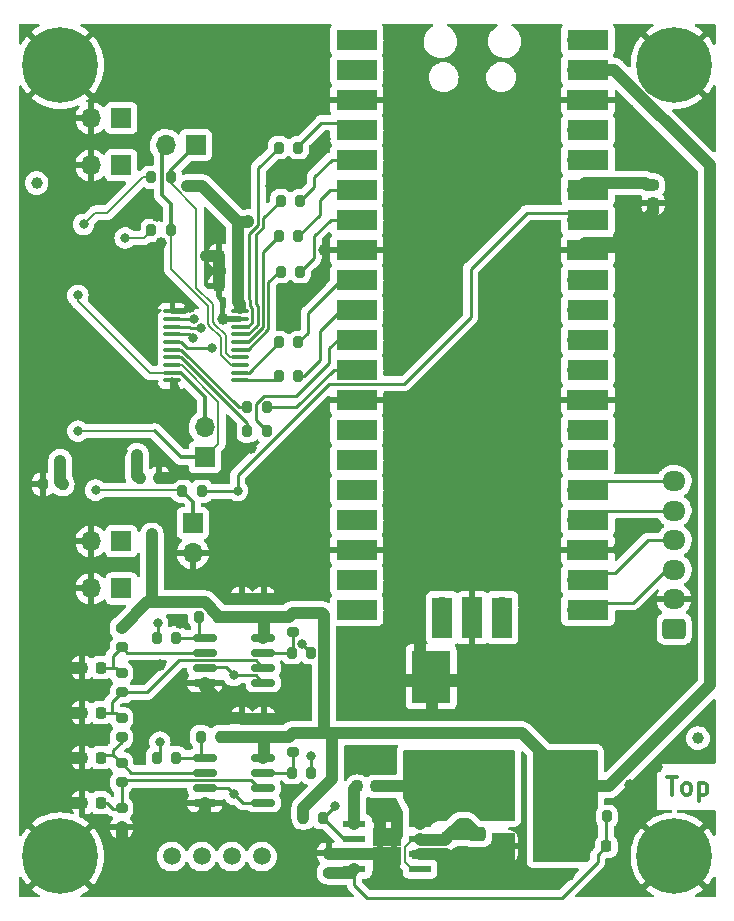
<source format=gbr>
%TF.GenerationSoftware,KiCad,Pcbnew,(6.0.10)*%
%TF.CreationDate,2023-03-05T19:00:04+01:00*%
%TF.ProjectId,HighPrecPosSens,48696768-5072-4656-9350-6f7353656e73,1*%
%TF.SameCoordinates,Original*%
%TF.FileFunction,Copper,L1,Top*%
%TF.FilePolarity,Positive*%
%FSLAX46Y46*%
G04 Gerber Fmt 4.6, Leading zero omitted, Abs format (unit mm)*
G04 Created by KiCad (PCBNEW (6.0.10)) date 2023-03-05 19:00:04*
%MOMM*%
%LPD*%
G01*
G04 APERTURE LIST*
G04 Aperture macros list*
%AMRoundRect*
0 Rectangle with rounded corners*
0 $1 Rounding radius*
0 $2 $3 $4 $5 $6 $7 $8 $9 X,Y pos of 4 corners*
0 Add a 4 corners polygon primitive as box body*
4,1,4,$2,$3,$4,$5,$6,$7,$8,$9,$2,$3,0*
0 Add four circle primitives for the rounded corners*
1,1,$1+$1,$2,$3*
1,1,$1+$1,$4,$5*
1,1,$1+$1,$6,$7*
1,1,$1+$1,$8,$9*
0 Add four rect primitives between the rounded corners*
20,1,$1+$1,$2,$3,$4,$5,0*
20,1,$1+$1,$4,$5,$6,$7,0*
20,1,$1+$1,$6,$7,$8,$9,0*
20,1,$1+$1,$8,$9,$2,$3,0*%
G04 Aperture macros list end*
%ADD10C,0.300000*%
%TA.AperFunction,NonConductor*%
%ADD11C,0.300000*%
%TD*%
%TA.AperFunction,ComponentPad*%
%ADD12C,6.400000*%
%TD*%
%TA.AperFunction,SMDPad,CuDef*%
%ADD13RoundRect,0.200000X-0.200000X-0.275000X0.200000X-0.275000X0.200000X0.275000X-0.200000X0.275000X0*%
%TD*%
%TA.AperFunction,SMDPad,CuDef*%
%ADD14RoundRect,0.225000X0.225000X0.250000X-0.225000X0.250000X-0.225000X-0.250000X0.225000X-0.250000X0*%
%TD*%
%TA.AperFunction,SMDPad,CuDef*%
%ADD15RoundRect,0.200000X0.200000X0.275000X-0.200000X0.275000X-0.200000X-0.275000X0.200000X-0.275000X0*%
%TD*%
%TA.AperFunction,SMDPad,CuDef*%
%ADD16RoundRect,0.200000X0.275000X-0.200000X0.275000X0.200000X-0.275000X0.200000X-0.275000X-0.200000X0*%
%TD*%
%TA.AperFunction,ComponentPad*%
%ADD17RoundRect,0.250000X0.725000X-0.600000X0.725000X0.600000X-0.725000X0.600000X-0.725000X-0.600000X0*%
%TD*%
%TA.AperFunction,ComponentPad*%
%ADD18O,1.950000X1.700000*%
%TD*%
%TA.AperFunction,ComponentPad*%
%ADD19C,1.500000*%
%TD*%
%TA.AperFunction,SMDPad,CuDef*%
%ADD20RoundRect,0.200000X-0.275000X0.200000X-0.275000X-0.200000X0.275000X-0.200000X0.275000X0.200000X0*%
%TD*%
%TA.AperFunction,ComponentPad*%
%ADD21R,1.700000X1.700000*%
%TD*%
%TA.AperFunction,ComponentPad*%
%ADD22O,1.700000X1.700000*%
%TD*%
%TA.AperFunction,SMDPad,CuDef*%
%ADD23RoundRect,0.225000X-0.250000X0.225000X-0.250000X-0.225000X0.250000X-0.225000X0.250000X0.225000X0*%
%TD*%
%TA.AperFunction,SMDPad,CuDef*%
%ADD24RoundRect,0.225000X0.250000X-0.225000X0.250000X0.225000X-0.250000X0.225000X-0.250000X-0.225000X0*%
%TD*%
%TA.AperFunction,SMDPad,CuDef*%
%ADD25RoundRect,0.250000X-0.475000X0.337500X-0.475000X-0.337500X0.475000X-0.337500X0.475000X0.337500X0*%
%TD*%
%TA.AperFunction,SMDPad,CuDef*%
%ADD26C,1.000000*%
%TD*%
%TA.AperFunction,SMDPad,CuDef*%
%ADD27RoundRect,0.150000X-0.825000X-0.150000X0.825000X-0.150000X0.825000X0.150000X-0.825000X0.150000X0*%
%TD*%
%TA.AperFunction,SMDPad,CuDef*%
%ADD28R,3.500000X1.700000*%
%TD*%
%TA.AperFunction,SMDPad,CuDef*%
%ADD29R,1.700000X3.500000*%
%TD*%
%TA.AperFunction,SMDPad,CuDef*%
%ADD30R,1.910000X0.610000*%
%TD*%
%TA.AperFunction,SMDPad,CuDef*%
%ADD31R,1.205000X1.550000*%
%TD*%
%TA.AperFunction,SMDPad,CuDef*%
%ADD32RoundRect,0.225000X-0.225000X-0.250000X0.225000X-0.250000X0.225000X0.250000X-0.225000X0.250000X0*%
%TD*%
%TA.AperFunction,SMDPad,CuDef*%
%ADD33RoundRect,0.250000X0.412500X0.650000X-0.412500X0.650000X-0.412500X-0.650000X0.412500X-0.650000X0*%
%TD*%
%TA.AperFunction,SMDPad,CuDef*%
%ADD34R,2.400000X4.200000*%
%TD*%
%TA.AperFunction,SMDPad,CuDef*%
%ADD35RoundRect,0.100000X-0.637500X-0.100000X0.637500X-0.100000X0.637500X0.100000X-0.637500X0.100000X0*%
%TD*%
%TA.AperFunction,SMDPad,CuDef*%
%ADD36R,3.300000X4.500000*%
%TD*%
%TA.AperFunction,ViaPad*%
%ADD37C,1.000000*%
%TD*%
%TA.AperFunction,ViaPad*%
%ADD38C,0.800000*%
%TD*%
%TA.AperFunction,Conductor*%
%ADD39C,1.000000*%
%TD*%
%TA.AperFunction,Conductor*%
%ADD40C,0.200000*%
%TD*%
%TA.AperFunction,Conductor*%
%ADD41C,0.500000*%
%TD*%
%TA.AperFunction,Conductor*%
%ADD42C,0.250000*%
%TD*%
%TA.AperFunction,Conductor*%
%ADD43C,0.300000*%
%TD*%
G04 APERTURE END LIST*
D10*
D11*
X118114285Y-118269435D02*
X118971428Y-118269435D01*
X118542857Y-119769435D02*
X118542857Y-118269435D01*
X119685714Y-119769435D02*
X119542857Y-119698006D01*
X119471428Y-119626578D01*
X119400000Y-119483721D01*
X119400000Y-119055149D01*
X119471428Y-118912292D01*
X119542857Y-118840864D01*
X119685714Y-118769435D01*
X119900000Y-118769435D01*
X120042857Y-118840864D01*
X120114285Y-118912292D01*
X120185714Y-119055149D01*
X120185714Y-119483721D01*
X120114285Y-119626578D01*
X120042857Y-119698006D01*
X119900000Y-119769435D01*
X119685714Y-119769435D01*
X120828571Y-118769435D02*
X120828571Y-120269435D01*
X120828571Y-118840864D02*
X120971428Y-118769435D01*
X121257142Y-118769435D01*
X121400000Y-118840864D01*
X121471428Y-118912292D01*
X121542857Y-119055149D01*
X121542857Y-119483721D01*
X121471428Y-119626578D01*
X121400000Y-119698006D01*
X121257142Y-119769435D01*
X120971428Y-119769435D01*
X120828571Y-119698006D01*
D12*
%TO.P,H2,1,1*%
%TO.N,GND*%
X118750000Y-57980864D03*
%TD*%
D13*
%TO.P,R19,1*%
%TO.N,Net-(R19-Pad1)*%
X85265000Y-72480864D03*
%TO.P,R19,2*%
%TO.N,Net-(R19-Pad2)*%
X86915000Y-72480864D03*
%TD*%
%TO.P,R27,1*%
%TO.N,Net-(R23-Pad1)*%
X86355000Y-107750864D03*
%TO.P,R27,2*%
%TO.N,/D3*%
X88005000Y-107750864D03*
%TD*%
D14*
%TO.P,C20,1*%
%TO.N,/V1*%
X70175000Y-120450864D03*
%TO.P,C20,2*%
%TO.N,GND*%
X68625000Y-120450864D03*
%TD*%
D13*
%TO.P,R2,1*%
%TO.N,+3.3V*%
X87330000Y-121720864D03*
%TO.P,R2,2*%
%TO.N,PGood*%
X88980000Y-121720864D03*
%TD*%
D15*
%TO.P,R3,1*%
%TO.N,/FB*%
X113045000Y-121610864D03*
%TO.P,R3,2*%
%TO.N,+3.3V*%
X111395000Y-121610864D03*
%TD*%
D16*
%TO.P,R22,1*%
%TO.N,Net-(R22-Pad1)*%
X86418000Y-116195864D03*
%TO.P,R22,2*%
%TO.N,+3.3V*%
X86418000Y-114545864D03*
%TD*%
D17*
%TO.P,J5,1,Pin_1*%
%TO.N,+24V*%
X118725000Y-105730864D03*
D18*
%TO.P,J5,2,Pin_2*%
%TO.N,GND*%
X118725000Y-103230864D03*
%TO.P,J5,3,Pin_3*%
%TO.N,Miso*%
X118725000Y-100730864D03*
%TO.P,J5,4,Pin_4*%
%TO.N,SCS*%
X118725000Y-98230864D03*
%TO.P,J5,5,Pin_5*%
%TO.N,SCkl*%
X118725000Y-95730864D03*
%TO.P,J5,6,Pin_6*%
%TO.N,Mosi*%
X118725000Y-93230864D03*
%TD*%
D19*
%TO.P,TP1,1,1*%
%TO.N,/D4*%
X78740000Y-125000000D03*
%TD*%
D12*
%TO.P,H4,1,1*%
%TO.N,GND*%
X118750000Y-124980864D03*
%TD*%
D20*
%TO.P,R4,1*%
%TO.N,GND*%
X89480000Y-124720864D03*
%TO.P,R4,2*%
%TO.N,/FB*%
X89480000Y-126370864D03*
%TD*%
D21*
%TO.P,J8,1,Pin_1*%
%TO.N,/Video*%
X77978000Y-96774000D03*
D22*
%TO.P,J8,2,Pin_2*%
%TO.N,GND*%
X77978000Y-99314000D03*
%TD*%
D15*
%TO.P,R26,1*%
%TO.N,Net-(R21-Pad1)*%
X76575000Y-106480864D03*
%TO.P,R26,2*%
%TO.N,/D4*%
X74925000Y-106480864D03*
%TD*%
D13*
%TO.P,R25,1*%
%TO.N,Net-(R22-Pad1)*%
X86355000Y-117910864D03*
%TO.P,R25,2*%
%TO.N,/D1*%
X88005000Y-117910864D03*
%TD*%
%TO.P,R24,1*%
%TO.N,Net-(R24-Pad1)*%
X78672000Y-114862864D03*
%TO.P,R24,2*%
%TO.N,+3.3V*%
X80322000Y-114862864D03*
%TD*%
D16*
%TO.P,R10,1*%
%TO.N,/V4*%
X71940000Y-107305864D03*
%TO.P,R10,2*%
%TO.N,+3.3V*%
X71940000Y-105655864D03*
%TD*%
D13*
%TO.P,R9,1*%
%TO.N,/Video*%
X77100000Y-94080864D03*
%TO.P,R9,2*%
%TO.N,/Video1*%
X78750000Y-94080864D03*
%TD*%
D19*
%TO.P,TP4,1,1*%
%TO.N,/D2*%
X76200000Y-125000000D03*
%TD*%
D23*
%TO.P,C21,1*%
%TO.N,Net-(C21-Pad1)*%
X116941600Y-68160600D03*
%TO.P,C21,2*%
%TO.N,GND*%
X116941600Y-69710600D03*
%TD*%
D14*
%TO.P,C17,1*%
%TO.N,/V4*%
X70175000Y-109020864D03*
%TO.P,C17,2*%
%TO.N,GND*%
X68625000Y-109020864D03*
%TD*%
D24*
%TO.P,C12,1*%
%TO.N,+3.3V*%
X82100000Y-104715864D03*
%TO.P,C12,2*%
%TO.N,GND*%
X82100000Y-103165864D03*
%TD*%
D25*
%TO.P,C2,1*%
%TO.N,+24V*%
X102060000Y-123113364D03*
%TO.P,C2,2*%
%TO.N,GND*%
X102060000Y-125188364D03*
%TD*%
D26*
%TO.P,FID2,*%
%TO.N,*%
X120750000Y-114980864D03*
%TD*%
D13*
%TO.P,R18,1*%
%TO.N,Net-(R18-Pad1)*%
X85265000Y-64980864D03*
%TO.P,R18,2*%
%TO.N,Net-(R18-Pad2)*%
X86915000Y-64980864D03*
%TD*%
D27*
%TO.P,U4,1*%
%TO.N,Net-(R24-Pad1)*%
X78990000Y-116640864D03*
%TO.P,U4,2,-*%
%TO.N,/V2*%
X78990000Y-117910864D03*
%TO.P,U4,3,+*%
%TO.N,/Video1*%
X78990000Y-119180864D03*
%TO.P,U4,4,V-*%
%TO.N,GND*%
X78990000Y-120450864D03*
%TO.P,U4,5,+*%
%TO.N,/Video1*%
X83940000Y-120450864D03*
%TO.P,U4,6,-*%
%TO.N,/V1*%
X83940000Y-119180864D03*
%TO.P,U4,7*%
%TO.N,Net-(R22-Pad1)*%
X83940000Y-117910864D03*
%TO.P,U4,8,V+*%
%TO.N,+3.3V*%
X83940000Y-116640864D03*
%TD*%
D15*
%TO.P,R6,1*%
%TO.N,/ST*%
X76120000Y-71980864D03*
%TO.P,R6,2*%
%TO.N,/ST_2*%
X74470000Y-71980864D03*
%TD*%
D14*
%TO.P,C16,1*%
%TO.N,+3.3V*%
X81785000Y-76690864D03*
%TO.P,C16,2*%
%TO.N,GND*%
X80235000Y-76690864D03*
%TD*%
D13*
%TO.P,R20,1*%
%TO.N,Net-(R20-Pad1)*%
X85265000Y-81480864D03*
%TO.P,R20,2*%
%TO.N,Net-(R20-Pad2)*%
X86915000Y-81480864D03*
%TD*%
D19*
%TO.P,TP3,1,1*%
%TO.N,/D3*%
X81280000Y-125000000D03*
%TD*%
D13*
%TO.P,R15,1*%
%TO.N,Net-(R15-Pad1)*%
X85425000Y-69480864D03*
%TO.P,R15,2*%
%TO.N,Net-(R15-Pad2)*%
X87075000Y-69480864D03*
%TD*%
D12*
%TO.P,H1,1,1*%
%TO.N,GND*%
X66750000Y-57980864D03*
%TD*%
D14*
%TO.P,C19,1*%
%TO.N,/V3*%
X70175000Y-112830864D03*
%TO.P,C19,2*%
%TO.N,GND*%
X68625000Y-112830864D03*
%TD*%
D15*
%TO.P,R8,1*%
%TO.N,Net-(R8-Pad1)*%
X84250000Y-86980864D03*
%TO.P,R8,2*%
%TO.N,Net-(R8-Pad2)*%
X82600000Y-86980864D03*
%TD*%
D19*
%TO.P,TP2,1,1*%
%TO.N,/D1*%
X83820000Y-125000000D03*
%TD*%
D15*
%TO.P,R5,1*%
%TO.N,/CLk*%
X76120000Y-67480864D03*
%TO.P,R5,2*%
%TO.N,/Clk_2*%
X74470000Y-67480864D03*
%TD*%
D12*
%TO.P,H3,1,1*%
%TO.N,GND*%
X66750000Y-124980864D03*
%TD*%
D22*
%TO.P,U6,1,GPIO0*%
%TO.N,unconnected-(U6-Pad1)*%
X92760000Y-55850864D03*
D28*
X91860000Y-55850864D03*
D22*
%TO.P,U6,2,GPIO1*%
%TO.N,unconnected-(U6-Pad2)*%
X92760000Y-58390864D03*
D28*
X91860000Y-58390864D03*
%TO.P,U6,3,GND*%
%TO.N,GND*%
X91860000Y-60930864D03*
D21*
X92760000Y-60930864D03*
D28*
%TO.P,U6,4,GPIO2*%
%TO.N,Net-(R18-Pad2)*%
X91860000Y-63470864D03*
D22*
X92760000Y-63470864D03*
%TO.P,U6,5,GPIO3*%
%TO.N,Net-(R15-Pad2)*%
X92760000Y-66010864D03*
D28*
X91860000Y-66010864D03*
D22*
%TO.P,U6,6,GPIO4*%
%TO.N,Net-(R19-Pad2)*%
X92760000Y-68550864D03*
D28*
X91860000Y-68550864D03*
D22*
%TO.P,U6,7,GPIO5*%
%TO.N,Net-(R16-Pad2)*%
X92760000Y-71090864D03*
D28*
X91860000Y-71090864D03*
D21*
%TO.P,U6,8,GND*%
%TO.N,GND*%
X92760000Y-73630864D03*
D28*
X91860000Y-73630864D03*
%TO.P,U6,9,GPIO6*%
%TO.N,Net-(R20-Pad2)*%
X91860000Y-76170864D03*
D22*
X92760000Y-76170864D03*
D28*
%TO.P,U6,10,GPIO7*%
%TO.N,Net-(R17-Pad2)*%
X91860000Y-78710864D03*
D22*
X92760000Y-78710864D03*
D28*
%TO.P,U6,11,GPIO8*%
%TO.N,Net-(R7-Pad1)*%
X91860000Y-81250864D03*
D22*
X92760000Y-81250864D03*
%TO.P,U6,12,GPIO9*%
%TO.N,Net-(R8-Pad1)*%
X92760000Y-83790864D03*
D28*
X91860000Y-83790864D03*
D21*
%TO.P,U6,13,GND*%
%TO.N,GND*%
X92760000Y-86330864D03*
D28*
X91860000Y-86330864D03*
D22*
%TO.P,U6,14,GPIO10*%
%TO.N,unconnected-(U6-Pad14)*%
X92760000Y-88870864D03*
D28*
X91860000Y-88870864D03*
%TO.P,U6,15,GPIO11*%
%TO.N,unconnected-(U6-Pad15)*%
X91860000Y-91410864D03*
D22*
X92760000Y-91410864D03*
D28*
%TO.P,U6,16,GPIO12*%
%TO.N,unconnected-(U6-Pad16)*%
X91860000Y-93950864D03*
D22*
X92760000Y-93950864D03*
D28*
%TO.P,U6,17,GPIO13*%
%TO.N,unconnected-(U6-Pad17)*%
X91860000Y-96490864D03*
D22*
X92760000Y-96490864D03*
D28*
%TO.P,U6,18,GND*%
%TO.N,GND*%
X91860000Y-99030864D03*
D21*
X92760000Y-99030864D03*
D22*
%TO.P,U6,19,GPIO14*%
%TO.N,unconnected-(U6-Pad19)*%
X92760000Y-101570864D03*
D28*
X91860000Y-101570864D03*
%TO.P,U6,20,GPIO15*%
%TO.N,PGood*%
X91860000Y-104110864D03*
D22*
X92760000Y-104110864D03*
D28*
%TO.P,U6,21,GPIO16*%
%TO.N,Miso*%
X111440000Y-104110864D03*
D22*
X110540000Y-104110864D03*
D28*
%TO.P,U6,22,GPIO17*%
%TO.N,SCS*%
X111440000Y-101570864D03*
D22*
X110540000Y-101570864D03*
D28*
%TO.P,U6,23,GND*%
%TO.N,GND*%
X111440000Y-99030864D03*
D21*
X110540000Y-99030864D03*
D28*
%TO.P,U6,24,GPIO18*%
%TO.N,SCkl*%
X111440000Y-96490864D03*
D22*
X110540000Y-96490864D03*
%TO.P,U6,25,GPIO19*%
%TO.N,Mosi*%
X110540000Y-93950864D03*
D28*
X111440000Y-93950864D03*
%TO.P,U6,26,GPIO20*%
%TO.N,unconnected-(U6-Pad26)*%
X111440000Y-91410864D03*
D22*
X110540000Y-91410864D03*
%TO.P,U6,27,GPIO21*%
%TO.N,unconnected-(U6-Pad27)*%
X110540000Y-88870864D03*
D28*
X111440000Y-88870864D03*
%TO.P,U6,28,GND*%
%TO.N,GND*%
X111440000Y-86330864D03*
D21*
X110540000Y-86330864D03*
D28*
%TO.P,U6,29,GPIO22*%
%TO.N,unconnected-(U6-Pad29)*%
X111440000Y-83790864D03*
D22*
X110540000Y-83790864D03*
D28*
%TO.P,U6,30,RUN*%
%TO.N,unconnected-(U6-Pad30)*%
X111440000Y-81250864D03*
D22*
X110540000Y-81250864D03*
D28*
%TO.P,U6,31,GPIO26_ADC0*%
%TO.N,unconnected-(U6-Pad31)*%
X111440000Y-78710864D03*
D22*
X110540000Y-78710864D03*
%TO.P,U6,32,GPIO27_ADC1*%
%TO.N,unconnected-(U6-Pad32)*%
X110540000Y-76170864D03*
D28*
X111440000Y-76170864D03*
D21*
%TO.P,U6,33,AGND*%
%TO.N,GND*%
X110540000Y-73630864D03*
D28*
X111440000Y-73630864D03*
%TO.P,U6,34,GPIO28_ADC2*%
%TO.N,/Video1*%
X111440000Y-71090864D03*
D22*
X110540000Y-71090864D03*
D28*
%TO.P,U6,35,ADC_VREF*%
%TO.N,Net-(C21-Pad1)*%
X111440000Y-68550864D03*
D22*
X110540000Y-68550864D03*
%TO.P,U6,36,3V3*%
%TO.N,unconnected-(U6-Pad36)*%
X110540000Y-66010864D03*
D28*
X111440000Y-66010864D03*
D22*
%TO.P,U6,37,3V3_EN*%
%TO.N,unconnected-(U6-Pad37)*%
X110540000Y-63470864D03*
D28*
X111440000Y-63470864D03*
%TO.P,U6,38,GND*%
%TO.N,GND*%
X111440000Y-60930864D03*
D21*
X110540000Y-60930864D03*
D28*
%TO.P,U6,39,VSYS*%
%TO.N,+3.3V*%
X111440000Y-58390864D03*
D22*
X110540000Y-58390864D03*
%TO.P,U6,40,VBUS*%
%TO.N,unconnected-(U6-Pad40)*%
X110540000Y-55850864D03*
D28*
X111440000Y-55850864D03*
D22*
%TO.P,U6,41,SWCLK*%
%TO.N,unconnected-(U6-Pad41)*%
X99110000Y-103880864D03*
D29*
X99110000Y-104780864D03*
D21*
%TO.P,U6,42,GND*%
%TO.N,GND*%
X101650000Y-103880864D03*
D29*
X101650000Y-104780864D03*
D22*
%TO.P,U6,43,SWDIO*%
%TO.N,unconnected-(U6-Pad43)*%
X104190000Y-103880864D03*
D29*
X104190000Y-104780864D03*
%TD*%
D23*
%TO.P,C1,1*%
%TO.N,+24V*%
X99520000Y-123375864D03*
%TO.P,C1,2*%
%TO.N,GND*%
X99520000Y-124925864D03*
%TD*%
D16*
%TO.P,R23,1*%
%TO.N,Net-(R23-Pad1)*%
X86418000Y-106035864D03*
%TO.P,R23,2*%
%TO.N,+3.3V*%
X86418000Y-104385864D03*
%TD*%
D27*
%TO.P,U3,1*%
%TO.N,Net-(R21-Pad1)*%
X78990000Y-106480864D03*
%TO.P,U3,2,-*%
%TO.N,/V4*%
X78990000Y-107750864D03*
%TO.P,U3,3,+*%
%TO.N,/Video1*%
X78990000Y-109020864D03*
%TO.P,U3,4,V-*%
%TO.N,GND*%
X78990000Y-110290864D03*
%TO.P,U3,5,+*%
%TO.N,/Video1*%
X83940000Y-110290864D03*
%TO.P,U3,6,-*%
%TO.N,/V3*%
X83940000Y-109020864D03*
%TO.P,U3,7*%
%TO.N,Net-(R23-Pad1)*%
X83940000Y-107750864D03*
%TO.P,U3,8,V+*%
%TO.N,+3.3V*%
X83940000Y-106480864D03*
%TD*%
D30*
%TO.P,U1,1,BOOT*%
%TO.N,/Boot*%
X91660000Y-122245864D03*
%TO.P,U1,2,PG*%
%TO.N,PGood*%
X91660000Y-123515864D03*
%TO.P,U1,3,~{EN1}*%
%TO.N,GND*%
X91660000Y-124785864D03*
%TO.P,U1,4,FB*%
%TO.N,/FB*%
X91660000Y-126055864D03*
%TO.P,U1,5,EN2*%
%TO.N,+24V*%
X97220000Y-126055864D03*
%TO.P,U1,6,GND*%
%TO.N,GND*%
X97220000Y-124785864D03*
%TO.P,U1,7,VIN*%
%TO.N,+24V*%
X97220000Y-123515864D03*
%TO.P,U1,8,SW*%
%TO.N,/Switch*%
X97220000Y-122245864D03*
D31*
%TO.P,U1,9,PADGND*%
%TO.N,GND*%
X95042500Y-123375864D03*
X93837500Y-123375864D03*
X95042500Y-124925864D03*
X93837500Y-124925864D03*
%TD*%
D13*
%TO.P,R21,1*%
%TO.N,Net-(R21-Pad1)*%
X78481000Y-104702864D03*
%TO.P,R21,2*%
%TO.N,+3.3V*%
X80131000Y-104702864D03*
%TD*%
D32*
%TO.P,C3,1*%
%TO.N,/Boot*%
X91900000Y-119070864D03*
%TO.P,C3,2*%
%TO.N,/Switch*%
X93450000Y-119070864D03*
%TD*%
%TO.P,C5,1*%
%TO.N,+3.3V*%
X111445000Y-124150864D03*
%TO.P,C5,2*%
%TO.N,/FB*%
X112995000Y-124150864D03*
%TD*%
D33*
%TO.P,C4,1*%
%TO.N,+3.3V*%
X107432500Y-124150864D03*
%TO.P,C4,2*%
%TO.N,GND*%
X104307500Y-124150864D03*
%TD*%
D16*
%TO.P,R12,1*%
%TO.N,/V2*%
X71940000Y-114925864D03*
%TO.P,R12,2*%
%TO.N,/V3*%
X71940000Y-113275864D03*
%TD*%
D24*
%TO.P,C13,1*%
%TO.N,+3.3V*%
X84005000Y-114875864D03*
%TO.P,C13,2*%
%TO.N,GND*%
X84005000Y-113325864D03*
%TD*%
D15*
%TO.P,R7,1*%
%TO.N,Net-(R7-Pad1)*%
X84250000Y-88980864D03*
%TO.P,R7,2*%
%TO.N,Net-(R7-Pad2)*%
X82600000Y-88980864D03*
%TD*%
D34*
%TO.P,L1,1,1*%
%TO.N,/Switch*%
X103620000Y-119070864D03*
%TO.P,L1,2,2*%
%TO.N,+3.3V*%
X108120000Y-119070864D03*
%TD*%
D13*
%TO.P,R17,1*%
%TO.N,Net-(R17-Pad1)*%
X85265000Y-84310864D03*
%TO.P,R17,2*%
%TO.N,Net-(R17-Pad2)*%
X86915000Y-84310864D03*
%TD*%
%TO.P,R16,1*%
%TO.N,Net-(R16-Pad1)*%
X85425000Y-75480864D03*
%TO.P,R16,2*%
%TO.N,Net-(R16-Pad2)*%
X87075000Y-75480864D03*
%TD*%
D14*
%TO.P,C15,1*%
%TO.N,+3.3V*%
X81785000Y-74150864D03*
%TO.P,C15,2*%
%TO.N,GND*%
X80235000Y-74150864D03*
%TD*%
%TO.P,C18,1*%
%TO.N,/V2*%
X70175000Y-116640864D03*
%TO.P,C18,2*%
%TO.N,GND*%
X68625000Y-116640864D03*
%TD*%
D15*
%TO.P,R28,1*%
%TO.N,Net-(R24-Pad1)*%
X76575000Y-116640864D03*
%TO.P,R28,2*%
%TO.N,/D2*%
X74925000Y-116640864D03*
%TD*%
D35*
%TO.P,U5,1,G1*%
%TO.N,GND*%
X76242500Y-78845864D03*
%TO.P,U5,2,A0*%
%TO.N,/D4*%
X76242500Y-79495864D03*
%TO.P,U5,3,A1*%
%TO.N,/D3*%
X76242500Y-80145864D03*
%TO.P,U5,4,A2*%
%TO.N,/D2*%
X76242500Y-80795864D03*
%TO.P,U5,5,A3*%
%TO.N,/D1*%
X76242500Y-81445864D03*
%TO.P,U5,6,A4*%
%TO.N,Net-(R8-Pad2)*%
X76242500Y-82095864D03*
%TO.P,U5,7,A5*%
%TO.N,Net-(R7-Pad2)*%
X76242500Y-82745864D03*
%TO.P,U5,8,A6*%
%TO.N,/EOS*%
X76242500Y-83395864D03*
%TO.P,U5,9,A7*%
%TO.N,/Trig*%
X76242500Y-84045864D03*
%TO.P,U5,10,GND*%
%TO.N,GND*%
X76242500Y-84695864D03*
%TO.P,U5,11,Y7*%
%TO.N,Net-(R17-Pad1)*%
X81967500Y-84695864D03*
%TO.P,U5,12,Y6*%
%TO.N,Net-(R20-Pad1)*%
X81967500Y-84045864D03*
%TO.P,U5,13,Y5*%
%TO.N,/ST*%
X81967500Y-83395864D03*
%TO.P,U5,14,Y4*%
%TO.N,/CLk*%
X81967500Y-82745864D03*
%TO.P,U5,15,Y3*%
%TO.N,Net-(R16-Pad1)*%
X81967500Y-82095864D03*
%TO.P,U5,16,Y2*%
%TO.N,Net-(R19-Pad1)*%
X81967500Y-81445864D03*
%TO.P,U5,17,Y1*%
%TO.N,Net-(R15-Pad1)*%
X81967500Y-80795864D03*
%TO.P,U5,18,Y0*%
%TO.N,Net-(R18-Pad1)*%
X81967500Y-80145864D03*
%TO.P,U5,19,G2*%
%TO.N,GND*%
X81967500Y-79495864D03*
%TO.P,U5,20,VCC*%
%TO.N,+3.3V*%
X81967500Y-78845864D03*
%TD*%
D21*
%TO.P,J6,1,Pin_1*%
%TO.N,/CLk*%
X78232000Y-64770000D03*
D22*
%TO.P,J6,2,Pin_2*%
%TO.N,/ST*%
X75692000Y-64770000D03*
%TD*%
D24*
%TO.P,C11,1*%
%TO.N,+3.3V*%
X82100000Y-114875864D03*
%TO.P,C11,2*%
%TO.N,GND*%
X82100000Y-113325864D03*
%TD*%
D13*
%TO.P,R29,1*%
%TO.N,GND*%
X65300000Y-93480864D03*
%TO.P,R29,2*%
%TO.N,Net-(D15-Pad1)*%
X66950000Y-93480864D03*
%TD*%
D36*
%TO.P,D8,1,K*%
%TO.N,/Switch*%
X98150000Y-118580864D03*
%TO.P,D8,2,A*%
%TO.N,GND*%
X98150000Y-109780864D03*
%TD*%
D21*
%TO.P,J7,1,Pin_1*%
%TO.N,/EOS*%
X78994000Y-91191000D03*
D22*
%TO.P,J7,2,Pin_2*%
%TO.N,/Trig*%
X78994000Y-88651000D03*
%TD*%
D15*
%TO.P,R1,1*%
%TO.N,GND*%
X75118000Y-92980864D03*
%TO.P,R1,2*%
%TO.N,Net-(D7-Pad1)*%
X73468000Y-92980864D03*
%TD*%
D16*
%TO.P,R14,1*%
%TO.N,GND*%
X71940000Y-122545864D03*
%TO.P,R14,2*%
%TO.N,/V1*%
X71940000Y-120895864D03*
%TD*%
D24*
%TO.P,C14,1*%
%TO.N,+3.3V*%
X84005000Y-104715864D03*
%TO.P,C14,2*%
%TO.N,GND*%
X84005000Y-103165864D03*
%TD*%
D26*
%TO.P,FID1,*%
%TO.N,*%
X64750000Y-67980864D03*
%TD*%
D16*
%TO.P,R11,1*%
%TO.N,/V3*%
X71940000Y-111115864D03*
%TO.P,R11,2*%
%TO.N,/V4*%
X71940000Y-109465864D03*
%TD*%
%TO.P,R13,1*%
%TO.N,/V1*%
X71940000Y-118735864D03*
%TO.P,R13,2*%
%TO.N,/V2*%
X71940000Y-117085864D03*
%TD*%
D21*
%TO.P,J4,1,Pin_1*%
%TO.N,unconnected-(J4-Pad1)*%
X71925000Y-66480864D03*
D22*
%TO.P,J4,2,Pin_2*%
%TO.N,GND*%
X69385000Y-66480864D03*
%TD*%
D21*
%TO.P,J3,1,Pin_1*%
%TO.N,unconnected-(J3-Pad1)*%
X71930000Y-102310864D03*
D22*
%TO.P,J3,2,Pin_2*%
%TO.N,GND*%
X69390000Y-102310864D03*
%TD*%
D21*
%TO.P,J1,1,Pin_1*%
%TO.N,unconnected-(J1-Pad1)*%
X71930000Y-98310864D03*
D22*
%TO.P,J1,2,Pin_2*%
%TO.N,GND*%
X69390000Y-98310864D03*
%TD*%
D21*
%TO.P,J2,1,Pin_1*%
%TO.N,unconnected-(J2-Pad1)*%
X71925000Y-62480864D03*
D22*
%TO.P,J2,2,Pin_2*%
%TO.N,GND*%
X69385000Y-62480864D03*
%TD*%
D37*
%TO.N,+24V*%
X100617500Y-123113364D03*
X100838000Y-122224800D03*
%TO.N,GND*%
X85094999Y-113325863D03*
X104400000Y-125690864D03*
X85300000Y-101390864D03*
X92760800Y-116078000D03*
X76300000Y-101090864D03*
X70300000Y-127890864D03*
X80500000Y-113250000D03*
X111900000Y-127890864D03*
X85400000Y-122890864D03*
X84500000Y-92090864D03*
X86100000Y-79990864D03*
X63900000Y-61490864D03*
X71600000Y-78290864D03*
X87700000Y-55490864D03*
X82200000Y-69490864D03*
X87800000Y-95390864D03*
X108100000Y-61190864D03*
X95250000Y-121980864D03*
X113600000Y-114590864D03*
X65800000Y-96890864D03*
X94600000Y-61090864D03*
X107200000Y-64290864D03*
X79994716Y-111671305D03*
X87400000Y-89190864D03*
X74980800Y-113385600D03*
X95500000Y-55390864D03*
X66000000Y-64190864D03*
X93750000Y-126381364D03*
X118400000Y-109790864D03*
X95600000Y-77690864D03*
X95750000Y-109980864D03*
X74927000Y-70803864D03*
X82945003Y-90390864D03*
X107000000Y-101590864D03*
X103800000Y-78590864D03*
X95250000Y-65250000D03*
X95600000Y-87290864D03*
X79080000Y-74150864D03*
X75200000Y-120090864D03*
X89100000Y-61090864D03*
X89100000Y-73690864D03*
X89200000Y-64250000D03*
X84600000Y-68190864D03*
X93750000Y-121980864D03*
X67250000Y-112980864D03*
X106100000Y-93990864D03*
X82600000Y-95990864D03*
X68700000Y-84090864D03*
X66600000Y-106190864D03*
X82700000Y-65790864D03*
X119100000Y-67890864D03*
X80776001Y-102980864D03*
X114981543Y-118972407D03*
X76750000Y-92480864D03*
X76911200Y-105206800D03*
X71940001Y-123290863D03*
X67250000Y-108980864D03*
X76500000Y-85500000D03*
X109800000Y-126590864D03*
X77743232Y-78455406D03*
X71400000Y-55490864D03*
X95267179Y-126381364D03*
X80500000Y-79480864D03*
X66250000Y-71480864D03*
X107700000Y-113190864D03*
X75234800Y-108813600D03*
X76098400Y-111912400D03*
X85800000Y-99190864D03*
X66250352Y-119480510D03*
X97250000Y-106980864D03*
X114250000Y-73250000D03*
X94800000Y-73190864D03*
X98250000Y-112980864D03*
X72000000Y-84690864D03*
X97200000Y-96290864D03*
X78750000Y-121480864D03*
X67250000Y-116480864D03*
X100000000Y-127090864D03*
X114900000Y-61790864D03*
X108100000Y-72290864D03*
X114000000Y-99000000D03*
X112900000Y-109690864D03*
X86700000Y-125890864D03*
X117300000Y-117390864D03*
X75250000Y-95480864D03*
X75295000Y-73019438D03*
X73500000Y-125250000D03*
X85250000Y-102980864D03*
X72000000Y-90690864D03*
X63800000Y-73390864D03*
X80235000Y-75480864D03*
X107200000Y-55790864D03*
X114250000Y-86250000D03*
X104100000Y-127090864D03*
X101250000Y-109980864D03*
X86000000Y-77090864D03*
%TO.N,+3.3V*%
X82678730Y-71210273D03*
X77500000Y-68230864D03*
X89105000Y-104585864D03*
X74500000Y-97730864D03*
D38*
%TO.N,Net-(D7-Pad1)*%
X73250000Y-90980864D03*
%TO.N,PGood*%
X90000000Y-120730864D03*
%TO.N,/Clk_2*%
X68731311Y-71473518D03*
%TO.N,/ST_2*%
X72250000Y-72631364D03*
%TO.N,/Video*%
X69750000Y-93980864D03*
%TO.N,/D1*%
X88000000Y-116480864D03*
X79574502Y-81945693D03*
%TO.N,/D4*%
X78037121Y-79514904D03*
X75000000Y-105250000D03*
%TO.N,/D3*%
X78673523Y-80285616D03*
X87250000Y-106980864D03*
%TO.N,/D2*%
X77996693Y-81136681D03*
X75184000Y-115316000D03*
%TO.N,/EOS*%
X68250000Y-88980864D03*
%TO.N,/Trig*%
X68250000Y-77480864D03*
%TO.N,Net-(D15-Pad1)*%
X66750000Y-91480864D03*
%TO.N,/Video1*%
X81435000Y-109665864D03*
X81500000Y-119730864D03*
X81760702Y-94016164D03*
%TD*%
D39*
%TO.N,+3.3V*%
X113186736Y-119070864D02*
X108120000Y-119070864D01*
X121750000Y-110507600D02*
X113186736Y-119070864D01*
X113644567Y-58390864D02*
X121750000Y-66496297D01*
X121750000Y-66496297D02*
X121750000Y-110507600D01*
X110540000Y-58390864D02*
X113644567Y-58390864D01*
%TO.N,+24V*%
X97290000Y-123585864D02*
X97220000Y-123515864D01*
D40*
X96605000Y-123515864D02*
X97220000Y-123515864D01*
D39*
X100838000Y-122224800D02*
X100671064Y-122224800D01*
X100671064Y-122224800D02*
X99520000Y-123375864D01*
X99782500Y-123113364D02*
X99520000Y-123375864D01*
X101171436Y-122224800D02*
X102060000Y-123113364D01*
X99520000Y-123375864D02*
X99310000Y-123585864D01*
X99310000Y-123585864D02*
X97290000Y-123585864D01*
X102060000Y-123113364D02*
X100617500Y-123113364D01*
D40*
X95945000Y-125430864D02*
X95945000Y-124175864D01*
X97220000Y-126055864D02*
X96570000Y-126055864D01*
D39*
X100838000Y-122224800D02*
X101171436Y-122224800D01*
X100617500Y-123113364D02*
X99782500Y-123113364D01*
D40*
X95945000Y-124175864D02*
X96605000Y-123515864D01*
X96570000Y-126055864D02*
X95945000Y-125430864D01*
D39*
%TO.N,GND*%
X95250000Y-123168364D02*
X95042500Y-123375864D01*
X80235000Y-75480864D02*
X80235000Y-74150864D01*
X114332536Y-73030864D02*
X111140000Y-73030864D01*
X94902500Y-124785864D02*
X95042500Y-124925864D01*
X82100000Y-113325864D02*
X82024136Y-113250000D01*
X78990000Y-121240864D02*
X78750000Y-121480864D01*
X91660000Y-124785864D02*
X89545000Y-124785864D01*
X98250000Y-110180864D02*
X101050000Y-110180864D01*
X89545000Y-124785864D02*
X89480000Y-124720864D01*
X79080000Y-74150864D02*
X80235000Y-74150864D01*
X66250352Y-119480510D02*
X67220706Y-120450864D01*
X84005000Y-103165864D02*
X85065000Y-103165864D01*
D41*
X77352774Y-78845864D02*
X77743232Y-78455406D01*
D39*
X91660000Y-124785864D02*
X94902500Y-124785864D01*
X99380000Y-124785864D02*
X99520000Y-124925864D01*
X76250000Y-92980864D02*
X76750000Y-92480864D01*
X84005000Y-103165864D02*
X82100000Y-103165864D01*
D41*
X76242500Y-84695864D02*
X76500000Y-84953364D01*
D39*
X95950000Y-110180864D02*
X95750000Y-109980864D01*
X93837500Y-123375864D02*
X93837500Y-122068364D01*
X93837500Y-124925864D02*
X93837500Y-126293864D01*
X103270000Y-125188364D02*
X104307500Y-124150864D01*
X95250000Y-121980864D02*
X95250000Y-123168364D01*
X116941600Y-69710600D02*
X116941600Y-70421800D01*
X97250000Y-108880864D02*
X98150000Y-109780864D01*
X101050000Y-110180864D02*
X101250000Y-109980864D01*
D41*
X76500000Y-84953364D02*
X76500000Y-85500000D01*
X81967500Y-79495864D02*
X80515000Y-79495864D01*
D39*
X82100000Y-113325864D02*
X84005000Y-113325864D01*
X116941600Y-70421800D02*
X114332536Y-73030864D01*
X102060000Y-125188364D02*
X103270000Y-125188364D01*
X67400000Y-112830864D02*
X67250000Y-112980864D01*
X80235000Y-76690864D02*
X80235000Y-75480864D01*
X78990000Y-120450864D02*
X78990000Y-121240864D01*
X93837500Y-126293864D02*
X93750000Y-126381364D01*
X67290000Y-109020864D02*
X67250000Y-108980864D01*
X68625000Y-116640864D02*
X67410000Y-116640864D01*
X67220706Y-120450864D02*
X68625000Y-120450864D01*
X85065000Y-103165864D02*
X85250000Y-102980864D01*
X95042500Y-124925864D02*
X95042500Y-126156685D01*
X68625000Y-109020864D02*
X67290000Y-109020864D01*
X95042500Y-126156685D02*
X95267179Y-126381364D01*
D41*
X76242500Y-78845864D02*
X77352774Y-78845864D01*
D39*
X84005000Y-113325864D02*
X85094999Y-113325863D01*
X93837500Y-122068364D02*
X93750000Y-121980864D01*
X97220000Y-124785864D02*
X99380000Y-124785864D01*
X111140000Y-73030864D02*
X110540000Y-73630864D01*
X98250000Y-110180864D02*
X98250000Y-112980864D01*
X98250000Y-110180864D02*
X95950000Y-110180864D01*
X68625000Y-112830864D02*
X67400000Y-112830864D01*
D41*
X80515000Y-79495864D02*
X80500000Y-79480864D01*
D39*
X78990000Y-110666589D02*
X79994716Y-111671305D01*
X78990000Y-110290864D02*
X78990000Y-110666589D01*
X101797500Y-124925864D02*
X102060000Y-125188364D01*
X75118000Y-92980864D02*
X76250000Y-92980864D01*
X97250000Y-106980864D02*
X97250000Y-108880864D01*
X71940000Y-122545864D02*
X71940001Y-123290863D01*
X82024136Y-113250000D02*
X80500000Y-113250000D01*
X82100000Y-103165864D02*
X80961001Y-103165864D01*
X67410000Y-116640864D02*
X67250000Y-116480864D01*
X80961001Y-103165864D02*
X80776001Y-102980864D01*
X99520000Y-124925864D02*
X101797500Y-124925864D01*
%TO.N,+3.3V*%
X81785000Y-76690864D02*
X81785000Y-78015864D01*
X108120000Y-119070864D02*
X108855000Y-119070864D01*
X81785000Y-71265864D02*
X82623139Y-71265864D01*
X81785000Y-78015864D02*
X82000000Y-78230864D01*
X111395000Y-121610864D02*
X111395000Y-124100864D01*
X79006792Y-103480864D02*
X80131000Y-104605072D01*
X82087000Y-104702864D02*
X82100000Y-104715864D01*
X81785000Y-74150864D02*
X81785000Y-76690864D01*
X82087000Y-114862864D02*
X82100000Y-114875864D01*
X78750000Y-68230864D02*
X77500000Y-68230864D01*
X89105000Y-104585864D02*
X89105000Y-114505864D01*
X89750000Y-114610864D02*
X89685000Y-114545864D01*
X108855000Y-119070864D02*
X111395000Y-121610864D01*
X108120000Y-116850864D02*
X108120000Y-119070864D01*
X89065000Y-114545864D02*
X89685000Y-114545864D01*
X82000000Y-78230864D02*
X82000000Y-78546364D01*
X86088000Y-104715864D02*
X86418000Y-104385864D01*
X74115000Y-103480864D02*
X74750000Y-103480864D01*
X84005000Y-104715864D02*
X86088000Y-104715864D01*
X71940000Y-105655864D02*
X74115000Y-103480864D01*
X87330000Y-121720864D02*
X87330000Y-120900864D01*
X87330000Y-120900864D02*
X89750000Y-118480864D01*
X88905000Y-104385864D02*
X89105000Y-104585864D01*
X111395000Y-124100864D02*
X111445000Y-124150864D01*
X105815000Y-114545864D02*
X108120000Y-116850864D01*
X80131000Y-104605072D02*
X80131000Y-104702864D01*
X81785000Y-71265864D02*
X78750000Y-68230864D01*
X81785000Y-74150864D02*
X81785000Y-71265864D01*
X89750000Y-118480864D02*
X89750000Y-114610864D01*
X74500000Y-97730864D02*
X74500000Y-103230864D01*
X84005000Y-104715864D02*
X84005000Y-106415864D01*
X84005000Y-106415864D02*
X83940000Y-106480864D01*
X80131000Y-104702864D02*
X82087000Y-104702864D01*
X80322000Y-114862864D02*
X82087000Y-114862864D01*
X89685000Y-114545864D02*
X105815000Y-114545864D01*
X84005000Y-116575864D02*
X83940000Y-116640864D01*
X84005000Y-114875864D02*
X86088000Y-114875864D01*
X111445000Y-124150864D02*
X107432500Y-124150864D01*
X89105000Y-114505864D02*
X89065000Y-114545864D01*
X86418000Y-114545864D02*
X89065000Y-114545864D01*
X74750000Y-103480864D02*
X79006792Y-103480864D01*
X82623139Y-71265864D02*
X82678730Y-71210273D01*
X82100000Y-114875864D02*
X84005000Y-114875864D01*
X86418000Y-104385864D02*
X88905000Y-104385864D01*
X86088000Y-114875864D02*
X86418000Y-114545864D01*
X74500000Y-103230864D02*
X74750000Y-103480864D01*
X84005000Y-114875864D02*
X84005000Y-116575864D01*
X82100000Y-104715864D02*
X84005000Y-104715864D01*
D42*
%TO.N,/V2*%
X70420000Y-116395864D02*
X70175000Y-116640864D01*
X78990000Y-117910864D02*
X72765000Y-117910864D01*
X71250000Y-116395864D02*
X70420000Y-116395864D01*
X72765000Y-117910864D02*
X71940000Y-117085864D01*
X71940000Y-114925864D02*
X71940000Y-115290864D01*
X71250000Y-115980864D02*
X71250000Y-116395864D01*
X71940000Y-115290864D02*
X71250000Y-115980864D01*
X71250000Y-116395864D02*
X71940000Y-117085864D01*
%TO.N,/V3*%
X76835000Y-108395864D02*
X74115000Y-111115864D01*
X71100000Y-112830864D02*
X71495000Y-112830864D01*
X70175000Y-112830864D02*
X71100000Y-112830864D01*
X71940000Y-111115864D02*
X71100000Y-111955864D01*
X83315000Y-108395864D02*
X76835000Y-108395864D01*
X74115000Y-111115864D02*
X71940000Y-111115864D01*
X83940000Y-109020864D02*
X83315000Y-108395864D01*
X71495000Y-112830864D02*
X71940000Y-113275864D01*
X71100000Y-111955864D02*
X71100000Y-112830864D01*
%TO.N,/V1*%
X82918249Y-118535864D02*
X72140000Y-118535864D01*
X71940000Y-118735864D02*
X71940000Y-120895864D01*
X71855000Y-120980864D02*
X71940000Y-120895864D01*
X83940000Y-119180864D02*
X83563249Y-119180864D01*
X83563249Y-119180864D02*
X82918249Y-118535864D01*
X70720000Y-120450864D02*
X71250000Y-120980864D01*
X72140000Y-118535864D02*
X71940000Y-118735864D01*
X70175000Y-120450864D02*
X70720000Y-120450864D01*
X71250000Y-120980864D02*
X71855000Y-120980864D01*
D39*
%TO.N,Net-(C21-Pad1)*%
X111140000Y-67950864D02*
X110540000Y-68550864D01*
X116220000Y-67950864D02*
X111140000Y-67950864D01*
X116941600Y-68160600D02*
X116429736Y-68160600D01*
X116429736Y-68160600D02*
X116220000Y-67950864D01*
%TO.N,Net-(D7-Pad1)*%
X73250000Y-92762864D02*
X73468000Y-92980864D01*
X73250000Y-90980864D02*
X73250000Y-92762864D01*
D42*
%TO.N,PGood*%
X91660000Y-123515864D02*
X90775000Y-123515864D01*
X89010000Y-121720864D02*
X90000000Y-120730864D01*
X90775000Y-123515864D02*
X88980000Y-121720864D01*
X88980000Y-121720864D02*
X89010000Y-121720864D01*
D40*
%TO.N,/CLk*%
X79772524Y-79884052D02*
X80763361Y-80874889D01*
X79700500Y-79758370D02*
X79772524Y-79830394D01*
X81107091Y-82745864D02*
X81967500Y-82745864D01*
D43*
X78232000Y-64770000D02*
X76120000Y-66882000D01*
D40*
X78280000Y-70141529D02*
X78280000Y-76834356D01*
X76120000Y-67480864D02*
X76120000Y-67981529D01*
X78280000Y-76834356D02*
X79700500Y-78254856D01*
X80763361Y-82402134D02*
X81107091Y-82745864D01*
X79700500Y-78254856D02*
X79700500Y-79758370D01*
X79772524Y-79830394D02*
X79772524Y-79884052D01*
X80763361Y-80874889D02*
X80763361Y-82402134D01*
X76120000Y-67981529D02*
X78280000Y-70141529D01*
D43*
X76120000Y-66882000D02*
X76120000Y-67480864D01*
D40*
%TO.N,/Clk_2*%
X70750000Y-70480864D02*
X73750000Y-67480864D01*
X68731311Y-71473518D02*
X69723965Y-70480864D01*
X69723965Y-70480864D02*
X70750000Y-70480864D01*
X73750000Y-67480864D02*
X74470000Y-67480864D01*
%TO.N,/ST*%
X80363860Y-82567613D02*
X81192111Y-83395864D01*
X79300999Y-78420335D02*
X79300999Y-79923849D01*
X79300999Y-79923849D02*
X79373023Y-79995873D01*
D43*
X75370000Y-65092000D02*
X75370000Y-69020000D01*
D40*
X79373023Y-79995873D02*
X79373023Y-80049531D01*
X81192111Y-83395864D02*
X81967500Y-83395864D01*
D43*
X75370000Y-69020000D02*
X76120000Y-69770000D01*
D40*
X80363860Y-81040368D02*
X80363860Y-82567613D01*
D43*
X76120000Y-69770000D02*
X76120000Y-71980864D01*
D40*
X79373023Y-80049531D02*
X80363860Y-81040368D01*
X76120000Y-75239336D02*
X79300999Y-78420335D01*
X76120000Y-71980864D02*
X76120000Y-75239336D01*
D43*
X75692000Y-64770000D02*
X75370000Y-65092000D01*
D40*
%TO.N,/ST_2*%
X73819500Y-72631364D02*
X72250000Y-72631364D01*
X74470000Y-71980864D02*
X73819500Y-72631364D01*
D42*
%TO.N,Net-(R7-Pad1)*%
X83325000Y-86688402D02*
X84032538Y-85980864D01*
X84032538Y-85980864D02*
X86750000Y-85980864D01*
X83325000Y-88055864D02*
X83325000Y-86688402D01*
X84250000Y-88980864D02*
X83325000Y-88055864D01*
X89500000Y-81980864D02*
X90230000Y-81250864D01*
X86750000Y-85980864D02*
X89500000Y-83230864D01*
X89500000Y-83230864D02*
X89500000Y-81980864D01*
X90230000Y-81250864D02*
X92760000Y-81250864D01*
%TO.N,Net-(R7-Pad2)*%
X77008620Y-82745864D02*
X82600000Y-88337244D01*
X82600000Y-88337244D02*
X82600000Y-88980864D01*
X76242500Y-82745864D02*
X77008620Y-82745864D01*
%TO.N,Net-(R8-Pad1)*%
X86750000Y-86980864D02*
X89940000Y-83790864D01*
X89940000Y-83790864D02*
X92760000Y-83790864D01*
X84250000Y-86980864D02*
X86750000Y-86980864D01*
%TO.N,Net-(R8-Pad2)*%
X76242500Y-82095864D02*
X76994310Y-82095864D01*
X76994310Y-82095864D02*
X81879310Y-86980864D01*
X81879310Y-86980864D02*
X82600000Y-86980864D01*
D40*
%TO.N,/Video*%
X69750000Y-93980864D02*
X77000000Y-93980864D01*
D43*
X77978000Y-94958864D02*
X77100000Y-94080864D01*
D40*
X77000000Y-93980864D02*
X77100000Y-94080864D01*
D43*
X77978000Y-96774000D02*
X77978000Y-94958864D01*
D42*
%TO.N,/V4*%
X72385000Y-107750864D02*
X78990000Y-107750864D01*
X71940000Y-107305864D02*
X72385000Y-107750864D01*
X70175000Y-109020864D02*
X71210000Y-109020864D01*
X71210000Y-109020864D02*
X71495000Y-109020864D01*
X71940000Y-107305864D02*
X71210000Y-108035864D01*
X71495000Y-109020864D02*
X71940000Y-109465864D01*
X71210000Y-108035864D02*
X71210000Y-109020864D01*
%TO.N,Net-(R15-Pad1)*%
X83300499Y-72390920D02*
X83300499Y-78204632D01*
X83953231Y-70952633D02*
X83953231Y-71738188D01*
X85425000Y-69480864D02*
X83953231Y-70952633D01*
X83379501Y-80058094D02*
X83379501Y-80107053D01*
X83953231Y-71738188D02*
X83300499Y-72390920D01*
X83479501Y-79958094D02*
X83379501Y-80058094D01*
X83379501Y-80107053D02*
X82690690Y-80795864D01*
X82690690Y-80795864D02*
X81967500Y-80795864D01*
X83479501Y-78383634D02*
X83479501Y-79958094D01*
X83300499Y-78204632D02*
X83479501Y-78383634D01*
%TO.N,Net-(R15-Pad2)*%
X88245000Y-67485864D02*
X89720000Y-66010864D01*
X87075000Y-69480864D02*
X88245000Y-68310864D01*
X89720000Y-66010864D02*
X92760000Y-66010864D01*
X88245000Y-68310864D02*
X88245000Y-67485864D01*
%TO.N,Net-(R16-Pad1)*%
X85425000Y-75480864D02*
X85250000Y-75480864D01*
X84379002Y-80379638D02*
X82662776Y-82095864D01*
X85250000Y-75480864D02*
X84379002Y-76351862D01*
X82662776Y-82095864D02*
X81967500Y-82095864D01*
X84379002Y-76351862D02*
X84379002Y-80379638D01*
%TO.N,Net-(R16-Pad2)*%
X89640000Y-71090864D02*
X92760000Y-71090864D01*
X88250000Y-72480864D02*
X89640000Y-71090864D01*
X87075000Y-75480864D02*
X88250000Y-74305864D01*
X88250000Y-74305864D02*
X88250000Y-72480864D01*
%TO.N,Net-(R17-Pad1)*%
X81967500Y-84695864D02*
X84880000Y-84695864D01*
X84880000Y-84695864D02*
X85265000Y-84310864D01*
%TO.N,Net-(R17-Pad2)*%
X88750000Y-80480864D02*
X90520000Y-78710864D01*
X90520000Y-78710864D02*
X92760000Y-78710864D01*
X87420000Y-84310864D02*
X88750000Y-82980864D01*
X88750000Y-82980864D02*
X88750000Y-80480864D01*
X86915000Y-84310864D02*
X87420000Y-84310864D01*
%TO.N,Net-(R18-Pad1)*%
X82656041Y-80145864D02*
X83030000Y-79771905D01*
X82825000Y-78364823D02*
X82825000Y-77889138D01*
X82825000Y-77889138D02*
X82750000Y-77814138D01*
X81967500Y-80145864D02*
X82656041Y-80145864D01*
X82750000Y-77814138D02*
X82750000Y-72305729D01*
X82750000Y-72305729D02*
X83503730Y-71551999D01*
X83030000Y-79771905D02*
X83030000Y-78569823D01*
X83030000Y-78569823D02*
X82825000Y-78364823D01*
X83503730Y-71551999D02*
X83503730Y-66742134D01*
X83503730Y-66742134D02*
X85265000Y-64980864D01*
%TO.N,Net-(R18-Pad2)*%
X88860000Y-62870864D02*
X92160000Y-62870864D01*
X86915000Y-64815864D02*
X88860000Y-62870864D01*
X92160000Y-62870864D02*
X92760000Y-63470864D01*
X86915000Y-64980864D02*
X86915000Y-64815864D01*
%TO.N,Net-(R19-Pad1)*%
X82676380Y-81445864D02*
X83929002Y-80193242D01*
X83929002Y-73801862D02*
X84250000Y-73480864D01*
X84265000Y-73480864D02*
X85265000Y-72480864D01*
X84250000Y-73480864D02*
X84265000Y-73480864D01*
X81967500Y-81445864D02*
X82676380Y-81445864D01*
X83929002Y-80193242D02*
X83929002Y-73801862D01*
%TO.N,Net-(R19-Pad2)*%
X88750000Y-70645864D02*
X88750000Y-69415864D01*
X88750000Y-69415864D02*
X89615000Y-68550864D01*
X89615000Y-68550864D02*
X92760000Y-68550864D01*
X86915000Y-72480864D02*
X88750000Y-70645864D01*
%TO.N,Net-(R20-Pad1)*%
X82700000Y-84045864D02*
X85265000Y-81480864D01*
X81967500Y-84045864D02*
X82700000Y-84045864D01*
%TO.N,Net-(R21-Pad1)*%
X78481000Y-106480864D02*
X76575000Y-106480864D01*
X78481000Y-106480864D02*
X78990000Y-106480864D01*
X78481000Y-104702864D02*
X78481000Y-105971864D01*
X78481000Y-105971864D02*
X78481000Y-106480864D01*
%TO.N,Net-(R22-Pad1)*%
X83940000Y-117910864D02*
X86355000Y-117910864D01*
X86418000Y-117847864D02*
X86355000Y-117910864D01*
X86418000Y-116195864D02*
X86418000Y-117847864D01*
%TO.N,Net-(R23-Pad1)*%
X86418000Y-107687864D02*
X86355000Y-107750864D01*
X86418000Y-106035864D02*
X86418000Y-107687864D01*
X86355000Y-107750864D02*
X83940000Y-107750864D01*
%TO.N,Net-(R24-Pad1)*%
X78990000Y-116640864D02*
X76575000Y-116640864D01*
X78672000Y-116322864D02*
X78990000Y-116640864D01*
X78672000Y-114862864D02*
X78672000Y-116322864D01*
%TO.N,/D1*%
X88005000Y-116485864D02*
X88000000Y-116480864D01*
X76242500Y-81445864D02*
X76980000Y-81445864D01*
X88005000Y-117910864D02*
X88005000Y-116485864D01*
X76980000Y-81445864D02*
X77479829Y-81945693D01*
X77479829Y-81945693D02*
X79574502Y-81945693D01*
%TO.N,/D4*%
X76242500Y-79495864D02*
X78018081Y-79495864D01*
X74925000Y-106480864D02*
X75000000Y-106405864D01*
X78018081Y-79495864D02*
X78037121Y-79514904D01*
X75000000Y-106405864D02*
X75000000Y-105250000D01*
%TO.N,/D3*%
X87250000Y-106980864D02*
X87250000Y-106995864D01*
X77643483Y-80145864D02*
X77783235Y-80285616D01*
X76242500Y-80145864D02*
X77643483Y-80145864D01*
X77783235Y-80285616D02*
X78673523Y-80285616D01*
X87250000Y-106995864D02*
X88005000Y-107750864D01*
%TO.N,/D2*%
X76242500Y-80795864D02*
X77655876Y-80795864D01*
X77655876Y-80795864D02*
X77996693Y-81136681D01*
X75184000Y-116381864D02*
X75184000Y-115316000D01*
X74925000Y-116640864D02*
X75184000Y-116381864D01*
D43*
%TO.N,/EOS*%
X76960136Y-91191000D02*
X78994000Y-91191000D01*
X74750000Y-88980864D02*
X76960136Y-91191000D01*
D40*
X68250000Y-88980864D02*
X74750000Y-88980864D01*
X76960136Y-91191000D02*
X78989000Y-91191000D01*
X80144000Y-90036000D02*
X80144000Y-86481580D01*
X78989000Y-91191000D02*
X80144000Y-90036000D01*
X80144000Y-86481580D02*
X77058284Y-83395864D01*
X77058284Y-83395864D02*
X76242500Y-83395864D01*
D43*
%TO.N,/Trig*%
X76966396Y-84045864D02*
X78994000Y-86073468D01*
D40*
X74315000Y-84045864D02*
X70250000Y-79980864D01*
X68250000Y-77980864D02*
X68250000Y-77480864D01*
D43*
X76242500Y-84045864D02*
X76966396Y-84045864D01*
D40*
X70250000Y-79980864D02*
X68250000Y-77980864D01*
X76242500Y-84045864D02*
X74315000Y-84045864D01*
D43*
X78994000Y-86073468D02*
X78994000Y-87884000D01*
D39*
%TO.N,Net-(D15-Pad1)*%
X66750000Y-91480864D02*
X66750000Y-93280864D01*
X66750000Y-93280864D02*
X66950000Y-93480864D01*
D42*
%TO.N,SCkl*%
X118725000Y-95730864D02*
X111300000Y-95730864D01*
X111300000Y-95730864D02*
X110540000Y-96490864D01*
%TO.N,SCS*%
X113760000Y-100970864D02*
X111140000Y-100970864D01*
X111140000Y-100970864D02*
X110540000Y-101570864D01*
X118725000Y-98230864D02*
X116500000Y-98230864D01*
X116500000Y-98230864D02*
X113760000Y-100970864D01*
%TO.N,Mosi*%
X111260000Y-93230864D02*
X110540000Y-93950864D01*
X118725000Y-93230864D02*
X111260000Y-93230864D01*
%TO.N,Net-(R20-Pad2)*%
X89750000Y-76970864D02*
X90550000Y-76170864D01*
X90550000Y-76170864D02*
X92760000Y-76170864D01*
X86915000Y-81480864D02*
X87750000Y-80645864D01*
X87750000Y-80645864D02*
X87750000Y-78980864D01*
X89750000Y-76980864D02*
X89750000Y-76970864D01*
X87750000Y-78980864D02*
X89750000Y-76980864D01*
%TO.N,Miso*%
X111140000Y-103510864D02*
X110540000Y-104110864D01*
X118725000Y-100730864D02*
X118000000Y-100730864D01*
X118000000Y-100730864D02*
X115220000Y-103510864D01*
X115220000Y-103510864D02*
X111140000Y-103510864D01*
D39*
%TO.N,/Boot*%
X91660000Y-119310864D02*
X91900000Y-119070864D01*
X91660000Y-122245864D02*
X91660000Y-119310864D01*
%TO.N,/Switch*%
X97220000Y-122245864D02*
X97220000Y-120010864D01*
X97220000Y-120010864D02*
X98250000Y-118980864D01*
X103530000Y-118980864D02*
X103620000Y-119070864D01*
X98160000Y-119070864D02*
X98250000Y-118980864D01*
X98250000Y-118980864D02*
X103530000Y-118980864D01*
X93450000Y-119070864D02*
X98160000Y-119070864D01*
D42*
%TO.N,/FB*%
X112995000Y-124150864D02*
X112250000Y-124895864D01*
D39*
X89480000Y-126370864D02*
X91345000Y-126370864D01*
D42*
X91660000Y-127390864D02*
X91660000Y-126055864D01*
X112250000Y-124895864D02*
X112250000Y-125480864D01*
X112250000Y-125480864D02*
X109250000Y-128480864D01*
D39*
X91345000Y-126370864D02*
X91660000Y-126055864D01*
D42*
X92750000Y-128480864D02*
X91660000Y-127390864D01*
X113045000Y-121610864D02*
X112995000Y-121660864D01*
X109250000Y-128480864D02*
X92750000Y-128480864D01*
X112995000Y-121660864D02*
X112995000Y-124150864D01*
%TO.N,/Video1*%
X82220000Y-120450864D02*
X81500000Y-119730864D01*
X109940000Y-70490864D02*
X106240000Y-70490864D01*
X79030000Y-108980864D02*
X78990000Y-109020864D01*
X80750000Y-108980864D02*
X79030000Y-108980864D01*
X83940000Y-120450864D02*
X82220000Y-120450864D01*
X95875000Y-84965864D02*
X89536023Y-84965864D01*
X80950000Y-119180864D02*
X78990000Y-119180864D01*
X83940000Y-110290864D02*
X83315000Y-109665864D01*
X101500000Y-75230864D02*
X101500000Y-79340864D01*
X89536023Y-84965864D02*
X81760702Y-92741185D01*
X81435000Y-109665864D02*
X80750000Y-108980864D01*
X83315000Y-109665864D02*
X81435000Y-109665864D01*
X81760702Y-92741185D02*
X81760702Y-94016164D01*
X101500000Y-79340864D02*
X95875000Y-84965864D01*
X110540000Y-71090864D02*
X109940000Y-70490864D01*
X106240000Y-70490864D02*
X101500000Y-75230864D01*
X81500000Y-119730864D02*
X80950000Y-119180864D01*
X78750000Y-94080864D02*
X81696002Y-94080864D01*
X81696002Y-94080864D02*
X81760702Y-94016164D01*
%TD*%
%TA.AperFunction,Conductor*%
%TO.N,GND*%
G36*
X105250000Y-127847364D02*
G01*
X93250000Y-127847364D01*
X93250000Y-125480864D01*
X95337832Y-125480864D01*
X95349609Y-125570321D01*
X95352162Y-125589715D01*
X95413476Y-125737740D01*
X95418503Y-125744291D01*
X95418504Y-125744293D01*
X95486520Y-125832933D01*
X95486526Y-125832939D01*
X95511013Y-125864851D01*
X95517568Y-125869881D01*
X95536379Y-125884316D01*
X95548770Y-125895183D01*
X95719595Y-126066008D01*
X95753621Y-126128320D01*
X95756500Y-126155103D01*
X95756500Y-126408998D01*
X95763255Y-126471180D01*
X95814385Y-126607569D01*
X95901739Y-126724125D01*
X96018295Y-126811479D01*
X96154684Y-126862609D01*
X96216866Y-126869364D01*
X98223134Y-126869364D01*
X98285316Y-126862609D01*
X98421705Y-126811479D01*
X98538261Y-126724125D01*
X98625615Y-126607569D01*
X98676745Y-126471180D01*
X98683500Y-126408998D01*
X98683500Y-125702730D01*
X98676745Y-125640548D01*
X98625615Y-125504159D01*
X98538261Y-125387603D01*
X98421705Y-125300249D01*
X98285316Y-125249119D01*
X98223134Y-125242364D01*
X96679500Y-125242364D01*
X96611379Y-125222362D01*
X96564886Y-125168706D01*
X96553500Y-125116364D01*
X96553500Y-124545864D01*
X96573502Y-124477743D01*
X96627158Y-124431250D01*
X96697432Y-124421146D01*
X96739039Y-124434818D01*
X96808190Y-124471896D01*
X96809245Y-124472470D01*
X96885381Y-124514326D01*
X96885389Y-124514329D01*
X96890787Y-124517297D01*
X96895869Y-124518909D01*
X96900563Y-124521426D01*
X96989531Y-124548626D01*
X96990559Y-124548946D01*
X97079306Y-124577099D01*
X97084602Y-124577693D01*
X97089698Y-124579251D01*
X97182257Y-124588654D01*
X97183393Y-124588775D01*
X97217008Y-124592545D01*
X97229730Y-124593972D01*
X97229734Y-124593972D01*
X97233227Y-124594364D01*
X97236754Y-124594364D01*
X97237739Y-124594419D01*
X97243419Y-124594866D01*
X97272825Y-124597853D01*
X97280337Y-124598616D01*
X97280339Y-124598616D01*
X97286462Y-124599238D01*
X97332108Y-124594923D01*
X97343967Y-124594364D01*
X99248157Y-124594364D01*
X99261764Y-124595101D01*
X99293262Y-124598523D01*
X99293267Y-124598523D01*
X99299388Y-124599188D01*
X99325638Y-124596891D01*
X99349388Y-124594814D01*
X99354214Y-124594485D01*
X99356686Y-124594364D01*
X99359769Y-124594364D01*
X99371738Y-124593190D01*
X99402506Y-124590174D01*
X99403819Y-124590052D01*
X99448084Y-124586179D01*
X99496413Y-124581951D01*
X99501532Y-124580464D01*
X99506833Y-124579944D01*
X99595834Y-124553073D01*
X99596967Y-124552738D01*
X99680414Y-124528494D01*
X99680418Y-124528492D01*
X99686336Y-124526773D01*
X99691068Y-124524320D01*
X99696169Y-124522780D01*
X99703173Y-124519056D01*
X99778260Y-124479133D01*
X99779426Y-124478521D01*
X99856453Y-124438593D01*
X99861926Y-124435756D01*
X99866089Y-124432433D01*
X99870796Y-124429930D01*
X99942918Y-124371109D01*
X99943774Y-124370418D01*
X99982973Y-124339126D01*
X99985477Y-124336622D01*
X99986195Y-124335980D01*
X99990528Y-124332279D01*
X100024062Y-124304929D01*
X100026367Y-124302143D01*
X100069847Y-124275367D01*
X100069695Y-124275042D01*
X100072539Y-124273710D01*
X100074346Y-124272597D01*
X100076320Y-124271938D01*
X100076319Y-124271938D01*
X100083268Y-124269620D01*
X100181171Y-124209036D01*
X100222487Y-124183469D01*
X100222488Y-124183468D01*
X100228713Y-124179616D01*
X100249447Y-124158845D01*
X100311729Y-124124767D01*
X100338619Y-124121864D01*
X100549726Y-124121864D01*
X100564645Y-124122750D01*
X100596277Y-124126522D01*
X100602412Y-124126050D01*
X100602414Y-124126050D01*
X100651989Y-124122235D01*
X100661656Y-124121864D01*
X101192293Y-124121864D01*
X101248569Y-124137815D01*
X101249395Y-124136044D01*
X101256032Y-124139139D01*
X101262262Y-124142979D01*
X101310100Y-124158846D01*
X101423611Y-124196496D01*
X101423613Y-124196496D01*
X101430139Y-124198661D01*
X101436975Y-124199361D01*
X101436978Y-124199362D01*
X101480031Y-124203773D01*
X101534600Y-124209364D01*
X102585400Y-124209364D01*
X102588646Y-124209027D01*
X102588650Y-124209027D01*
X102684308Y-124199102D01*
X102684312Y-124199101D01*
X102691166Y-124198390D01*
X102697702Y-124196209D01*
X102697704Y-124196209D01*
X102829806Y-124152136D01*
X102858946Y-124142414D01*
X103009348Y-124049342D01*
X103073426Y-123985152D01*
X103250000Y-123980864D01*
X103250000Y-123704605D01*
X103280632Y-123612253D01*
X103280632Y-123612251D01*
X103282797Y-123605725D01*
X103293500Y-123501264D01*
X103293500Y-122980864D01*
X105250000Y-122980864D01*
X105250000Y-127847364D01*
G37*
%TD.AperFunction*%
%TD*%
%TA.AperFunction,Conductor*%
%TO.N,GND*%
G36*
X122159532Y-111628468D02*
G01*
X122216368Y-111671015D01*
X122241179Y-111737535D01*
X122241500Y-111746524D01*
X122241500Y-117023864D01*
X122221498Y-117091985D01*
X122167842Y-117138478D01*
X122115500Y-117149864D01*
X117312929Y-117149864D01*
X117312929Y-121031864D01*
X118439716Y-121031864D01*
X118507837Y-121051866D01*
X118554330Y-121105522D01*
X118564434Y-121175796D01*
X118534940Y-121240376D01*
X118475214Y-121278760D01*
X118446310Y-121283691D01*
X118365167Y-121287944D01*
X118358629Y-121288630D01*
X117981266Y-121348399D01*
X117974816Y-121349770D01*
X117605784Y-121448652D01*
X117599502Y-121450693D01*
X117242836Y-121587604D01*
X117236811Y-121590286D01*
X116896397Y-121763736D01*
X116890687Y-121767033D01*
X116570265Y-121975117D01*
X116564939Y-121978987D01*
X116326165Y-122172342D01*
X116317700Y-122184597D01*
X116324034Y-122195688D01*
X118737188Y-124608842D01*
X118751132Y-124616456D01*
X118752965Y-124616325D01*
X118759580Y-124612074D01*
X121175100Y-122196554D01*
X121182241Y-122183478D01*
X121174784Y-122173111D01*
X120935065Y-121978990D01*
X120929728Y-121975113D01*
X120609315Y-121767034D01*
X120603606Y-121763737D01*
X120263189Y-121590286D01*
X120257164Y-121587604D01*
X119900498Y-121450693D01*
X119894216Y-121448652D01*
X119525184Y-121349770D01*
X119518734Y-121348399D01*
X119141371Y-121288630D01*
X119134833Y-121287944D01*
X119053690Y-121283691D01*
X118986709Y-121260151D01*
X118943088Y-121204136D01*
X118936676Y-121133430D01*
X118969508Y-121070481D01*
X119031162Y-121035276D01*
X119060284Y-121031864D01*
X122115500Y-121031864D01*
X122183621Y-121051866D01*
X122230114Y-121105522D01*
X122241500Y-121157864D01*
X122241500Y-123140919D01*
X122221498Y-123209040D01*
X122167842Y-123255533D01*
X122097568Y-123265637D01*
X122032988Y-123236143D01*
X122003233Y-123198122D01*
X121967128Y-123127261D01*
X121963831Y-123121551D01*
X121755747Y-122801129D01*
X121751877Y-122795803D01*
X121558522Y-122557029D01*
X121546267Y-122548564D01*
X121535176Y-122554898D01*
X119122022Y-124968052D01*
X119114408Y-124981996D01*
X119114539Y-124983829D01*
X119118790Y-124990444D01*
X121534310Y-127405964D01*
X121547386Y-127413105D01*
X121557753Y-127405648D01*
X121751877Y-127165925D01*
X121755747Y-127160599D01*
X121963831Y-126840177D01*
X121967128Y-126834467D01*
X122003233Y-126763606D01*
X122051981Y-126711991D01*
X122120896Y-126694925D01*
X122188098Y-126717826D01*
X122232250Y-126773423D01*
X122241500Y-126820809D01*
X122241500Y-128346364D01*
X122221498Y-128414485D01*
X122167842Y-128460978D01*
X122115500Y-128472364D01*
X120589946Y-128472364D01*
X120521825Y-128452362D01*
X120475332Y-128398706D01*
X120465228Y-128328432D01*
X120494722Y-128263852D01*
X120532743Y-128234097D01*
X120603606Y-128197990D01*
X120609315Y-128194694D01*
X120929728Y-127986615D01*
X120935065Y-127982738D01*
X121173835Y-127789386D01*
X121182300Y-127777131D01*
X121175966Y-127766040D01*
X118762812Y-125352886D01*
X118748868Y-125345272D01*
X118747035Y-125345403D01*
X118740420Y-125349654D01*
X116324900Y-127765174D01*
X116317759Y-127778250D01*
X116325216Y-127788617D01*
X116564935Y-127982738D01*
X116570272Y-127986615D01*
X116890685Y-128194694D01*
X116896394Y-128197990D01*
X116967257Y-128234097D01*
X117018872Y-128282845D01*
X117035938Y-128351760D01*
X117013037Y-128418962D01*
X116957440Y-128463114D01*
X116910054Y-128472364D01*
X110458594Y-128472364D01*
X110390473Y-128452362D01*
X110343980Y-128398706D01*
X110333876Y-128328432D01*
X110363370Y-128263852D01*
X110369499Y-128257269D01*
X112642247Y-125984521D01*
X112650537Y-125976977D01*
X112657018Y-125972864D01*
X112703659Y-125923196D01*
X112706413Y-125920355D01*
X112726135Y-125900633D01*
X112728619Y-125897431D01*
X112736317Y-125888419D01*
X112761161Y-125861962D01*
X112766586Y-125856185D01*
X112776347Y-125838430D01*
X112787198Y-125821911D01*
X112799614Y-125805905D01*
X112802764Y-125798626D01*
X112817174Y-125765327D01*
X112822391Y-125754677D01*
X112843695Y-125715924D01*
X112848733Y-125696301D01*
X112855137Y-125677598D01*
X112860033Y-125666284D01*
X112860033Y-125666283D01*
X112863181Y-125659009D01*
X112864420Y-125651186D01*
X112864423Y-125651176D01*
X112870099Y-125615340D01*
X112872505Y-125603720D01*
X112881528Y-125568575D01*
X112881528Y-125568574D01*
X112883500Y-125560894D01*
X112883500Y-125540640D01*
X112885051Y-125520929D01*
X112885776Y-125516355D01*
X112888220Y-125500921D01*
X112884059Y-125456902D01*
X112883500Y-125445045D01*
X112883500Y-125260364D01*
X112903502Y-125192243D01*
X112957158Y-125145750D01*
X113009500Y-125134364D01*
X113268732Y-125134364D01*
X113271978Y-125134027D01*
X113271982Y-125134027D01*
X113306083Y-125130489D01*
X113371019Y-125123751D01*
X113423607Y-125106206D01*
X113526324Y-125071937D01*
X113526326Y-125071936D01*
X113533268Y-125069620D01*
X113671362Y-124984165D01*
X115037084Y-124984165D01*
X115057080Y-125365697D01*
X115057766Y-125372235D01*
X115117535Y-125749598D01*
X115118906Y-125756048D01*
X115217788Y-126125080D01*
X115219829Y-126131362D01*
X115356740Y-126488028D01*
X115359422Y-126494053D01*
X115532872Y-126834467D01*
X115536169Y-126840177D01*
X115744253Y-127160599D01*
X115748123Y-127165925D01*
X115941478Y-127404699D01*
X115953733Y-127413164D01*
X115964824Y-127406830D01*
X118377978Y-124993676D01*
X118385592Y-124979732D01*
X118385461Y-124977899D01*
X118381210Y-124971284D01*
X115965690Y-122555764D01*
X115952614Y-122548623D01*
X115942247Y-122556080D01*
X115748123Y-122795803D01*
X115744253Y-122801129D01*
X115536169Y-123121551D01*
X115532872Y-123127261D01*
X115359422Y-123467675D01*
X115356740Y-123473700D01*
X115219829Y-123830366D01*
X115217788Y-123836648D01*
X115118906Y-124205680D01*
X115117535Y-124212130D01*
X115057766Y-124589493D01*
X115057080Y-124596031D01*
X115037084Y-124977563D01*
X115037084Y-124984165D01*
X113671362Y-124984165D01*
X113678713Y-124979616D01*
X113687031Y-124971284D01*
X113794381Y-124863746D01*
X113799552Y-124858566D01*
X113847593Y-124780629D01*
X113885462Y-124719195D01*
X113885463Y-124719193D01*
X113889302Y-124712965D01*
X113943149Y-124550621D01*
X113943905Y-124543250D01*
X113950505Y-124478830D01*
X113953500Y-124449596D01*
X113953500Y-123852132D01*
X113951894Y-123836648D01*
X113947391Y-123793251D01*
X113942887Y-123749845D01*
X113931304Y-123715127D01*
X113891073Y-123594540D01*
X113891072Y-123594538D01*
X113888756Y-123587596D01*
X113798752Y-123442151D01*
X113677702Y-123321312D01*
X113675330Y-123319850D01*
X113635345Y-123263452D01*
X113628500Y-123222488D01*
X113628500Y-122552262D01*
X113648502Y-122484141D01*
X113676751Y-122453110D01*
X113678882Y-122451439D01*
X113685381Y-122447503D01*
X113806639Y-122326245D01*
X113895472Y-122179563D01*
X113946753Y-122015926D01*
X113953500Y-121942499D01*
X113953499Y-121279230D01*
X113952605Y-121269493D01*
X113948602Y-121225926D01*
X113946753Y-121205802D01*
X113922670Y-121128953D01*
X113897744Y-121049414D01*
X113897743Y-121049412D01*
X113895472Y-121042165D01*
X113806639Y-120895483D01*
X113685381Y-120774225D01*
X113538699Y-120685392D01*
X113531452Y-120683121D01*
X113531450Y-120683120D01*
X113455650Y-120659366D01*
X113375062Y-120634111D01*
X113301635Y-120627364D01*
X113287337Y-120627364D01*
X112889499Y-120627365D01*
X112821380Y-120607363D01*
X112774886Y-120553708D01*
X112763500Y-120501365D01*
X112763500Y-120205364D01*
X112783502Y-120137243D01*
X112837158Y-120090750D01*
X112889500Y-120079364D01*
X113124893Y-120079364D01*
X113138500Y-120080101D01*
X113169998Y-120083523D01*
X113170003Y-120083523D01*
X113176124Y-120084188D01*
X113202374Y-120081891D01*
X113226124Y-120079814D01*
X113230950Y-120079485D01*
X113233422Y-120079364D01*
X113236505Y-120079364D01*
X113248474Y-120078190D01*
X113279242Y-120075174D01*
X113280555Y-120075052D01*
X113324820Y-120071179D01*
X113373149Y-120066951D01*
X113378268Y-120065464D01*
X113383569Y-120064944D01*
X113472570Y-120038073D01*
X113473703Y-120037738D01*
X113557150Y-120013494D01*
X113557154Y-120013492D01*
X113563072Y-120011773D01*
X113567804Y-120009320D01*
X113572905Y-120007780D01*
X113606033Y-119990166D01*
X113654996Y-119964133D01*
X113656162Y-119963521D01*
X113733189Y-119923593D01*
X113738662Y-119920756D01*
X113742825Y-119917433D01*
X113747532Y-119914930D01*
X113819654Y-119856109D01*
X113820510Y-119855418D01*
X113859709Y-119824126D01*
X113862213Y-119821622D01*
X113862931Y-119820980D01*
X113867264Y-119817279D01*
X113900798Y-119789929D01*
X113930024Y-119754601D01*
X113938013Y-119745822D01*
X117981982Y-115701853D01*
X118717008Y-114966827D01*
X119744757Y-114966827D01*
X119761175Y-115162347D01*
X119815258Y-115350955D01*
X119818076Y-115356438D01*
X119902123Y-115519977D01*
X119902126Y-115519981D01*
X119904944Y-115525465D01*
X120026818Y-115679233D01*
X120031511Y-115683227D01*
X120031512Y-115683228D01*
X120169058Y-115800288D01*
X120176238Y-115806399D01*
X120181616Y-115809405D01*
X120181618Y-115809406D01*
X120222697Y-115832364D01*
X120347513Y-115902121D01*
X120534118Y-115962753D01*
X120728946Y-115985985D01*
X120735081Y-115985513D01*
X120735083Y-115985513D01*
X120918434Y-115971405D01*
X120918438Y-115971404D01*
X120924576Y-115970932D01*
X121113556Y-115918167D01*
X121288689Y-115829701D01*
X121293917Y-115825617D01*
X121392641Y-115748485D01*
X121443303Y-115708904D01*
X121449390Y-115701853D01*
X121567485Y-115565037D01*
X121567485Y-115565036D01*
X121571509Y-115560375D01*
X121668425Y-115389773D01*
X121730358Y-115203596D01*
X121754949Y-115008935D01*
X121755341Y-114980864D01*
X121736194Y-114785592D01*
X121734413Y-114779693D01*
X121734412Y-114779688D01*
X121681265Y-114603657D01*
X121679484Y-114597758D01*
X121587370Y-114424517D01*
X121463361Y-114272466D01*
X121312180Y-114147399D01*
X121139585Y-114054077D01*
X121036891Y-114022288D01*
X120958039Y-113997879D01*
X120958036Y-113997878D01*
X120952152Y-113996057D01*
X120946027Y-113995413D01*
X120946026Y-113995413D01*
X120763147Y-113976191D01*
X120763146Y-113976191D01*
X120757019Y-113975547D01*
X120634383Y-113986708D01*
X120567759Y-113992771D01*
X120567758Y-113992771D01*
X120561618Y-113993330D01*
X120555704Y-113995071D01*
X120555702Y-113995071D01*
X120498968Y-114011769D01*
X120373393Y-114048728D01*
X120367928Y-114051585D01*
X120204972Y-114136776D01*
X120204968Y-114136779D01*
X120199512Y-114139631D01*
X120194712Y-114143491D01*
X120194711Y-114143491D01*
X120181660Y-114153984D01*
X120046600Y-114262575D01*
X119920480Y-114412880D01*
X119917516Y-114418272D01*
X119917513Y-114418276D01*
X119855417Y-114531229D01*
X119825956Y-114584818D01*
X119824095Y-114590685D01*
X119824094Y-114590687D01*
X119821851Y-114597758D01*
X119766628Y-114771842D01*
X119744757Y-114966827D01*
X118717008Y-114966827D01*
X122026405Y-111657429D01*
X122088717Y-111623403D01*
X122159532Y-111628468D01*
G37*
%TD.AperFunction*%
%TA.AperFunction,Conductor*%
G36*
X64978176Y-54509366D02*
G01*
X65024669Y-54563022D01*
X65034773Y-54633296D01*
X65005279Y-54697876D01*
X64967258Y-54727631D01*
X64896397Y-54763736D01*
X64890687Y-54767033D01*
X64570265Y-54975117D01*
X64564939Y-54978987D01*
X64326165Y-55172342D01*
X64317700Y-55184597D01*
X64324034Y-55195688D01*
X66737188Y-57608842D01*
X66751132Y-57616456D01*
X66752965Y-57616325D01*
X66759580Y-57612074D01*
X69175100Y-55196554D01*
X69182241Y-55183478D01*
X69174784Y-55173111D01*
X68935065Y-54978990D01*
X68929728Y-54975113D01*
X68609315Y-54767034D01*
X68603606Y-54763738D01*
X68532743Y-54727631D01*
X68481128Y-54678883D01*
X68464062Y-54609968D01*
X68486963Y-54542766D01*
X68542560Y-54498614D01*
X68589946Y-54489364D01*
X89605947Y-54489364D01*
X89674068Y-54509366D01*
X89720561Y-54563022D01*
X89730665Y-54633296D01*
X89706773Y-54690929D01*
X89679267Y-54727631D01*
X89659385Y-54754159D01*
X89608255Y-54890548D01*
X89601500Y-54952730D01*
X89601500Y-56748998D01*
X89608255Y-56811180D01*
X89659385Y-56947569D01*
X89664771Y-56954755D01*
X89732630Y-57045299D01*
X89757478Y-57111805D01*
X89742425Y-57181188D01*
X89732632Y-57196426D01*
X89659385Y-57294159D01*
X89608255Y-57430548D01*
X89601500Y-57492730D01*
X89601500Y-59288998D01*
X89608255Y-59351180D01*
X89659385Y-59487569D01*
X89664771Y-59494755D01*
X89732942Y-59585716D01*
X89757790Y-59652222D01*
X89742737Y-59721605D01*
X89732942Y-59736846D01*
X89665214Y-59827215D01*
X89656676Y-59842810D01*
X89611522Y-59963258D01*
X89607895Y-59978513D01*
X89602369Y-60029378D01*
X89602000Y-60036192D01*
X89602000Y-60658749D01*
X89606475Y-60673988D01*
X89607865Y-60675193D01*
X89615548Y-60676864D01*
X94099884Y-60676864D01*
X94115123Y-60672389D01*
X94116328Y-60670999D01*
X94117999Y-60663316D01*
X94117999Y-60036195D01*
X94117629Y-60029374D01*
X94112105Y-59978512D01*
X94108479Y-59963260D01*
X94063324Y-59842810D01*
X94054786Y-59827215D01*
X93987058Y-59736846D01*
X93962210Y-59670339D01*
X93977263Y-59600957D01*
X93987058Y-59585716D01*
X94055229Y-59494755D01*
X94060615Y-59487569D01*
X94111745Y-59351180D01*
X94118500Y-59288998D01*
X94118500Y-59010864D01*
X97961693Y-59010864D01*
X97980885Y-59230235D01*
X98037880Y-59442940D01*
X98062042Y-59494755D01*
X98128618Y-59637530D01*
X98128621Y-59637535D01*
X98130944Y-59642517D01*
X98134100Y-59647024D01*
X98134101Y-59647026D01*
X98208087Y-59752688D01*
X98257251Y-59822902D01*
X98412962Y-59978613D01*
X98593346Y-60104920D01*
X98792924Y-60197984D01*
X99005629Y-60254979D01*
X99225000Y-60274171D01*
X99444371Y-60254979D01*
X99657076Y-60197984D01*
X99856654Y-60104920D01*
X100037038Y-59978613D01*
X100192749Y-59822902D01*
X100241914Y-59752688D01*
X100315899Y-59647026D01*
X100315900Y-59647024D01*
X100319056Y-59642517D01*
X100321379Y-59637535D01*
X100321382Y-59637530D01*
X100387958Y-59494755D01*
X100412120Y-59442940D01*
X100469115Y-59230235D01*
X100488307Y-59010864D01*
X102811693Y-59010864D01*
X102830885Y-59230235D01*
X102887880Y-59442940D01*
X102912042Y-59494755D01*
X102978618Y-59637530D01*
X102978621Y-59637535D01*
X102980944Y-59642517D01*
X102984100Y-59647024D01*
X102984101Y-59647026D01*
X103058087Y-59752688D01*
X103107251Y-59822902D01*
X103262962Y-59978613D01*
X103443346Y-60104920D01*
X103642924Y-60197984D01*
X103855629Y-60254979D01*
X104075000Y-60274171D01*
X104294371Y-60254979D01*
X104507076Y-60197984D01*
X104706654Y-60104920D01*
X104887038Y-59978613D01*
X105042749Y-59822902D01*
X105091914Y-59752688D01*
X105165899Y-59647026D01*
X105165900Y-59647024D01*
X105169056Y-59642517D01*
X105171379Y-59637535D01*
X105171382Y-59637530D01*
X105237958Y-59494755D01*
X105262120Y-59442940D01*
X105319115Y-59230235D01*
X105338307Y-59010864D01*
X105319115Y-58791493D01*
X105262120Y-58578788D01*
X105212451Y-58472273D01*
X105171382Y-58384198D01*
X105171379Y-58384193D01*
X105169056Y-58379211D01*
X105165899Y-58374702D01*
X105045908Y-58203337D01*
X105045906Y-58203334D01*
X105042749Y-58198826D01*
X104887038Y-58043115D01*
X104706654Y-57916808D01*
X104507076Y-57823744D01*
X104294371Y-57766749D01*
X104075000Y-57747557D01*
X103855629Y-57766749D01*
X103642924Y-57823744D01*
X103549562Y-57867279D01*
X103448334Y-57914482D01*
X103448329Y-57914485D01*
X103443347Y-57916808D01*
X103438840Y-57919964D01*
X103438838Y-57919965D01*
X103267473Y-58039956D01*
X103267470Y-58039958D01*
X103262962Y-58043115D01*
X103107251Y-58198826D01*
X103104094Y-58203334D01*
X103104092Y-58203337D01*
X102984101Y-58374702D01*
X102980944Y-58379211D01*
X102978621Y-58384193D01*
X102978618Y-58384198D01*
X102937549Y-58472273D01*
X102887880Y-58578788D01*
X102830885Y-58791493D01*
X102811693Y-59010864D01*
X100488307Y-59010864D01*
X100469115Y-58791493D01*
X100412120Y-58578788D01*
X100362451Y-58472273D01*
X100321382Y-58384198D01*
X100321379Y-58384193D01*
X100319056Y-58379211D01*
X100315899Y-58374702D01*
X100195908Y-58203337D01*
X100195906Y-58203334D01*
X100192749Y-58198826D01*
X100037038Y-58043115D01*
X99856654Y-57916808D01*
X99657076Y-57823744D01*
X99444371Y-57766749D01*
X99225000Y-57747557D01*
X99005629Y-57766749D01*
X98792924Y-57823744D01*
X98699562Y-57867279D01*
X98598334Y-57914482D01*
X98598329Y-57914485D01*
X98593347Y-57916808D01*
X98588840Y-57919964D01*
X98588838Y-57919965D01*
X98417473Y-58039956D01*
X98417470Y-58039958D01*
X98412962Y-58043115D01*
X98257251Y-58198826D01*
X98254094Y-58203334D01*
X98254092Y-58203337D01*
X98134101Y-58374702D01*
X98130944Y-58379211D01*
X98128621Y-58384193D01*
X98128618Y-58384198D01*
X98087549Y-58472273D01*
X98037880Y-58578788D01*
X97980885Y-58791493D01*
X97961693Y-59010864D01*
X94118500Y-59010864D01*
X94118500Y-58488720D01*
X94119578Y-58472273D01*
X94121092Y-58460772D01*
X94121529Y-58457454D01*
X94123156Y-58390864D01*
X94118924Y-58339388D01*
X94118500Y-58329064D01*
X94118500Y-57492730D01*
X94111745Y-57430548D01*
X94060615Y-57294159D01*
X93987370Y-57196428D01*
X93962522Y-57129923D01*
X93977575Y-57060540D01*
X93987370Y-57045299D01*
X94055229Y-56954755D01*
X94060615Y-56947569D01*
X94111745Y-56811180D01*
X94118500Y-56748998D01*
X94118500Y-55948720D01*
X94119578Y-55932273D01*
X94121092Y-55920772D01*
X94121529Y-55917454D01*
X94123156Y-55850864D01*
X94118924Y-55799388D01*
X94118500Y-55789064D01*
X94118500Y-54952730D01*
X94111745Y-54890548D01*
X94060615Y-54754159D01*
X94040734Y-54727631D01*
X94013227Y-54690929D01*
X93988379Y-54624422D01*
X94003432Y-54555040D01*
X94053606Y-54504810D01*
X94114053Y-54489364D01*
X98224704Y-54489364D01*
X98292825Y-54509366D01*
X98339318Y-54563022D01*
X98349422Y-54633296D01*
X98319928Y-54697876D01*
X98282884Y-54727127D01*
X98212559Y-54763736D01*
X98171872Y-54784916D01*
X98167739Y-54788019D01*
X98167736Y-54788021D01*
X98020720Y-54898404D01*
X97986655Y-54923981D01*
X97826639Y-55091428D01*
X97823725Y-55095700D01*
X97823724Y-55095701D01*
X97808152Y-55118529D01*
X97696119Y-55282763D01*
X97598602Y-55492845D01*
X97536707Y-55716033D01*
X97512095Y-55946333D01*
X97512392Y-55951486D01*
X97512392Y-55951489D01*
X97518067Y-56049905D01*
X97525427Y-56177561D01*
X97526564Y-56182607D01*
X97526565Y-56182613D01*
X97558741Y-56325387D01*
X97576346Y-56403506D01*
X97578288Y-56408288D01*
X97578289Y-56408292D01*
X97661540Y-56613314D01*
X97663484Y-56618101D01*
X97784501Y-56815583D01*
X97936147Y-56990648D01*
X98114349Y-57138594D01*
X98314322Y-57255448D01*
X98530694Y-57338073D01*
X98535760Y-57339104D01*
X98535761Y-57339104D01*
X98588846Y-57349904D01*
X98757656Y-57384249D01*
X98888324Y-57389040D01*
X98983949Y-57392547D01*
X98983953Y-57392547D01*
X98989113Y-57392736D01*
X98994233Y-57392080D01*
X98994235Y-57392080D01*
X99088547Y-57379998D01*
X99218847Y-57363306D01*
X99223795Y-57361821D01*
X99223802Y-57361820D01*
X99435747Y-57298233D01*
X99440690Y-57296750D01*
X99445979Y-57294159D01*
X99644049Y-57197126D01*
X99644052Y-57197124D01*
X99648684Y-57194855D01*
X99837243Y-57060358D01*
X100001303Y-56896869D01*
X100136458Y-56708781D01*
X100183641Y-56613314D01*
X100236784Y-56505786D01*
X100236785Y-56505784D01*
X100239078Y-56501144D01*
X100306408Y-56279535D01*
X100336640Y-56049905D01*
X100338327Y-55980864D01*
X100330960Y-55891252D01*
X100319773Y-55755182D01*
X100319772Y-55755176D01*
X100319349Y-55750031D01*
X100291137Y-55637714D01*
X100264184Y-55530408D01*
X100264183Y-55530404D01*
X100262925Y-55525397D01*
X100260866Y-55520661D01*
X100172630Y-55317732D01*
X100172628Y-55317729D01*
X100170570Y-55312995D01*
X100044764Y-55118529D01*
X99888887Y-54947222D01*
X99884836Y-54944023D01*
X99884832Y-54944019D01*
X99711177Y-54806875D01*
X99711172Y-54806872D01*
X99707123Y-54803674D01*
X99702604Y-54801180D01*
X99702599Y-54801176D01*
X99565825Y-54725673D01*
X99515854Y-54675240D01*
X99501082Y-54605797D01*
X99526198Y-54539392D01*
X99583229Y-54497107D01*
X99626718Y-54489364D01*
X103674704Y-54489364D01*
X103742825Y-54509366D01*
X103789318Y-54563022D01*
X103799422Y-54633296D01*
X103769928Y-54697876D01*
X103732884Y-54727127D01*
X103662559Y-54763736D01*
X103621872Y-54784916D01*
X103617739Y-54788019D01*
X103617736Y-54788021D01*
X103470720Y-54898404D01*
X103436655Y-54923981D01*
X103276639Y-55091428D01*
X103273725Y-55095700D01*
X103273724Y-55095701D01*
X103258152Y-55118529D01*
X103146119Y-55282763D01*
X103048602Y-55492845D01*
X102986707Y-55716033D01*
X102962095Y-55946333D01*
X102962392Y-55951486D01*
X102962392Y-55951489D01*
X102968067Y-56049905D01*
X102975427Y-56177561D01*
X102976564Y-56182607D01*
X102976565Y-56182613D01*
X103008741Y-56325387D01*
X103026346Y-56403506D01*
X103028288Y-56408288D01*
X103028289Y-56408292D01*
X103111540Y-56613314D01*
X103113484Y-56618101D01*
X103234501Y-56815583D01*
X103386147Y-56990648D01*
X103564349Y-57138594D01*
X103764322Y-57255448D01*
X103980694Y-57338073D01*
X103985760Y-57339104D01*
X103985761Y-57339104D01*
X104038846Y-57349904D01*
X104207656Y-57384249D01*
X104338324Y-57389040D01*
X104433949Y-57392547D01*
X104433953Y-57392547D01*
X104439113Y-57392736D01*
X104444233Y-57392080D01*
X104444235Y-57392080D01*
X104538547Y-57379998D01*
X104668847Y-57363306D01*
X104673795Y-57361821D01*
X104673802Y-57361820D01*
X104885747Y-57298233D01*
X104890690Y-57296750D01*
X104895979Y-57294159D01*
X105094049Y-57197126D01*
X105094052Y-57197124D01*
X105098684Y-57194855D01*
X105287243Y-57060358D01*
X105451303Y-56896869D01*
X105586458Y-56708781D01*
X105633641Y-56613314D01*
X105686784Y-56505786D01*
X105686785Y-56505784D01*
X105689078Y-56501144D01*
X105756408Y-56279535D01*
X105786640Y-56049905D01*
X105788327Y-55980864D01*
X105780960Y-55891252D01*
X105769773Y-55755182D01*
X105769772Y-55755176D01*
X105769349Y-55750031D01*
X105741137Y-55637714D01*
X105714184Y-55530408D01*
X105714183Y-55530404D01*
X105712925Y-55525397D01*
X105710866Y-55520661D01*
X105622630Y-55317732D01*
X105622628Y-55317729D01*
X105620570Y-55312995D01*
X105494764Y-55118529D01*
X105338887Y-54947222D01*
X105334836Y-54944023D01*
X105334832Y-54944019D01*
X105161177Y-54806875D01*
X105161172Y-54806872D01*
X105157123Y-54803674D01*
X105152604Y-54801180D01*
X105152599Y-54801176D01*
X105015825Y-54725673D01*
X104965854Y-54675240D01*
X104951082Y-54605797D01*
X104976198Y-54539392D01*
X105033229Y-54497107D01*
X105076718Y-54489364D01*
X109185947Y-54489364D01*
X109254068Y-54509366D01*
X109300561Y-54563022D01*
X109310665Y-54633296D01*
X109286773Y-54690929D01*
X109259267Y-54727631D01*
X109239385Y-54754159D01*
X109188255Y-54890548D01*
X109181500Y-54952730D01*
X109181500Y-55771083D01*
X109180787Y-55784471D01*
X109177251Y-55817559D01*
X109177548Y-55822712D01*
X109177548Y-55822715D01*
X109181291Y-55887627D01*
X109181500Y-55894880D01*
X109181500Y-56748998D01*
X109188255Y-56811180D01*
X109239385Y-56947569D01*
X109244771Y-56954755D01*
X109312630Y-57045299D01*
X109337478Y-57111805D01*
X109322425Y-57181188D01*
X109312632Y-57196426D01*
X109239385Y-57294159D01*
X109188255Y-57430548D01*
X109181500Y-57492730D01*
X109181500Y-58311083D01*
X109180787Y-58324471D01*
X109177251Y-58357559D01*
X109177548Y-58362712D01*
X109177548Y-58362715D01*
X109181291Y-58427627D01*
X109181500Y-58434880D01*
X109181500Y-59288998D01*
X109188255Y-59351180D01*
X109239385Y-59487569D01*
X109244771Y-59494755D01*
X109312942Y-59585716D01*
X109337790Y-59652222D01*
X109322737Y-59721605D01*
X109312942Y-59736846D01*
X109245214Y-59827215D01*
X109236676Y-59842810D01*
X109191522Y-59963258D01*
X109187895Y-59978513D01*
X109182369Y-60029378D01*
X109182000Y-60036192D01*
X109182000Y-60658749D01*
X109186475Y-60673988D01*
X109187865Y-60675193D01*
X109195548Y-60676864D01*
X113679884Y-60676864D01*
X113695123Y-60672389D01*
X113696328Y-60670999D01*
X113697999Y-60663316D01*
X113697999Y-60174721D01*
X113718001Y-60106600D01*
X113771657Y-60060107D01*
X113841931Y-60050003D01*
X113906511Y-60079497D01*
X113913094Y-60085626D01*
X120704595Y-66877126D01*
X120738621Y-66939438D01*
X120741500Y-66966221D01*
X120741500Y-110037675D01*
X120721498Y-110105796D01*
X120704595Y-110126770D01*
X116757285Y-114074081D01*
X112978595Y-117852771D01*
X112916283Y-117886797D01*
X112845468Y-117881732D01*
X112788632Y-117839185D01*
X112763821Y-117772665D01*
X112763500Y-117763676D01*
X112763500Y-116106864D01*
X112759770Y-116072165D01*
X112752128Y-116001079D01*
X112752127Y-116001072D01*
X112751766Y-115997715D01*
X112745579Y-115969274D01*
X112741094Y-115948654D01*
X112741093Y-115948649D01*
X112740380Y-115945373D01*
X112705710Y-115841207D01*
X112626692Y-115718252D01*
X112612483Y-115701853D01*
X112583139Y-115667989D01*
X112580199Y-115664596D01*
X112541934Y-115631439D01*
X112476550Y-115574783D01*
X112476547Y-115574781D01*
X112469739Y-115568882D01*
X112336790Y-115508166D01*
X112313036Y-115501191D01*
X112272992Y-115489433D01*
X112272988Y-115489432D01*
X112268669Y-115488164D01*
X112264220Y-115487524D01*
X112264214Y-115487523D01*
X112128447Y-115468003D01*
X112128442Y-115468003D01*
X112124000Y-115467364D01*
X108214925Y-115467364D01*
X108146804Y-115447362D01*
X108125830Y-115430459D01*
X106571855Y-113876485D01*
X106562753Y-113866342D01*
X106542897Y-113841646D01*
X106539032Y-113836839D01*
X106500578Y-113804572D01*
X106496931Y-113801392D01*
X106495119Y-113799749D01*
X106492925Y-113797555D01*
X106459651Y-113770222D01*
X106458853Y-113769560D01*
X106387526Y-113709710D01*
X106382856Y-113707142D01*
X106378739Y-113703761D01*
X106302861Y-113663076D01*
X106296914Y-113659887D01*
X106295755Y-113659258D01*
X106219619Y-113617402D01*
X106219611Y-113617399D01*
X106214213Y-113614431D01*
X106209131Y-113612819D01*
X106204437Y-113610302D01*
X106115469Y-113583102D01*
X106114441Y-113582782D01*
X106025694Y-113554629D01*
X106020398Y-113554035D01*
X106015302Y-113552477D01*
X105922743Y-113543074D01*
X105921607Y-113542953D01*
X105887992Y-113539183D01*
X105875270Y-113537756D01*
X105875266Y-113537756D01*
X105871773Y-113537364D01*
X105868246Y-113537364D01*
X105867261Y-113537309D01*
X105861581Y-113536862D01*
X105832175Y-113533875D01*
X105824663Y-113533112D01*
X105824661Y-113533112D01*
X105818538Y-113532490D01*
X105776259Y-113536487D01*
X105772891Y-113536805D01*
X105761033Y-113537364D01*
X90239500Y-113537364D01*
X90171379Y-113517362D01*
X90124886Y-113463706D01*
X90113500Y-113411364D01*
X90113500Y-112075533D01*
X95992001Y-112075533D01*
X95992371Y-112082354D01*
X95997895Y-112133216D01*
X96001521Y-112148468D01*
X96046676Y-112268918D01*
X96055214Y-112284513D01*
X96131715Y-112386588D01*
X96144276Y-112399149D01*
X96246351Y-112475650D01*
X96261946Y-112484188D01*
X96382394Y-112529342D01*
X96397649Y-112532969D01*
X96448514Y-112538495D01*
X96455328Y-112538864D01*
X97877885Y-112538864D01*
X97893124Y-112534389D01*
X97894329Y-112532999D01*
X97896000Y-112525316D01*
X97896000Y-112520748D01*
X98404000Y-112520748D01*
X98408475Y-112535987D01*
X98409865Y-112537192D01*
X98417548Y-112538863D01*
X99844669Y-112538863D01*
X99851490Y-112538493D01*
X99902352Y-112532969D01*
X99917604Y-112529343D01*
X100038054Y-112484188D01*
X100053649Y-112475650D01*
X100155724Y-112399149D01*
X100168285Y-112386588D01*
X100244786Y-112284513D01*
X100253324Y-112268918D01*
X100298478Y-112148470D01*
X100302105Y-112133215D01*
X100307631Y-112082350D01*
X100308000Y-112075536D01*
X100308000Y-110052979D01*
X100303525Y-110037740D01*
X100302135Y-110036535D01*
X100294452Y-110034864D01*
X98422115Y-110034864D01*
X98406876Y-110039339D01*
X98405671Y-110040729D01*
X98404000Y-110048412D01*
X98404000Y-112520748D01*
X97896000Y-112520748D01*
X97896000Y-110052979D01*
X97891525Y-110037740D01*
X97890135Y-110036535D01*
X97882452Y-110034864D01*
X96010116Y-110034864D01*
X95994877Y-110039339D01*
X95993672Y-110040729D01*
X95992001Y-110048412D01*
X95992001Y-112075533D01*
X90113500Y-112075533D01*
X90113500Y-109508749D01*
X95992000Y-109508749D01*
X95996475Y-109523988D01*
X95997865Y-109525193D01*
X96005548Y-109526864D01*
X100289884Y-109526864D01*
X100305123Y-109522389D01*
X100306328Y-109520999D01*
X100307999Y-109513316D01*
X100307999Y-107486195D01*
X100307629Y-107479374D01*
X100302105Y-107428512D01*
X100298479Y-107413260D01*
X100253324Y-107292810D01*
X100244786Y-107277215D01*
X100162936Y-107168003D01*
X100138088Y-107101496D01*
X100153141Y-107032114D01*
X100201889Y-106983285D01*
X100206705Y-106981479D01*
X100222798Y-106969418D01*
X100304852Y-106907922D01*
X100371358Y-106883074D01*
X100440741Y-106898127D01*
X100455982Y-106907922D01*
X100546351Y-106975650D01*
X100561946Y-106984188D01*
X100682394Y-107029342D01*
X100697649Y-107032969D01*
X100748514Y-107038495D01*
X100755328Y-107038864D01*
X101377885Y-107038864D01*
X101393124Y-107034389D01*
X101394329Y-107032999D01*
X101396000Y-107025316D01*
X101396000Y-107020748D01*
X101904000Y-107020748D01*
X101908475Y-107035987D01*
X101909865Y-107037192D01*
X101917548Y-107038863D01*
X102544669Y-107038863D01*
X102551490Y-107038493D01*
X102602352Y-107032969D01*
X102617604Y-107029343D01*
X102738054Y-106984188D01*
X102753649Y-106975650D01*
X102844018Y-106907922D01*
X102910525Y-106883074D01*
X102979907Y-106898127D01*
X102995148Y-106907922D01*
X103017933Y-106924998D01*
X103093295Y-106981479D01*
X103229684Y-107032609D01*
X103291866Y-107039364D01*
X105088134Y-107039364D01*
X105150316Y-107032609D01*
X105286705Y-106981479D01*
X105403261Y-106894125D01*
X105490615Y-106777569D01*
X105541745Y-106641180D01*
X105548500Y-106578998D01*
X105548500Y-106381264D01*
X117241500Y-106381264D01*
X117241837Y-106384510D01*
X117241837Y-106384514D01*
X117247266Y-106436832D01*
X117252474Y-106487030D01*
X117308450Y-106654810D01*
X117401522Y-106805212D01*
X117526697Y-106930169D01*
X117532927Y-106934009D01*
X117532928Y-106934010D01*
X117670090Y-107018558D01*
X117677262Y-107022979D01*
X117724036Y-107038493D01*
X117838611Y-107076496D01*
X117838613Y-107076496D01*
X117845139Y-107078661D01*
X117851975Y-107079361D01*
X117851978Y-107079362D01*
X117895031Y-107083773D01*
X117949600Y-107089364D01*
X119500400Y-107089364D01*
X119503646Y-107089027D01*
X119503650Y-107089027D01*
X119599308Y-107079102D01*
X119599312Y-107079101D01*
X119606166Y-107078390D01*
X119612702Y-107076209D01*
X119612704Y-107076209D01*
X119765248Y-107025316D01*
X119773946Y-107022414D01*
X119924348Y-106929342D01*
X119961320Y-106892306D01*
X120034085Y-106819414D01*
X120049305Y-106804167D01*
X120088321Y-106740872D01*
X120138275Y-106659832D01*
X120138276Y-106659830D01*
X120142115Y-106653602D01*
X120197797Y-106485725D01*
X120208500Y-106381264D01*
X120208500Y-105080464D01*
X120203432Y-105031615D01*
X120198238Y-104981556D01*
X120198237Y-104981552D01*
X120197526Y-104974698D01*
X120141550Y-104806918D01*
X120048478Y-104656516D01*
X119923303Y-104531559D01*
X119887300Y-104509366D01*
X119854850Y-104489364D01*
X119777220Y-104441511D01*
X119729727Y-104388740D01*
X119718303Y-104318668D01*
X119746577Y-104253544D01*
X119756364Y-104243082D01*
X119866906Y-104137630D01*
X119873941Y-104129678D01*
X120005141Y-103953339D01*
X120010745Y-103944302D01*
X120110357Y-103748380D01*
X120114357Y-103738529D01*
X120179534Y-103528624D01*
X120181817Y-103518240D01*
X120183861Y-103502821D01*
X120181665Y-103488657D01*
X120168478Y-103484864D01*
X117283808Y-103484864D01*
X117270277Y-103488837D01*
X117268752Y-103499444D01*
X117293477Y-103617285D01*
X117296537Y-103627481D01*
X117377263Y-103831893D01*
X117381994Y-103841425D01*
X117496016Y-104029326D01*
X117502277Y-104037912D01*
X117646327Y-104203916D01*
X117653956Y-104211334D01*
X117685569Y-104237255D01*
X117725564Y-104295915D01*
X117727496Y-104366885D01*
X117690752Y-104427634D01*
X117671983Y-104441833D01*
X117525652Y-104532386D01*
X117400695Y-104657561D01*
X117396855Y-104663791D01*
X117396854Y-104663792D01*
X117362963Y-104718774D01*
X117307885Y-104808126D01*
X117252203Y-104976003D01*
X117241500Y-105080464D01*
X117241500Y-106381264D01*
X105548500Y-106381264D01*
X105548500Y-104077559D01*
X109177251Y-104077559D01*
X109177548Y-104082712D01*
X109177548Y-104082715D01*
X109181291Y-104147627D01*
X109181500Y-104154880D01*
X109181500Y-105008998D01*
X109188255Y-105071180D01*
X109239385Y-105207569D01*
X109326739Y-105324125D01*
X109443295Y-105411479D01*
X109579684Y-105462609D01*
X109641866Y-105469364D01*
X110510826Y-105469364D01*
X110515443Y-105469449D01*
X110596673Y-105472428D01*
X110596677Y-105472428D01*
X110601837Y-105472617D01*
X110606957Y-105471961D01*
X110606959Y-105471961D01*
X110619261Y-105470385D01*
X110635271Y-105469364D01*
X113238134Y-105469364D01*
X113300316Y-105462609D01*
X113436705Y-105411479D01*
X113553261Y-105324125D01*
X113640615Y-105207569D01*
X113691745Y-105071180D01*
X113698500Y-105008998D01*
X113698500Y-104270364D01*
X113718502Y-104202243D01*
X113772158Y-104155750D01*
X113824500Y-104144364D01*
X115141233Y-104144364D01*
X115152416Y-104144891D01*
X115159909Y-104146566D01*
X115167835Y-104146317D01*
X115167836Y-104146317D01*
X115227986Y-104144426D01*
X115231945Y-104144364D01*
X115259856Y-104144364D01*
X115263791Y-104143867D01*
X115263856Y-104143859D01*
X115275693Y-104142926D01*
X115307951Y-104141912D01*
X115311970Y-104141786D01*
X115319889Y-104141537D01*
X115339343Y-104135885D01*
X115358700Y-104131877D01*
X115370930Y-104130332D01*
X115370931Y-104130332D01*
X115378797Y-104129338D01*
X115386168Y-104126419D01*
X115386170Y-104126419D01*
X115419912Y-104113060D01*
X115431142Y-104109215D01*
X115465983Y-104099093D01*
X115465984Y-104099093D01*
X115473593Y-104096882D01*
X115480412Y-104092849D01*
X115480417Y-104092847D01*
X115491028Y-104086571D01*
X115508776Y-104077876D01*
X115527617Y-104070416D01*
X115563387Y-104044428D01*
X115573307Y-104037912D01*
X115604535Y-104019444D01*
X115604538Y-104019442D01*
X115611362Y-104015406D01*
X115625683Y-104001085D01*
X115640717Y-103988244D01*
X115650694Y-103980995D01*
X115657107Y-103976336D01*
X115685298Y-103942259D01*
X115693288Y-103933480D01*
X117219538Y-102407230D01*
X117281850Y-102373204D01*
X117352665Y-102378269D01*
X117409501Y-102420816D01*
X117434312Y-102487336D01*
X117420950Y-102553430D01*
X117339643Y-102713348D01*
X117335643Y-102723199D01*
X117270466Y-102933104D01*
X117268183Y-102943488D01*
X117266139Y-102958907D01*
X117268335Y-102973071D01*
X117281522Y-102976864D01*
X120166192Y-102976864D01*
X120179723Y-102972891D01*
X120181248Y-102962284D01*
X120156523Y-102844443D01*
X120153463Y-102834247D01*
X120072737Y-102629835D01*
X120068006Y-102620303D01*
X119953984Y-102432402D01*
X119947720Y-102423812D01*
X119803673Y-102257812D01*
X119796042Y-102250392D01*
X119626089Y-102111038D01*
X119617326Y-102105016D01*
X119590289Y-102089626D01*
X119540982Y-102038544D01*
X119527120Y-101968913D01*
X119553103Y-101902842D01*
X119582253Y-101875603D01*
X119650739Y-101829495D01*
X119704319Y-101793423D01*
X119871135Y-101634288D01*
X119918317Y-101570874D01*
X119977683Y-101491083D01*
X120008754Y-101449322D01*
X120015357Y-101436336D01*
X120069607Y-101329632D01*
X120113240Y-101243813D01*
X120119837Y-101222569D01*
X120180024Y-101028735D01*
X120181607Y-101023637D01*
X120185540Y-100993966D01*
X120211198Y-100800375D01*
X120211198Y-100800370D01*
X120211898Y-100795090D01*
X120203249Y-100564706D01*
X120155907Y-100339073D01*
X120150383Y-100325086D01*
X120073185Y-100129608D01*
X120073184Y-100129606D01*
X120071224Y-100124643D01*
X119951623Y-99927547D01*
X119934902Y-99908278D01*
X119804023Y-99757452D01*
X119804021Y-99757450D01*
X119800523Y-99753419D01*
X119755431Y-99716446D01*
X119626373Y-99610624D01*
X119626367Y-99610620D01*
X119622245Y-99607240D01*
X119590750Y-99589312D01*
X119541445Y-99538232D01*
X119527583Y-99468602D01*
X119553566Y-99402531D01*
X119582716Y-99375291D01*
X119625467Y-99346509D01*
X119704319Y-99293423D01*
X119709281Y-99288690D01*
X119789991Y-99211696D01*
X119871135Y-99134288D01*
X120008754Y-98949322D01*
X120033186Y-98901269D01*
X120096436Y-98776864D01*
X120113240Y-98743813D01*
X120119660Y-98723139D01*
X120180024Y-98528735D01*
X120181607Y-98523637D01*
X120191007Y-98452717D01*
X120211198Y-98300375D01*
X120211198Y-98300370D01*
X120211898Y-98295090D01*
X120203249Y-98064706D01*
X120155907Y-97839073D01*
X120137111Y-97791479D01*
X120073185Y-97629608D01*
X120073184Y-97629606D01*
X120071224Y-97624643D01*
X120065560Y-97615308D01*
X119954390Y-97432107D01*
X119951623Y-97427547D01*
X119879728Y-97344695D01*
X119804023Y-97257452D01*
X119804021Y-97257450D01*
X119800523Y-97253419D01*
X119743878Y-97206973D01*
X119626373Y-97110624D01*
X119626367Y-97110620D01*
X119622245Y-97107240D01*
X119590750Y-97089312D01*
X119541445Y-97038232D01*
X119527583Y-96968602D01*
X119553566Y-96902531D01*
X119582716Y-96875291D01*
X119618642Y-96851104D01*
X119704319Y-96793423D01*
X119871135Y-96634288D01*
X120008754Y-96449322D01*
X120021389Y-96424472D01*
X120110822Y-96248568D01*
X120113240Y-96243813D01*
X120181607Y-96023637D01*
X120182308Y-96018348D01*
X120211198Y-95800375D01*
X120211198Y-95800370D01*
X120211898Y-95795090D01*
X120203249Y-95564706D01*
X120155907Y-95339073D01*
X120113473Y-95231624D01*
X120073185Y-95129608D01*
X120073184Y-95129606D01*
X120071224Y-95124643D01*
X120034485Y-95064098D01*
X119954390Y-94932107D01*
X119951623Y-94927547D01*
X119938242Y-94912127D01*
X119804023Y-94757452D01*
X119804021Y-94757450D01*
X119800523Y-94753419D01*
X119723323Y-94690119D01*
X119626373Y-94610624D01*
X119626367Y-94610620D01*
X119622245Y-94607240D01*
X119590750Y-94589312D01*
X119541445Y-94538232D01*
X119527583Y-94468602D01*
X119553566Y-94402531D01*
X119582716Y-94375291D01*
X119626023Y-94346135D01*
X119704319Y-94293423D01*
X119871135Y-94134288D01*
X120008754Y-93949322D01*
X120026610Y-93914203D01*
X120079808Y-93809569D01*
X120113240Y-93743813D01*
X120181607Y-93523637D01*
X120191716Y-93447364D01*
X120211198Y-93300375D01*
X120211198Y-93300370D01*
X120211898Y-93295090D01*
X120210969Y-93270330D01*
X120206801Y-93159327D01*
X120203249Y-93064706D01*
X120200012Y-93049276D01*
X120171243Y-92912165D01*
X120155907Y-92839073D01*
X120143510Y-92807681D01*
X120073185Y-92629608D01*
X120073184Y-92629606D01*
X120071224Y-92624643D01*
X120063901Y-92612574D01*
X119954390Y-92432107D01*
X119951623Y-92427547D01*
X119907541Y-92376747D01*
X119804023Y-92257452D01*
X119804021Y-92257450D01*
X119800523Y-92253419D01*
X119708443Y-92177918D01*
X119626373Y-92110624D01*
X119626367Y-92110620D01*
X119622245Y-92107240D01*
X119617609Y-92104601D01*
X119617606Y-92104599D01*
X119426529Y-91995832D01*
X119421886Y-91993189D01*
X119205175Y-91914527D01*
X119199926Y-91913578D01*
X119199923Y-91913577D01*
X118982392Y-91874241D01*
X118982385Y-91874240D01*
X118978308Y-91873503D01*
X118960586Y-91872667D01*
X118955644Y-91872434D01*
X118955637Y-91872434D01*
X118954156Y-91872364D01*
X118542110Y-91872364D01*
X118475191Y-91878042D01*
X118375591Y-91886493D01*
X118375587Y-91886494D01*
X118370280Y-91886944D01*
X118365125Y-91888282D01*
X118365119Y-91888283D01*
X118152297Y-91943521D01*
X118152293Y-91943522D01*
X118147128Y-91944863D01*
X118142262Y-91947055D01*
X118142259Y-91947056D01*
X118015859Y-92003995D01*
X117936925Y-92039552D01*
X117745681Y-92168305D01*
X117741824Y-92171984D01*
X117741822Y-92171986D01*
X117673112Y-92237533D01*
X117578865Y-92327440D01*
X117575682Y-92331718D01*
X117530606Y-92392302D01*
X117441246Y-92512406D01*
X117438830Y-92517158D01*
X117438825Y-92517166D01*
X117433078Y-92528470D01*
X117384375Y-92580127D01*
X117320762Y-92597364D01*
X113788751Y-92597364D01*
X113720630Y-92577362D01*
X113674137Y-92523706D01*
X113664033Y-92453432D01*
X113670769Y-92427135D01*
X113688971Y-92378582D01*
X113688973Y-92378576D01*
X113691745Y-92371180D01*
X113698500Y-92308998D01*
X113698500Y-90512730D01*
X113691745Y-90450548D01*
X113640615Y-90314159D01*
X113567370Y-90216428D01*
X113542522Y-90149923D01*
X113557575Y-90080540D01*
X113567370Y-90065299D01*
X113581335Y-90046666D01*
X113640615Y-89967569D01*
X113691745Y-89831180D01*
X113698500Y-89768998D01*
X113698500Y-87972730D01*
X113691745Y-87910548D01*
X113640615Y-87774159D01*
X113567058Y-87676012D01*
X113542210Y-87609506D01*
X113557263Y-87540123D01*
X113567058Y-87524882D01*
X113634786Y-87434513D01*
X113643324Y-87418918D01*
X113688478Y-87298470D01*
X113692105Y-87283215D01*
X113697631Y-87232350D01*
X113698000Y-87225536D01*
X113698000Y-86602979D01*
X113693525Y-86587740D01*
X113692135Y-86586535D01*
X113684452Y-86584864D01*
X109200116Y-86584864D01*
X109184877Y-86589339D01*
X109183672Y-86590729D01*
X109182001Y-86598412D01*
X109182001Y-87225533D01*
X109182371Y-87232354D01*
X109187895Y-87283216D01*
X109191521Y-87298468D01*
X109236676Y-87418918D01*
X109245214Y-87434513D01*
X109312942Y-87524882D01*
X109337790Y-87591389D01*
X109322737Y-87660771D01*
X109312942Y-87676012D01*
X109239385Y-87774159D01*
X109188255Y-87910548D01*
X109181500Y-87972730D01*
X109181500Y-88791083D01*
X109180787Y-88804471D01*
X109177251Y-88837559D01*
X109177548Y-88842712D01*
X109177548Y-88842715D01*
X109181291Y-88907627D01*
X109181500Y-88914880D01*
X109181500Y-89768998D01*
X109188255Y-89831180D01*
X109239385Y-89967569D01*
X109298665Y-90046666D01*
X109312630Y-90065299D01*
X109337478Y-90131805D01*
X109322425Y-90201188D01*
X109312632Y-90216426D01*
X109239385Y-90314159D01*
X109188255Y-90450548D01*
X109181500Y-90512730D01*
X109181500Y-91331083D01*
X109180787Y-91344471D01*
X109177251Y-91377559D01*
X109177548Y-91382712D01*
X109177548Y-91382715D01*
X109181291Y-91447627D01*
X109181500Y-91454880D01*
X109181500Y-92308998D01*
X109188255Y-92371180D01*
X109239385Y-92507569D01*
X109306683Y-92597364D01*
X109312630Y-92605299D01*
X109337478Y-92671805D01*
X109322425Y-92741188D01*
X109312632Y-92756426D01*
X109239385Y-92854159D01*
X109188255Y-92990548D01*
X109181500Y-93052730D01*
X109181500Y-93871083D01*
X109180787Y-93884471D01*
X109177251Y-93917559D01*
X109177548Y-93922712D01*
X109177548Y-93922715D01*
X109181291Y-93987627D01*
X109181500Y-93994880D01*
X109181500Y-94848998D01*
X109188255Y-94911180D01*
X109239385Y-95047569D01*
X109293730Y-95120081D01*
X109312630Y-95145299D01*
X109337478Y-95211805D01*
X109322425Y-95281188D01*
X109312632Y-95296426D01*
X109239385Y-95394159D01*
X109188255Y-95530548D01*
X109181500Y-95592730D01*
X109181500Y-96411083D01*
X109180787Y-96424471D01*
X109177251Y-96457559D01*
X109177548Y-96462712D01*
X109177548Y-96462715D01*
X109181291Y-96527627D01*
X109181500Y-96534880D01*
X109181500Y-97388998D01*
X109188255Y-97451180D01*
X109239385Y-97587569D01*
X109282312Y-97644846D01*
X109312942Y-97685716D01*
X109337790Y-97752222D01*
X109322737Y-97821605D01*
X109312942Y-97836846D01*
X109245214Y-97927215D01*
X109236676Y-97942810D01*
X109191522Y-98063258D01*
X109187895Y-98078513D01*
X109182369Y-98129378D01*
X109182000Y-98136192D01*
X109182000Y-98758749D01*
X109186475Y-98773988D01*
X109187865Y-98775193D01*
X109195548Y-98776864D01*
X113679884Y-98776864D01*
X113695123Y-98772389D01*
X113696328Y-98770999D01*
X113697999Y-98763316D01*
X113697999Y-98136195D01*
X113697629Y-98129374D01*
X113692105Y-98078512D01*
X113688479Y-98063260D01*
X113643324Y-97942810D01*
X113634786Y-97927215D01*
X113567058Y-97836846D01*
X113542210Y-97770339D01*
X113557263Y-97700957D01*
X113567058Y-97685716D01*
X113597688Y-97644846D01*
X113640615Y-97587569D01*
X113691745Y-97451180D01*
X113698500Y-97388998D01*
X113698500Y-96490364D01*
X113718502Y-96422243D01*
X113772158Y-96375750D01*
X113824500Y-96364364D01*
X117324404Y-96364364D01*
X117392525Y-96384366D01*
X117432122Y-96424997D01*
X117498377Y-96534181D01*
X117501874Y-96538211D01*
X117588438Y-96637967D01*
X117649477Y-96708309D01*
X117653608Y-96711696D01*
X117823627Y-96851104D01*
X117823633Y-96851108D01*
X117827755Y-96854488D01*
X117859250Y-96872416D01*
X117908555Y-96923496D01*
X117922417Y-96993126D01*
X117896434Y-97059197D01*
X117867284Y-97086437D01*
X117745681Y-97168305D01*
X117741824Y-97171984D01*
X117741822Y-97171986D01*
X117697614Y-97214159D01*
X117578865Y-97327440D01*
X117441246Y-97512406D01*
X117438830Y-97517158D01*
X117438825Y-97517166D01*
X117433078Y-97528470D01*
X117384375Y-97580127D01*
X117320762Y-97597364D01*
X116578767Y-97597364D01*
X116567584Y-97596837D01*
X116560091Y-97595162D01*
X116552165Y-97595411D01*
X116552164Y-97595411D01*
X116492014Y-97597302D01*
X116488055Y-97597364D01*
X116460144Y-97597364D01*
X116456210Y-97597861D01*
X116456209Y-97597861D01*
X116456144Y-97597869D01*
X116444307Y-97598802D01*
X116412490Y-97599802D01*
X116408029Y-97599942D01*
X116400110Y-97600191D01*
X116382454Y-97605320D01*
X116380658Y-97605842D01*
X116361306Y-97609850D01*
X116354235Y-97610744D01*
X116341203Y-97612390D01*
X116333834Y-97615307D01*
X116333832Y-97615308D01*
X116300097Y-97628664D01*
X116288869Y-97632509D01*
X116246407Y-97644846D01*
X116239585Y-97648880D01*
X116239579Y-97648883D01*
X116228968Y-97655158D01*
X116211218Y-97663854D01*
X116199756Y-97668392D01*
X116199751Y-97668395D01*
X116192383Y-97671312D01*
X116185968Y-97675973D01*
X116156625Y-97697291D01*
X116146707Y-97703807D01*
X116128019Y-97714859D01*
X116108637Y-97726322D01*
X116094313Y-97740646D01*
X116079281Y-97753485D01*
X116062893Y-97765392D01*
X116056060Y-97773652D01*
X116034712Y-97799457D01*
X116026722Y-97808237D01*
X113913095Y-99921864D01*
X113850783Y-99955890D01*
X113779968Y-99950825D01*
X113723132Y-99908278D01*
X113698321Y-99841758D01*
X113698000Y-99832769D01*
X113698000Y-99302979D01*
X113693525Y-99287740D01*
X113692135Y-99286535D01*
X113684452Y-99284864D01*
X109200116Y-99284864D01*
X109184877Y-99289339D01*
X109183672Y-99290729D01*
X109182001Y-99298412D01*
X109182001Y-99925533D01*
X109182371Y-99932354D01*
X109187895Y-99983216D01*
X109191521Y-99998468D01*
X109236676Y-100118918D01*
X109245214Y-100134513D01*
X109312942Y-100224882D01*
X109337790Y-100291389D01*
X109322737Y-100360771D01*
X109312942Y-100376012D01*
X109239385Y-100474159D01*
X109188255Y-100610548D01*
X109181500Y-100672730D01*
X109181500Y-101491083D01*
X109180787Y-101504471D01*
X109177251Y-101537559D01*
X109177548Y-101542712D01*
X109177548Y-101542715D01*
X109181291Y-101607627D01*
X109181500Y-101614880D01*
X109181500Y-102468998D01*
X109188255Y-102531180D01*
X109239385Y-102667569D01*
X109288747Y-102733432D01*
X109312630Y-102765299D01*
X109337478Y-102831805D01*
X109322425Y-102901188D01*
X109312632Y-102916426D01*
X109239385Y-103014159D01*
X109188255Y-103150548D01*
X109181500Y-103212730D01*
X109181500Y-104031083D01*
X109180787Y-104044471D01*
X109177251Y-104077559D01*
X105548500Y-104077559D01*
X105548500Y-103978720D01*
X105549578Y-103962273D01*
X105551092Y-103950772D01*
X105551529Y-103947454D01*
X105551768Y-103937691D01*
X105553074Y-103884229D01*
X105553074Y-103884225D01*
X105553156Y-103880864D01*
X105548924Y-103829388D01*
X105548500Y-103819064D01*
X105548500Y-102982730D01*
X105541745Y-102920548D01*
X105490615Y-102784159D01*
X105403261Y-102667603D01*
X105286705Y-102580249D01*
X105150316Y-102529119D01*
X105088134Y-102522364D01*
X104204985Y-102522364D01*
X104203446Y-102522355D01*
X104100081Y-102521092D01*
X104100079Y-102521092D01*
X104094911Y-102521029D01*
X104089797Y-102521812D01*
X104086289Y-102522057D01*
X104077496Y-102522364D01*
X103291866Y-102522364D01*
X103229684Y-102529119D01*
X103093295Y-102580249D01*
X103074603Y-102594258D01*
X102995148Y-102653806D01*
X102928642Y-102678654D01*
X102859259Y-102663601D01*
X102844018Y-102653806D01*
X102753649Y-102586078D01*
X102738054Y-102577540D01*
X102617606Y-102532386D01*
X102602351Y-102528759D01*
X102551486Y-102523233D01*
X102544672Y-102522864D01*
X101922115Y-102522864D01*
X101906876Y-102527339D01*
X101905671Y-102528729D01*
X101904000Y-102536412D01*
X101904000Y-107020748D01*
X101396000Y-107020748D01*
X101396000Y-102540980D01*
X101391525Y-102525741D01*
X101390135Y-102524536D01*
X101382452Y-102522865D01*
X100755331Y-102522865D01*
X100748510Y-102523235D01*
X100697648Y-102528759D01*
X100682396Y-102532385D01*
X100561946Y-102577540D01*
X100546351Y-102586078D01*
X100455982Y-102653806D01*
X100389475Y-102678654D01*
X100320093Y-102663601D01*
X100304852Y-102653806D01*
X100225397Y-102594258D01*
X100206705Y-102580249D01*
X100070316Y-102529119D01*
X100008134Y-102522364D01*
X99124985Y-102522364D01*
X99123446Y-102522355D01*
X99020081Y-102521092D01*
X99020079Y-102521092D01*
X99014911Y-102521029D01*
X99009797Y-102521812D01*
X99006289Y-102522057D01*
X98997496Y-102522364D01*
X98211866Y-102522364D01*
X98149684Y-102529119D01*
X98013295Y-102580249D01*
X97896739Y-102667603D01*
X97809385Y-102784159D01*
X97758255Y-102920548D01*
X97751500Y-102982730D01*
X97751500Y-103801083D01*
X97750787Y-103814471D01*
X97747251Y-103847559D01*
X97747548Y-103852712D01*
X97747548Y-103852715D01*
X97751291Y-103917627D01*
X97751500Y-103924880D01*
X97751500Y-106578998D01*
X97758255Y-106641180D01*
X97809385Y-106777569D01*
X97842161Y-106821302D01*
X97867008Y-106887806D01*
X97851955Y-106957188D01*
X97801782Y-107007419D01*
X97741334Y-107022865D01*
X96455331Y-107022865D01*
X96448510Y-107023235D01*
X96397648Y-107028759D01*
X96382396Y-107032385D01*
X96261946Y-107077540D01*
X96246351Y-107086078D01*
X96144276Y-107162579D01*
X96131715Y-107175140D01*
X96055214Y-107277215D01*
X96046676Y-107292810D01*
X96001522Y-107413258D01*
X95997895Y-107428513D01*
X95992369Y-107479378D01*
X95992000Y-107486192D01*
X95992000Y-109508749D01*
X90113500Y-109508749D01*
X90113500Y-105595364D01*
X90133502Y-105527243D01*
X90187158Y-105480750D01*
X90239500Y-105469364D01*
X92730826Y-105469364D01*
X92735443Y-105469449D01*
X92816673Y-105472428D01*
X92816677Y-105472428D01*
X92821837Y-105472617D01*
X92826957Y-105471961D01*
X92826959Y-105471961D01*
X92839261Y-105470385D01*
X92855271Y-105469364D01*
X93658134Y-105469364D01*
X93720316Y-105462609D01*
X93856705Y-105411479D01*
X93973261Y-105324125D01*
X94060615Y-105207569D01*
X94111745Y-105071180D01*
X94118500Y-105008998D01*
X94118500Y-104208720D01*
X94119578Y-104192273D01*
X94121092Y-104180772D01*
X94121529Y-104177454D01*
X94122336Y-104144426D01*
X94123074Y-104114229D01*
X94123074Y-104114225D01*
X94123156Y-104110864D01*
X94118924Y-104059388D01*
X94118500Y-104049064D01*
X94118500Y-103212730D01*
X94111745Y-103150548D01*
X94060615Y-103014159D01*
X93987370Y-102916428D01*
X93962522Y-102849923D01*
X93977575Y-102780540D01*
X93987370Y-102765299D01*
X94011253Y-102733432D01*
X94060615Y-102667569D01*
X94111745Y-102531180D01*
X94118500Y-102468998D01*
X94118500Y-101668720D01*
X94119578Y-101652273D01*
X94121092Y-101640772D01*
X94121529Y-101637454D01*
X94122284Y-101606566D01*
X94123074Y-101574229D01*
X94123074Y-101574225D01*
X94123156Y-101570864D01*
X94118924Y-101519388D01*
X94118500Y-101509064D01*
X94118500Y-100672730D01*
X94111745Y-100610548D01*
X94060615Y-100474159D01*
X93987058Y-100376012D01*
X93962210Y-100309506D01*
X93977263Y-100240123D01*
X93987058Y-100224882D01*
X94054786Y-100134513D01*
X94063324Y-100118918D01*
X94108478Y-99998470D01*
X94112105Y-99983215D01*
X94117631Y-99932350D01*
X94118000Y-99925536D01*
X94118000Y-99302979D01*
X94113525Y-99287740D01*
X94112135Y-99286535D01*
X94104452Y-99284864D01*
X89620116Y-99284864D01*
X89604877Y-99289339D01*
X89603672Y-99290729D01*
X89602001Y-99298412D01*
X89602001Y-99925533D01*
X89602371Y-99932354D01*
X89607895Y-99983216D01*
X89611521Y-99998468D01*
X89656676Y-100118918D01*
X89665214Y-100134513D01*
X89732942Y-100224882D01*
X89757790Y-100291389D01*
X89742737Y-100360771D01*
X89732942Y-100376012D01*
X89659385Y-100474159D01*
X89608255Y-100610548D01*
X89601500Y-100672730D01*
X89601500Y-102468998D01*
X89608255Y-102531180D01*
X89659385Y-102667569D01*
X89708747Y-102733432D01*
X89732630Y-102765299D01*
X89757478Y-102831805D01*
X89742425Y-102901188D01*
X89732632Y-102916426D01*
X89659385Y-103014159D01*
X89608255Y-103150548D01*
X89601500Y-103212730D01*
X89601500Y-103404417D01*
X89581498Y-103472538D01*
X89527842Y-103519031D01*
X89457568Y-103529135D01*
X89415961Y-103515462D01*
X89386870Y-103499864D01*
X89385755Y-103499258D01*
X89309619Y-103457402D01*
X89309611Y-103457399D01*
X89304213Y-103454431D01*
X89299131Y-103452819D01*
X89294437Y-103450302D01*
X89205469Y-103423102D01*
X89204441Y-103422782D01*
X89115694Y-103394629D01*
X89110398Y-103394035D01*
X89105302Y-103392477D01*
X89012743Y-103383074D01*
X89011607Y-103382953D01*
X88977992Y-103379183D01*
X88965270Y-103377756D01*
X88965266Y-103377756D01*
X88961773Y-103377364D01*
X88958246Y-103377364D01*
X88957261Y-103377309D01*
X88951581Y-103376862D01*
X88922175Y-103373875D01*
X88914663Y-103373112D01*
X88914661Y-103373112D01*
X88908538Y-103372490D01*
X88866259Y-103376487D01*
X88862891Y-103376805D01*
X88851033Y-103377364D01*
X86479840Y-103377364D01*
X86466232Y-103376627D01*
X86434736Y-103373205D01*
X86434732Y-103373205D01*
X86428611Y-103372540D01*
X86410611Y-103374115D01*
X86378609Y-103376914D01*
X86373784Y-103377243D01*
X86371313Y-103377364D01*
X86368231Y-103377364D01*
X86345763Y-103379567D01*
X86325489Y-103381555D01*
X86324174Y-103381677D01*
X86291913Y-103384500D01*
X86231587Y-103389777D01*
X86226468Y-103391264D01*
X86221167Y-103391784D01*
X86132133Y-103418665D01*
X86131000Y-103419000D01*
X86047578Y-103443237D01*
X86047574Y-103443239D01*
X86041663Y-103444956D01*
X86036934Y-103447407D01*
X86031831Y-103448948D01*
X85949672Y-103492632D01*
X85948588Y-103493201D01*
X85904335Y-103516139D01*
X85884033Y-103524507D01*
X85849301Y-103535392D01*
X85702619Y-103624225D01*
X85656385Y-103670459D01*
X85594073Y-103704485D01*
X85567290Y-103707364D01*
X85096860Y-103707364D01*
X85028739Y-103687362D01*
X84982246Y-103633706D01*
X84972142Y-103563432D01*
X84974400Y-103553850D01*
X84974049Y-103553775D01*
X84978358Y-103533674D01*
X84987672Y-103442767D01*
X84987929Y-103437738D01*
X84983525Y-103422740D01*
X84982135Y-103421535D01*
X84974452Y-103419864D01*
X81135115Y-103419864D01*
X81119876Y-103424339D01*
X81118671Y-103425729D01*
X81117000Y-103433412D01*
X81117000Y-103436302D01*
X81117337Y-103442817D01*
X81126894Y-103534920D01*
X81128372Y-103541762D01*
X81123203Y-103612570D01*
X81080572Y-103669343D01*
X81014016Y-103694056D01*
X81005212Y-103694364D01*
X80698718Y-103694364D01*
X80630597Y-103674362D01*
X80609623Y-103657460D01*
X79846152Y-102893990D01*
X81117071Y-102893990D01*
X81121475Y-102908988D01*
X81122865Y-102910193D01*
X81130548Y-102911864D01*
X81827885Y-102911864D01*
X81843124Y-102907389D01*
X81844329Y-102905999D01*
X81846000Y-102898316D01*
X81846000Y-102893749D01*
X82354000Y-102893749D01*
X82358475Y-102908988D01*
X82359865Y-102910193D01*
X82367548Y-102911864D01*
X83732885Y-102911864D01*
X83748124Y-102907389D01*
X83749329Y-102905999D01*
X83751000Y-102898316D01*
X83751000Y-102893749D01*
X84259000Y-102893749D01*
X84263475Y-102908988D01*
X84264865Y-102910193D01*
X84272548Y-102911864D01*
X84969885Y-102911864D01*
X84985124Y-102907389D01*
X84986329Y-102905999D01*
X84988000Y-102898316D01*
X84988000Y-102895426D01*
X84987663Y-102888911D01*
X84978106Y-102796807D01*
X84975212Y-102783408D01*
X84925619Y-102634757D01*
X84919445Y-102621578D01*
X84837212Y-102488691D01*
X84828176Y-102477290D01*
X84717571Y-102366878D01*
X84706160Y-102357866D01*
X84573120Y-102275860D01*
X84559939Y-102269713D01*
X84411186Y-102220373D01*
X84397810Y-102217506D01*
X84306903Y-102208192D01*
X84300486Y-102207864D01*
X84277115Y-102207864D01*
X84261876Y-102212339D01*
X84260671Y-102213729D01*
X84259000Y-102221412D01*
X84259000Y-102893749D01*
X83751000Y-102893749D01*
X83751000Y-102225979D01*
X83746525Y-102210740D01*
X83745135Y-102209535D01*
X83737452Y-102207864D01*
X83709562Y-102207864D01*
X83703047Y-102208201D01*
X83610943Y-102217758D01*
X83597544Y-102220652D01*
X83448893Y-102270245D01*
X83435714Y-102276419D01*
X83302827Y-102358652D01*
X83291426Y-102367688D01*
X83181014Y-102478293D01*
X83172002Y-102489704D01*
X83159704Y-102509655D01*
X83106931Y-102557149D01*
X83036860Y-102568571D01*
X82971736Y-102540297D01*
X82945299Y-102509840D01*
X82932212Y-102488692D01*
X82923176Y-102477290D01*
X82812571Y-102366878D01*
X82801160Y-102357866D01*
X82668120Y-102275860D01*
X82654939Y-102269713D01*
X82506186Y-102220373D01*
X82492810Y-102217506D01*
X82401903Y-102208192D01*
X82395486Y-102207864D01*
X82372115Y-102207864D01*
X82356876Y-102212339D01*
X82355671Y-102213729D01*
X82354000Y-102221412D01*
X82354000Y-102893749D01*
X81846000Y-102893749D01*
X81846000Y-102225979D01*
X81841525Y-102210740D01*
X81840135Y-102209535D01*
X81832452Y-102207864D01*
X81804562Y-102207864D01*
X81798047Y-102208201D01*
X81705943Y-102217758D01*
X81692544Y-102220652D01*
X81543893Y-102270245D01*
X81530714Y-102276419D01*
X81397827Y-102358652D01*
X81386426Y-102367688D01*
X81276014Y-102478293D01*
X81267002Y-102489704D01*
X81184996Y-102622744D01*
X81178849Y-102635925D01*
X81129509Y-102784678D01*
X81126642Y-102798054D01*
X81117328Y-102888961D01*
X81117071Y-102893990D01*
X79846152Y-102893990D01*
X79763643Y-102811481D01*
X79754541Y-102801337D01*
X79734689Y-102776646D01*
X79730824Y-102771839D01*
X79692370Y-102739572D01*
X79688723Y-102736392D01*
X79686911Y-102734749D01*
X79684717Y-102732555D01*
X79651443Y-102705222D01*
X79650645Y-102704560D01*
X79579318Y-102644710D01*
X79574648Y-102642142D01*
X79570531Y-102638761D01*
X79488706Y-102594887D01*
X79487547Y-102594258D01*
X79411411Y-102552402D01*
X79411403Y-102552399D01*
X79406005Y-102549431D01*
X79400923Y-102547819D01*
X79396229Y-102545302D01*
X79307261Y-102518102D01*
X79306233Y-102517782D01*
X79217486Y-102489629D01*
X79212190Y-102489035D01*
X79207094Y-102487477D01*
X79114535Y-102478074D01*
X79113399Y-102477953D01*
X79079784Y-102474183D01*
X79067062Y-102472756D01*
X79067058Y-102472756D01*
X79063565Y-102472364D01*
X79060038Y-102472364D01*
X79059053Y-102472309D01*
X79053373Y-102471862D01*
X79023967Y-102468875D01*
X79016455Y-102468112D01*
X79016453Y-102468112D01*
X79010330Y-102467490D01*
X78968051Y-102471487D01*
X78964683Y-102471805D01*
X78952825Y-102472364D01*
X75634500Y-102472364D01*
X75566379Y-102452362D01*
X75519886Y-102398706D01*
X75508500Y-102346364D01*
X75508500Y-99581966D01*
X76646257Y-99581966D01*
X76676565Y-99716446D01*
X76679645Y-99726275D01*
X76759770Y-99923603D01*
X76764413Y-99932794D01*
X76875694Y-100114388D01*
X76881777Y-100122699D01*
X77021213Y-100283667D01*
X77028580Y-100290883D01*
X77192434Y-100426916D01*
X77200881Y-100432831D01*
X77384756Y-100540279D01*
X77394042Y-100544729D01*
X77593001Y-100620703D01*
X77602899Y-100623579D01*
X77706250Y-100644606D01*
X77720299Y-100643410D01*
X77724000Y-100633065D01*
X77724000Y-100632517D01*
X78232000Y-100632517D01*
X78236064Y-100646359D01*
X78249478Y-100648393D01*
X78256184Y-100647534D01*
X78266262Y-100645392D01*
X78470255Y-100584191D01*
X78479842Y-100580433D01*
X78671095Y-100486739D01*
X78679945Y-100481464D01*
X78853328Y-100357792D01*
X78861200Y-100351139D01*
X79012052Y-100200812D01*
X79018730Y-100192965D01*
X79143003Y-100020020D01*
X79148313Y-100011183D01*
X79242670Y-99820267D01*
X79246469Y-99810672D01*
X79308377Y-99606910D01*
X79310555Y-99596837D01*
X79311986Y-99585962D01*
X79309775Y-99571778D01*
X79296617Y-99568000D01*
X78250115Y-99568000D01*
X78234876Y-99572475D01*
X78233671Y-99573865D01*
X78232000Y-99581548D01*
X78232000Y-100632517D01*
X77724000Y-100632517D01*
X77724000Y-99586115D01*
X77719525Y-99570876D01*
X77718135Y-99569671D01*
X77710452Y-99568000D01*
X76661225Y-99568000D01*
X76647694Y-99571973D01*
X76646257Y-99581966D01*
X75508500Y-99581966D01*
X75508500Y-97802586D01*
X75509492Y-97786808D01*
X75512985Y-97759159D01*
X75513229Y-97741715D01*
X75513331Y-97734387D01*
X75513331Y-97734384D01*
X75513380Y-97730864D01*
X75494080Y-97534031D01*
X75488590Y-97515845D01*
X75463307Y-97432107D01*
X75436916Y-97344695D01*
X75344066Y-97170068D01*
X75253642Y-97059197D01*
X75222960Y-97021577D01*
X75222957Y-97021574D01*
X75219065Y-97016802D01*
X75207334Y-97007097D01*
X75071425Y-96894663D01*
X75071421Y-96894661D01*
X75066675Y-96890734D01*
X74892701Y-96796666D01*
X74703768Y-96738182D01*
X74697643Y-96737538D01*
X74697642Y-96737538D01*
X74513204Y-96718153D01*
X74513202Y-96718153D01*
X74507075Y-96717509D01*
X74424576Y-96725017D01*
X74316251Y-96734875D01*
X74316248Y-96734876D01*
X74310112Y-96735434D01*
X74304206Y-96737172D01*
X74304202Y-96737173D01*
X74199076Y-96768113D01*
X74120381Y-96791274D01*
X74114923Y-96794127D01*
X74114919Y-96794129D01*
X74024147Y-96841584D01*
X73945110Y-96882904D01*
X73790975Y-97006832D01*
X73663846Y-97158338D01*
X73660879Y-97163736D01*
X73660875Y-97163741D01*
X73633158Y-97214159D01*
X73568567Y-97331651D01*
X73566706Y-97337518D01*
X73566705Y-97337520D01*
X73534042Y-97440487D01*
X73494378Y-97499371D01*
X73429176Y-97527463D01*
X73359137Y-97515845D01*
X73306497Y-97468206D01*
X73289198Y-97412654D01*
X73288500Y-97412730D01*
X73286291Y-97392395D01*
X73281745Y-97350548D01*
X73230615Y-97214159D01*
X73143261Y-97097603D01*
X73026705Y-97010249D01*
X72890316Y-96959119D01*
X72828134Y-96952364D01*
X71031866Y-96952364D01*
X70969684Y-96959119D01*
X70833295Y-97010249D01*
X70716739Y-97097603D01*
X70629385Y-97214159D01*
X70626233Y-97222567D01*
X70626232Y-97222569D01*
X70584722Y-97333297D01*
X70542081Y-97390062D01*
X70475519Y-97414762D01*
X70406170Y-97399555D01*
X70373546Y-97373868D01*
X70322799Y-97318098D01*
X70315273Y-97311079D01*
X70148139Y-97179086D01*
X70139552Y-97173381D01*
X69953117Y-97070463D01*
X69943705Y-97066233D01*
X69742959Y-96995144D01*
X69732988Y-96992510D01*
X69661837Y-96979836D01*
X69648540Y-96981296D01*
X69644000Y-96995853D01*
X69644000Y-99629381D01*
X69648064Y-99643223D01*
X69661478Y-99645257D01*
X69668184Y-99644398D01*
X69678262Y-99642256D01*
X69882255Y-99581055D01*
X69891842Y-99577297D01*
X70083095Y-99483603D01*
X70091945Y-99478328D01*
X70265328Y-99354656D01*
X70273193Y-99348009D01*
X70377897Y-99243669D01*
X70440268Y-99209753D01*
X70511075Y-99214941D01*
X70567837Y-99257587D01*
X70584819Y-99288690D01*
X70622443Y-99389050D01*
X70629385Y-99407569D01*
X70716739Y-99524125D01*
X70833295Y-99611479D01*
X70969684Y-99662609D01*
X71031866Y-99669364D01*
X72828134Y-99669364D01*
X72890316Y-99662609D01*
X73026705Y-99611479D01*
X73143261Y-99524125D01*
X73230615Y-99407569D01*
X73233768Y-99399159D01*
X73247518Y-99362481D01*
X73290159Y-99305716D01*
X73356721Y-99281016D01*
X73426070Y-99296223D01*
X73476188Y-99346509D01*
X73491500Y-99406710D01*
X73491500Y-101215018D01*
X73471498Y-101283139D01*
X73417842Y-101329632D01*
X73347568Y-101339736D01*
X73282988Y-101310242D01*
X73247518Y-101259247D01*
X73233768Y-101222569D01*
X73233767Y-101222568D01*
X73230615Y-101214159D01*
X73143261Y-101097603D01*
X73026705Y-101010249D01*
X72890316Y-100959119D01*
X72828134Y-100952364D01*
X71031866Y-100952364D01*
X70969684Y-100959119D01*
X70833295Y-101010249D01*
X70716739Y-101097603D01*
X70629385Y-101214159D01*
X70626233Y-101222568D01*
X70626232Y-101222569D01*
X70584722Y-101333297D01*
X70542081Y-101390062D01*
X70475519Y-101414762D01*
X70406170Y-101399555D01*
X70373546Y-101373868D01*
X70322799Y-101318098D01*
X70315273Y-101311079D01*
X70148139Y-101179086D01*
X70139552Y-101173381D01*
X69953117Y-101070463D01*
X69943705Y-101066233D01*
X69742959Y-100995144D01*
X69732988Y-100992510D01*
X69661837Y-100979836D01*
X69648540Y-100981296D01*
X69644000Y-100995853D01*
X69644000Y-103629381D01*
X69648064Y-103643223D01*
X69661478Y-103645257D01*
X69668184Y-103644398D01*
X69678262Y-103642256D01*
X69882255Y-103581055D01*
X69891842Y-103577297D01*
X70083095Y-103483603D01*
X70091945Y-103478328D01*
X70265328Y-103354656D01*
X70273193Y-103348009D01*
X70377897Y-103243669D01*
X70440268Y-103209753D01*
X70511075Y-103214941D01*
X70567837Y-103257587D01*
X70584819Y-103288690D01*
X70620153Y-103382942D01*
X70629385Y-103407569D01*
X70716739Y-103524125D01*
X70833295Y-103611479D01*
X70969684Y-103662609D01*
X71031866Y-103669364D01*
X72196076Y-103669364D01*
X72264197Y-103689366D01*
X72310690Y-103743022D01*
X72320794Y-103813296D01*
X72291300Y-103877876D01*
X72285171Y-103884459D01*
X71364175Y-104805455D01*
X71340352Y-104824135D01*
X71224619Y-104894225D01*
X71103361Y-105015483D01*
X71014528Y-105162165D01*
X70963247Y-105325802D01*
X70956500Y-105399229D01*
X70956500Y-105404393D01*
X70950996Y-105441227D01*
X70946613Y-105455562D01*
X70944031Y-105480982D01*
X70927449Y-105644225D01*
X70926626Y-105652326D01*
X70945239Y-105849226D01*
X70946999Y-105855130D01*
X70951250Y-105869390D01*
X70956501Y-105905386D01*
X70956501Y-105912498D01*
X70956764Y-105915356D01*
X70956764Y-105915365D01*
X70958190Y-105930885D01*
X70963247Y-105985926D01*
X70965246Y-105992304D01*
X70965246Y-105992305D01*
X70993501Y-106082465D01*
X71014528Y-106149563D01*
X71103361Y-106296245D01*
X71198885Y-106391769D01*
X71232911Y-106454081D01*
X71227846Y-106524896D01*
X71198885Y-106569959D01*
X71103361Y-106665483D01*
X71014528Y-106812165D01*
X71012257Y-106819412D01*
X71012256Y-106819414D01*
X71003583Y-106847091D01*
X70963247Y-106975802D01*
X70956500Y-107049229D01*
X70956501Y-107200886D01*
X70956501Y-107341268D01*
X70936499Y-107409388D01*
X70919597Y-107430363D01*
X70863767Y-107486192D01*
X70817742Y-107532217D01*
X70809463Y-107539751D01*
X70802982Y-107543864D01*
X70756357Y-107593515D01*
X70753602Y-107596357D01*
X70733865Y-107616094D01*
X70731385Y-107619291D01*
X70723682Y-107628311D01*
X70693414Y-107660543D01*
X70689595Y-107667489D01*
X70689593Y-107667492D01*
X70683652Y-107678298D01*
X70672801Y-107694817D01*
X70660386Y-107710823D01*
X70657241Y-107718092D01*
X70657238Y-107718096D01*
X70642826Y-107751401D01*
X70637609Y-107762051D01*
X70616305Y-107800804D01*
X70614334Y-107808479D01*
X70614334Y-107808480D01*
X70611267Y-107820426D01*
X70604863Y-107839130D01*
X70596819Y-107857719D01*
X70595580Y-107865542D01*
X70595577Y-107865552D01*
X70589901Y-107901388D01*
X70587495Y-107913007D01*
X70579755Y-107943155D01*
X70543442Y-108004162D01*
X70479910Y-108035852D01*
X70451486Y-108037646D01*
X70448732Y-108037364D01*
X69901268Y-108037364D01*
X69898022Y-108037701D01*
X69898018Y-108037701D01*
X69868730Y-108040740D01*
X69798981Y-108047977D01*
X69790963Y-108050652D01*
X69643676Y-108099791D01*
X69643674Y-108099792D01*
X69636732Y-108102108D01*
X69491287Y-108192112D01*
X69486114Y-108197294D01*
X69480377Y-108201841D01*
X69478945Y-108200034D01*
X69426425Y-108228766D01*
X69355605Y-108223756D01*
X69319147Y-108200365D01*
X69318317Y-108201416D01*
X69301160Y-108187866D01*
X69168120Y-108105860D01*
X69154939Y-108099713D01*
X69006186Y-108050373D01*
X68992810Y-108047506D01*
X68901903Y-108038192D01*
X68896874Y-108037935D01*
X68881876Y-108042339D01*
X68880671Y-108043729D01*
X68879000Y-108051412D01*
X68879000Y-109985749D01*
X68883475Y-110000988D01*
X68884865Y-110002193D01*
X68892548Y-110003864D01*
X68895438Y-110003864D01*
X68901953Y-110003527D01*
X68994057Y-109993970D01*
X69007456Y-109991076D01*
X69156107Y-109941483D01*
X69169286Y-109935309D01*
X69302173Y-109853076D01*
X69319311Y-109839493D01*
X69320841Y-109841423D01*
X69372880Y-109812961D01*
X69443699Y-109817977D01*
X69480617Y-109841663D01*
X69481372Y-109840707D01*
X69487118Y-109845245D01*
X69492298Y-109850416D01*
X69498528Y-109854256D01*
X69498529Y-109854257D01*
X69630020Y-109935309D01*
X69637899Y-109940166D01*
X69800243Y-109994013D01*
X69807080Y-109994713D01*
X69807082Y-109994714D01*
X69848401Y-109998947D01*
X69901268Y-110004364D01*
X70448732Y-110004364D01*
X70451978Y-110004027D01*
X70451982Y-110004027D01*
X70486083Y-110000489D01*
X70551019Y-109993751D01*
X70585737Y-109982168D01*
X70706324Y-109941937D01*
X70706326Y-109941936D01*
X70713268Y-109939620D01*
X70801414Y-109885074D01*
X70822355Y-109872115D01*
X70890807Y-109853277D01*
X70958577Y-109874438D01*
X71004148Y-109928879D01*
X71008891Y-109941577D01*
X71012255Y-109952312D01*
X71012256Y-109952314D01*
X71014528Y-109959563D01*
X71103361Y-110106245D01*
X71198885Y-110201769D01*
X71232911Y-110264081D01*
X71227846Y-110334896D01*
X71198885Y-110379959D01*
X71103361Y-110475483D01*
X71014528Y-110622165D01*
X70963247Y-110785802D01*
X70956500Y-110859229D01*
X70956500Y-110862127D01*
X70956501Y-111151268D01*
X70936499Y-111219388D01*
X70919596Y-111240363D01*
X70707747Y-111452212D01*
X70699461Y-111459752D01*
X70692982Y-111463864D01*
X70687557Y-111469641D01*
X70646357Y-111513515D01*
X70643602Y-111516357D01*
X70623865Y-111536094D01*
X70621385Y-111539291D01*
X70613682Y-111548311D01*
X70583414Y-111580543D01*
X70579595Y-111587489D01*
X70579593Y-111587492D01*
X70573652Y-111598298D01*
X70562801Y-111614817D01*
X70550386Y-111630823D01*
X70547241Y-111638092D01*
X70547238Y-111638096D01*
X70532826Y-111671401D01*
X70527609Y-111682051D01*
X70506305Y-111720804D01*
X70504334Y-111728479D01*
X70504334Y-111728480D01*
X70501267Y-111740426D01*
X70494867Y-111759120D01*
X70489552Y-111771403D01*
X70444144Y-111825977D01*
X70373915Y-111847364D01*
X69901268Y-111847364D01*
X69898022Y-111847701D01*
X69898018Y-111847701D01*
X69868730Y-111850740D01*
X69798981Y-111857977D01*
X69790963Y-111860652D01*
X69643676Y-111909791D01*
X69643674Y-111909792D01*
X69636732Y-111912108D01*
X69491287Y-112002112D01*
X69486114Y-112007294D01*
X69480377Y-112011841D01*
X69478945Y-112010034D01*
X69426425Y-112038766D01*
X69355605Y-112033756D01*
X69319147Y-112010365D01*
X69318317Y-112011416D01*
X69301160Y-111997866D01*
X69168120Y-111915860D01*
X69154939Y-111909713D01*
X69006186Y-111860373D01*
X68992810Y-111857506D01*
X68901903Y-111848192D01*
X68896874Y-111847935D01*
X68881876Y-111852339D01*
X68880671Y-111853729D01*
X68879000Y-111861412D01*
X68879000Y-113795749D01*
X68883475Y-113810988D01*
X68884865Y-113812193D01*
X68892548Y-113813864D01*
X68895438Y-113813864D01*
X68901953Y-113813527D01*
X68994057Y-113803970D01*
X69007456Y-113801076D01*
X69156107Y-113751483D01*
X69169286Y-113745309D01*
X69302173Y-113663076D01*
X69319311Y-113649493D01*
X69320841Y-113651423D01*
X69372880Y-113622961D01*
X69443699Y-113627977D01*
X69480617Y-113651663D01*
X69481372Y-113650707D01*
X69487118Y-113655245D01*
X69492298Y-113660416D01*
X69498528Y-113664256D01*
X69498529Y-113664257D01*
X69630020Y-113745309D01*
X69637899Y-113750166D01*
X69800243Y-113804013D01*
X69807080Y-113804713D01*
X69807082Y-113804714D01*
X69848401Y-113808947D01*
X69901268Y-113814364D01*
X70448732Y-113814364D01*
X70451978Y-113814027D01*
X70451982Y-113814027D01*
X70486083Y-113810489D01*
X70551019Y-113803751D01*
X70621346Y-113780288D01*
X70706324Y-113751937D01*
X70706326Y-113751936D01*
X70713268Y-113749620D01*
X70755588Y-113723432D01*
X70822355Y-113682115D01*
X70890807Y-113663277D01*
X70958577Y-113684438D01*
X71004148Y-113738879D01*
X71008891Y-113751577D01*
X71012255Y-113762312D01*
X71012256Y-113762314D01*
X71014528Y-113769563D01*
X71103361Y-113916245D01*
X71198885Y-114011769D01*
X71232911Y-114074081D01*
X71227846Y-114144896D01*
X71198885Y-114189959D01*
X71103361Y-114285483D01*
X71014528Y-114432165D01*
X70963247Y-114595802D01*
X70956500Y-114669229D01*
X70956501Y-115182498D01*
X70956764Y-115185356D01*
X70956764Y-115185365D01*
X70957603Y-115194498D01*
X70963247Y-115255926D01*
X70968056Y-115271272D01*
X70969339Y-115342255D01*
X70936916Y-115398043D01*
X70857747Y-115477212D01*
X70849461Y-115484752D01*
X70842982Y-115488864D01*
X70837557Y-115494641D01*
X70796357Y-115538515D01*
X70793602Y-115541357D01*
X70773865Y-115561094D01*
X70771385Y-115564291D01*
X70763682Y-115573311D01*
X70733414Y-115605543D01*
X70729596Y-115612488D01*
X70726712Y-115617734D01*
X70676367Y-115667794D01*
X70606950Y-115682688D01*
X70576629Y-115676628D01*
X70556285Y-115669880D01*
X70556283Y-115669880D01*
X70549757Y-115667715D01*
X70542920Y-115667015D01*
X70542918Y-115667014D01*
X70501599Y-115662781D01*
X70448732Y-115657364D01*
X69901268Y-115657364D01*
X69898022Y-115657701D01*
X69898018Y-115657701D01*
X69868817Y-115660731D01*
X69798981Y-115667977D01*
X69790963Y-115670652D01*
X69643676Y-115719791D01*
X69643674Y-115719792D01*
X69636732Y-115722108D01*
X69491287Y-115812112D01*
X69486114Y-115817294D01*
X69480377Y-115821841D01*
X69478945Y-115820034D01*
X69426425Y-115848766D01*
X69355605Y-115843756D01*
X69319147Y-115820365D01*
X69318317Y-115821416D01*
X69301160Y-115807866D01*
X69168120Y-115725860D01*
X69154939Y-115719713D01*
X69006186Y-115670373D01*
X68992810Y-115667506D01*
X68901903Y-115658192D01*
X68896874Y-115657935D01*
X68881876Y-115662339D01*
X68880671Y-115663729D01*
X68879000Y-115671412D01*
X68879000Y-117605749D01*
X68883475Y-117620988D01*
X68884865Y-117622193D01*
X68892548Y-117623864D01*
X68895438Y-117623864D01*
X68901953Y-117623527D01*
X68994057Y-117613970D01*
X69007456Y-117611076D01*
X69156107Y-117561483D01*
X69169286Y-117555309D01*
X69302173Y-117473076D01*
X69319311Y-117459493D01*
X69320841Y-117461423D01*
X69372880Y-117432961D01*
X69443699Y-117437977D01*
X69480617Y-117461663D01*
X69481372Y-117460707D01*
X69487118Y-117465245D01*
X69492298Y-117470416D01*
X69498528Y-117474256D01*
X69498529Y-117474257D01*
X69630020Y-117555309D01*
X69637899Y-117560166D01*
X69800243Y-117614013D01*
X69807080Y-117614713D01*
X69807082Y-117614714D01*
X69848401Y-117618947D01*
X69901268Y-117624364D01*
X70448732Y-117624364D01*
X70451978Y-117624027D01*
X70451982Y-117624027D01*
X70486083Y-117620489D01*
X70551019Y-117613751D01*
X70585737Y-117602168D01*
X70706324Y-117561937D01*
X70706326Y-117561936D01*
X70713268Y-117559620D01*
X70822355Y-117492115D01*
X70890807Y-117473277D01*
X70958577Y-117494438D01*
X71004148Y-117548879D01*
X71008891Y-117561577D01*
X71012255Y-117572312D01*
X71012257Y-117572317D01*
X71014528Y-117579563D01*
X71103361Y-117726245D01*
X71198885Y-117821769D01*
X71232911Y-117884081D01*
X71227846Y-117954896D01*
X71198885Y-117999959D01*
X71103361Y-118095483D01*
X71014528Y-118242165D01*
X71012257Y-118249412D01*
X71012256Y-118249414D01*
X71011496Y-118251839D01*
X70963247Y-118405802D01*
X70956500Y-118479229D01*
X70956501Y-118992498D01*
X70963247Y-119065926D01*
X70965246Y-119072304D01*
X70965246Y-119072305D01*
X71011027Y-119218390D01*
X71014528Y-119229563D01*
X71103361Y-119376245D01*
X71224619Y-119497503D01*
X71231120Y-119501440D01*
X71245771Y-119510313D01*
X71293678Y-119562710D01*
X71306500Y-119618089D01*
X71306500Y-119831113D01*
X71286498Y-119899234D01*
X71232842Y-119945727D01*
X71162568Y-119955831D01*
X71097988Y-119926337D01*
X71068806Y-119887747D01*
X71068756Y-119887596D01*
X70978752Y-119742151D01*
X70857702Y-119621312D01*
X70825222Y-119601291D01*
X70718331Y-119535402D01*
X70718329Y-119535401D01*
X70712101Y-119531562D01*
X70549757Y-119477715D01*
X70542920Y-119477015D01*
X70542918Y-119477014D01*
X70501599Y-119472781D01*
X70448732Y-119467364D01*
X69901268Y-119467364D01*
X69898022Y-119467701D01*
X69898018Y-119467701D01*
X69868730Y-119470740D01*
X69798981Y-119477977D01*
X69790963Y-119480652D01*
X69643676Y-119529791D01*
X69643674Y-119529792D01*
X69636732Y-119532108D01*
X69630508Y-119535960D01*
X69630507Y-119535960D01*
X69535964Y-119594465D01*
X69491287Y-119622112D01*
X69486114Y-119627294D01*
X69480377Y-119631841D01*
X69478945Y-119630034D01*
X69426425Y-119658766D01*
X69355605Y-119653756D01*
X69319147Y-119630365D01*
X69318317Y-119631416D01*
X69301160Y-119617866D01*
X69168120Y-119535860D01*
X69154939Y-119529713D01*
X69006186Y-119480373D01*
X68992810Y-119477506D01*
X68901903Y-119468192D01*
X68896874Y-119467935D01*
X68881876Y-119472339D01*
X68880671Y-119473729D01*
X68879000Y-119481412D01*
X68879000Y-121415749D01*
X68883475Y-121430988D01*
X68884865Y-121432193D01*
X68892548Y-121433864D01*
X68895438Y-121433864D01*
X68901953Y-121433527D01*
X68994057Y-121423970D01*
X69007456Y-121421076D01*
X69156107Y-121371483D01*
X69169286Y-121365309D01*
X69302173Y-121283076D01*
X69319311Y-121269493D01*
X69320841Y-121271423D01*
X69372880Y-121242961D01*
X69443699Y-121247977D01*
X69480617Y-121271663D01*
X69481372Y-121270707D01*
X69487118Y-121275245D01*
X69492298Y-121280416D01*
X69498528Y-121284256D01*
X69498529Y-121284257D01*
X69630020Y-121365309D01*
X69637899Y-121370166D01*
X69800243Y-121424013D01*
X69807080Y-121424713D01*
X69807082Y-121424714D01*
X69848401Y-121428947D01*
X69901268Y-121434364D01*
X70448732Y-121434364D01*
X70451978Y-121434027D01*
X70451982Y-121434027D01*
X70486083Y-121430489D01*
X70551019Y-121423751D01*
X70660605Y-121387190D01*
X70731553Y-121384606D01*
X70786732Y-121414863D01*
X70807150Y-121434036D01*
X70807666Y-121434521D01*
X70810509Y-121437277D01*
X70830230Y-121456998D01*
X70833425Y-121459476D01*
X70842447Y-121467182D01*
X70874679Y-121497450D01*
X70881628Y-121501270D01*
X70892432Y-121507210D01*
X70908956Y-121518063D01*
X70924959Y-121530477D01*
X70965543Y-121548040D01*
X70976173Y-121553247D01*
X71014940Y-121574559D01*
X71022617Y-121576530D01*
X71022622Y-121576532D01*
X71034558Y-121579596D01*
X71053266Y-121586001D01*
X71071855Y-121594045D01*
X71079683Y-121595285D01*
X71079690Y-121595287D01*
X71115524Y-121600963D01*
X71127135Y-121603367D01*
X71135204Y-121605438D01*
X71196214Y-121641747D01*
X71227908Y-121705276D01*
X71220224Y-121775856D01*
X71192975Y-121816577D01*
X71109131Y-121900421D01*
X71099824Y-121912290D01*
X71018921Y-122045876D01*
X71012715Y-122059621D01*
X70965744Y-122209508D01*
X70963131Y-122222558D01*
X70958087Y-122277450D01*
X70961475Y-122288988D01*
X70962865Y-122290193D01*
X70970548Y-122291864D01*
X72904884Y-122291864D01*
X72920123Y-122287389D01*
X72921328Y-122285999D01*
X72922291Y-122281570D01*
X72916868Y-122222549D01*
X72914257Y-122209513D01*
X72867285Y-122059621D01*
X72861079Y-122045876D01*
X72780176Y-121912290D01*
X72770869Y-121900421D01*
X72680761Y-121810313D01*
X72646735Y-121748001D01*
X72651800Y-121677186D01*
X72680761Y-121632123D01*
X72776639Y-121536245D01*
X72865472Y-121389563D01*
X72877943Y-121349770D01*
X72906274Y-121259364D01*
X72916753Y-121225926D01*
X72923500Y-121152499D01*
X72923499Y-120716735D01*
X77513456Y-120716735D01*
X77554107Y-120856654D01*
X77560352Y-120871085D01*
X77636911Y-121000542D01*
X77646551Y-121012968D01*
X77752896Y-121119313D01*
X77765322Y-121128953D01*
X77894779Y-121205512D01*
X77909210Y-121211757D01*
X78055065Y-121254133D01*
X78067667Y-121256434D01*
X78096084Y-121258671D01*
X78101014Y-121258864D01*
X78717885Y-121258864D01*
X78733124Y-121254389D01*
X78734329Y-121252999D01*
X78736000Y-121245316D01*
X78736000Y-121240748D01*
X79244000Y-121240748D01*
X79248475Y-121255987D01*
X79249865Y-121257192D01*
X79257548Y-121258863D01*
X79878984Y-121258863D01*
X79883920Y-121258669D01*
X79912336Y-121256434D01*
X79924931Y-121254134D01*
X80070790Y-121211757D01*
X80085221Y-121205512D01*
X80214678Y-121128953D01*
X80227104Y-121119313D01*
X80333449Y-121012968D01*
X80343089Y-121000542D01*
X80419648Y-120871085D01*
X80425893Y-120856654D01*
X80464939Y-120722259D01*
X80464899Y-120708158D01*
X80457630Y-120704864D01*
X79262115Y-120704864D01*
X79246876Y-120709339D01*
X79245671Y-120710729D01*
X79244000Y-120718412D01*
X79244000Y-121240748D01*
X78736000Y-121240748D01*
X78736000Y-120722979D01*
X78731525Y-120707740D01*
X78730135Y-120706535D01*
X78722452Y-120704864D01*
X77528122Y-120704864D01*
X77514591Y-120708837D01*
X77513456Y-120716735D01*
X72923499Y-120716735D01*
X72923499Y-120639230D01*
X72922973Y-120633499D01*
X72917364Y-120572456D01*
X72916753Y-120565802D01*
X72894955Y-120496245D01*
X72867744Y-120409414D01*
X72867743Y-120409412D01*
X72865472Y-120402165D01*
X72776639Y-120255483D01*
X72655381Y-120134225D01*
X72634229Y-120121415D01*
X72586322Y-120069018D01*
X72573500Y-120013639D01*
X72573500Y-119618089D01*
X72593502Y-119549968D01*
X72634229Y-119510313D01*
X72648880Y-119501440D01*
X72655381Y-119497503D01*
X72776639Y-119376245D01*
X72865151Y-119230093D01*
X72917548Y-119182186D01*
X72972927Y-119169364D01*
X77380500Y-119169364D01*
X77448621Y-119189366D01*
X77495114Y-119243022D01*
X77506500Y-119295364D01*
X77506500Y-119397366D01*
X77509438Y-119434695D01*
X77527685Y-119497503D01*
X77542928Y-119549968D01*
X77555855Y-119594465D01*
X77640547Y-119737671D01*
X77643487Y-119740611D01*
X77668820Y-119805130D01*
X77654921Y-119874753D01*
X77642874Y-119893500D01*
X77636910Y-119901188D01*
X77560352Y-120030643D01*
X77554107Y-120045074D01*
X77515061Y-120179469D01*
X77515101Y-120193570D01*
X77522370Y-120196864D01*
X80451878Y-120196864D01*
X80467117Y-120192389D01*
X80470923Y-120187996D01*
X80493395Y-120138791D01*
X80553122Y-120100408D01*
X80624119Y-120100408D01*
X80683844Y-120138793D01*
X80697736Y-120158302D01*
X80760960Y-120267808D01*
X80765378Y-120272715D01*
X80765379Y-120272716D01*
X80881935Y-120402165D01*
X80888747Y-120409730D01*
X80987843Y-120481728D01*
X81022260Y-120506733D01*
X81043248Y-120521982D01*
X81049276Y-120524666D01*
X81049278Y-120524667D01*
X81156615Y-120572456D01*
X81217712Y-120599658D01*
X81311113Y-120619511D01*
X81398056Y-120637992D01*
X81398061Y-120637992D01*
X81404513Y-120639364D01*
X81460405Y-120639364D01*
X81528526Y-120659366D01*
X81549500Y-120676269D01*
X81716348Y-120843117D01*
X81723888Y-120851403D01*
X81728000Y-120857882D01*
X81733777Y-120863307D01*
X81777651Y-120904507D01*
X81780493Y-120907262D01*
X81800230Y-120926999D01*
X81803427Y-120929479D01*
X81812447Y-120937182D01*
X81844679Y-120967450D01*
X81851625Y-120971269D01*
X81851628Y-120971271D01*
X81862434Y-120977212D01*
X81878953Y-120988063D01*
X81894959Y-121000478D01*
X81902228Y-121003623D01*
X81902232Y-121003626D01*
X81935537Y-121018038D01*
X81946187Y-121023255D01*
X81984940Y-121044559D01*
X81992615Y-121046530D01*
X81992616Y-121046530D01*
X82004562Y-121049597D01*
X82023267Y-121056001D01*
X82041855Y-121064045D01*
X82049678Y-121065284D01*
X82049688Y-121065287D01*
X82085524Y-121070963D01*
X82097144Y-121073369D01*
X82132289Y-121082392D01*
X82139970Y-121084364D01*
X82160224Y-121084364D01*
X82179934Y-121085915D01*
X82199943Y-121089084D01*
X82207835Y-121088338D01*
X82243961Y-121084923D01*
X82255819Y-121084364D01*
X82615050Y-121084364D01*
X82683171Y-121104366D01*
X82696271Y-121114923D01*
X82696325Y-121114853D01*
X82702584Y-121119708D01*
X82708193Y-121125317D01*
X82715017Y-121129353D01*
X82715020Y-121129355D01*
X82793548Y-121175796D01*
X82851399Y-121210009D01*
X82859010Y-121212220D01*
X82859012Y-121212221D01*
X82906186Y-121225926D01*
X83011169Y-121256426D01*
X83017574Y-121256930D01*
X83017579Y-121256931D01*
X83046042Y-121259171D01*
X83046050Y-121259171D01*
X83048498Y-121259364D01*
X84831502Y-121259364D01*
X84833950Y-121259171D01*
X84833958Y-121259171D01*
X84862421Y-121256931D01*
X84862426Y-121256930D01*
X84868831Y-121256426D01*
X84973814Y-121225926D01*
X85020988Y-121212221D01*
X85020990Y-121212220D01*
X85028601Y-121210009D01*
X85086452Y-121175796D01*
X85164980Y-121129355D01*
X85164983Y-121129353D01*
X85171807Y-121125317D01*
X85289453Y-121007671D01*
X85293489Y-121000847D01*
X85293491Y-121000844D01*
X85370108Y-120871291D01*
X85374145Y-120864465D01*
X85376415Y-120856654D01*
X85408474Y-120746302D01*
X85420562Y-120704695D01*
X85421289Y-120695466D01*
X85423307Y-120669822D01*
X85423307Y-120669814D01*
X85423500Y-120667366D01*
X85423500Y-120234362D01*
X85420562Y-120197033D01*
X85387585Y-120083523D01*
X85376357Y-120044876D01*
X85376356Y-120044874D01*
X85374145Y-120037263D01*
X85289453Y-119894057D01*
X85286771Y-119891375D01*
X85261498Y-119827003D01*
X85275400Y-119757380D01*
X85285572Y-119741552D01*
X85289453Y-119737671D01*
X85374145Y-119594465D01*
X85387073Y-119549968D01*
X85402315Y-119497503D01*
X85420562Y-119434695D01*
X85423500Y-119397366D01*
X85423500Y-118964362D01*
X85420562Y-118927033D01*
X85391528Y-118827095D01*
X85376357Y-118774876D01*
X85376356Y-118774874D01*
X85374145Y-118767263D01*
X85354769Y-118734501D01*
X85337311Y-118665686D01*
X85359828Y-118598355D01*
X85415173Y-118553886D01*
X85463224Y-118544364D01*
X85472775Y-118544364D01*
X85540896Y-118564366D01*
X85580551Y-118605093D01*
X85593361Y-118626245D01*
X85714619Y-118747503D01*
X85861301Y-118836336D01*
X85868548Y-118838607D01*
X85868550Y-118838608D01*
X85934836Y-118859381D01*
X86024938Y-118887617D01*
X86098365Y-118894364D01*
X86101263Y-118894364D01*
X86355665Y-118894363D01*
X86611634Y-118894363D01*
X86614492Y-118894100D01*
X86614501Y-118894100D01*
X86650004Y-118890838D01*
X86685062Y-118887617D01*
X86725326Y-118874999D01*
X86841450Y-118838608D01*
X86841452Y-118838607D01*
X86848699Y-118836336D01*
X86995381Y-118747503D01*
X87090905Y-118651979D01*
X87153217Y-118617953D01*
X87224032Y-118623018D01*
X87269095Y-118651979D01*
X87364619Y-118747503D01*
X87511301Y-118836336D01*
X87518548Y-118838607D01*
X87518550Y-118838608D01*
X87592673Y-118861837D01*
X87660724Y-118883162D01*
X87719745Y-118922619D01*
X87748065Y-118987723D01*
X87736692Y-119057803D01*
X87712139Y-119092491D01*
X86660621Y-120144009D01*
X86650478Y-120153111D01*
X86620975Y-120176832D01*
X86605568Y-120195193D01*
X86588709Y-120215285D01*
X86585528Y-120218933D01*
X86583885Y-120220745D01*
X86581691Y-120222939D01*
X86554358Y-120256213D01*
X86553696Y-120257011D01*
X86493846Y-120328338D01*
X86491278Y-120333008D01*
X86487897Y-120337125D01*
X86456860Y-120395009D01*
X86444023Y-120418950D01*
X86443394Y-120420109D01*
X86401538Y-120496245D01*
X86401535Y-120496253D01*
X86398567Y-120501651D01*
X86396955Y-120506733D01*
X86394438Y-120511427D01*
X86367238Y-120600395D01*
X86366918Y-120601423D01*
X86338765Y-120690170D01*
X86338171Y-120695466D01*
X86336613Y-120700562D01*
X86332875Y-120737365D01*
X86327218Y-120793051D01*
X86327089Y-120794257D01*
X86321500Y-120844091D01*
X86321500Y-120847618D01*
X86321445Y-120848603D01*
X86320998Y-120854283D01*
X86316626Y-120897326D01*
X86319166Y-120924195D01*
X86320941Y-120942973D01*
X86321500Y-120954831D01*
X86321500Y-121770633D01*
X86335920Y-121917697D01*
X86393084Y-122107033D01*
X86395976Y-122112472D01*
X86458815Y-122230657D01*
X86467796Y-122252127D01*
X86479528Y-122289563D01*
X86568361Y-122436245D01*
X86689619Y-122557503D01*
X86836301Y-122646336D01*
X86843548Y-122648607D01*
X86843550Y-122648608D01*
X86882302Y-122660752D01*
X86999938Y-122697617D01*
X87073365Y-122704364D01*
X87077515Y-122704364D01*
X87078060Y-122704446D01*
X87079140Y-122704496D01*
X87079135Y-122704609D01*
X87114767Y-122709997D01*
X87126232Y-122713546D01*
X87176859Y-122718867D01*
X87316796Y-122733575D01*
X87316798Y-122733575D01*
X87322925Y-122734219D01*
X87519888Y-122716294D01*
X87525799Y-122714554D01*
X87525801Y-122714554D01*
X87543010Y-122709489D01*
X87578584Y-122704363D01*
X87586634Y-122704363D01*
X87589492Y-122704100D01*
X87589501Y-122704100D01*
X87625004Y-122700838D01*
X87660062Y-122697617D01*
X87666447Y-122695616D01*
X87816450Y-122648608D01*
X87816452Y-122648607D01*
X87823699Y-122646336D01*
X87970381Y-122557503D01*
X88065905Y-122461979D01*
X88128217Y-122427953D01*
X88199032Y-122433018D01*
X88244095Y-122461979D01*
X88339619Y-122557503D01*
X88486301Y-122646336D01*
X88493548Y-122648607D01*
X88493550Y-122648608D01*
X88532302Y-122660752D01*
X88649938Y-122697617D01*
X88723365Y-122704364D01*
X88741474Y-122704364D01*
X89015406Y-122704363D01*
X89083525Y-122724365D01*
X89104500Y-122741268D01*
X89966520Y-123603288D01*
X90000546Y-123665600D01*
X89995481Y-123736415D01*
X89952934Y-123793251D01*
X89886414Y-123818062D01*
X89865896Y-123817854D01*
X89814481Y-123813130D01*
X89808691Y-123812864D01*
X89752115Y-123812864D01*
X89736876Y-123817339D01*
X89735671Y-123818729D01*
X89734000Y-123826412D01*
X89734000Y-124448749D01*
X89738475Y-124463988D01*
X89739865Y-124465193D01*
X89747548Y-124466864D01*
X90394911Y-124466864D01*
X90463032Y-124486866D01*
X90479026Y-124505324D01*
X90479514Y-124504760D01*
X90508865Y-124530193D01*
X90516548Y-124531864D01*
X93037000Y-124531864D01*
X93105121Y-124551866D01*
X93151614Y-124605522D01*
X93159546Y-124641984D01*
X93167475Y-124668988D01*
X93168865Y-124670193D01*
X93176548Y-124671864D01*
X93565385Y-124671864D01*
X93580624Y-124667389D01*
X93581829Y-124665999D01*
X93583500Y-124658316D01*
X93583500Y-124653749D01*
X94091500Y-124653749D01*
X94095975Y-124668988D01*
X94097365Y-124670193D01*
X94105048Y-124671864D01*
X94770385Y-124671864D01*
X94785624Y-124667389D01*
X94786829Y-124665999D01*
X94788500Y-124658316D01*
X94788500Y-123647979D01*
X94784025Y-123632740D01*
X94782635Y-123631535D01*
X94774952Y-123629864D01*
X94109615Y-123629864D01*
X94094376Y-123634339D01*
X94093171Y-123635729D01*
X94091500Y-123643412D01*
X94091500Y-124653749D01*
X93583500Y-124653749D01*
X93583500Y-123103749D01*
X94091500Y-123103749D01*
X94095975Y-123118988D01*
X94097365Y-123120193D01*
X94105048Y-123121864D01*
X94770385Y-123121864D01*
X94785624Y-123117389D01*
X94786829Y-123115999D01*
X94788500Y-123108316D01*
X94788500Y-122110980D01*
X94784025Y-122095741D01*
X94782635Y-122094536D01*
X94774952Y-122092865D01*
X94488107Y-122092865D01*
X94488071Y-122092864D01*
X94109615Y-122092864D01*
X94094376Y-122097339D01*
X94093171Y-122098729D01*
X94091500Y-122106412D01*
X94091500Y-123103749D01*
X93583500Y-123103749D01*
X93583500Y-122110980D01*
X93579025Y-122095741D01*
X93577635Y-122094536D01*
X93569952Y-122092865D01*
X93249500Y-122092865D01*
X93181379Y-122072863D01*
X93134886Y-122019207D01*
X93123500Y-121966865D01*
X93123500Y-121892730D01*
X93116745Y-121830548D01*
X93065615Y-121694159D01*
X92978261Y-121577603D01*
X92861705Y-121490249D01*
X92853296Y-121487097D01*
X92853295Y-121487096D01*
X92750271Y-121448474D01*
X92693506Y-121405833D01*
X92668806Y-121339271D01*
X92668500Y-121330492D01*
X92668500Y-120065198D01*
X92688502Y-119997077D01*
X92742158Y-119950584D01*
X92812432Y-119940480D01*
X92860615Y-119957938D01*
X92912899Y-119990166D01*
X93075243Y-120044013D01*
X93082080Y-120044713D01*
X93082082Y-120044714D01*
X93123401Y-120048947D01*
X93176268Y-120054364D01*
X93195417Y-120054364D01*
X93227333Y-120059305D01*
X93227407Y-120058955D01*
X93233434Y-120060236D01*
X93239306Y-120062099D01*
X93245423Y-120062785D01*
X93245427Y-120062786D01*
X93318258Y-120070955D01*
X93393227Y-120079364D01*
X95158485Y-120079364D01*
X95226606Y-120099366D01*
X95273099Y-120153022D01*
X95276943Y-120162427D01*
X95302127Y-120231906D01*
X95304014Y-120237112D01*
X95723198Y-121075480D01*
X95736500Y-121131829D01*
X95736500Y-121838240D01*
X95737112Y-121863309D01*
X95737713Y-121875605D01*
X95739552Y-121900646D01*
X95739620Y-121901338D01*
X95739622Y-121901363D01*
X95744839Y-121954569D01*
X95731579Y-122024316D01*
X95682717Y-122075823D01*
X95619440Y-122092864D01*
X95314615Y-122092864D01*
X95299376Y-122097339D01*
X95298171Y-122098729D01*
X95296500Y-122106412D01*
X95296500Y-124653749D01*
X95303943Y-124679098D01*
X95331396Y-124721813D01*
X95336500Y-124757313D01*
X95336500Y-125094500D01*
X95316498Y-125162621D01*
X95305724Y-125177013D01*
X95298171Y-125185729D01*
X95296500Y-125193412D01*
X95296500Y-126190748D01*
X95300975Y-126205987D01*
X95302365Y-126207192D01*
X95310048Y-126208863D01*
X95630500Y-126208863D01*
X95698621Y-126228865D01*
X95745114Y-126282521D01*
X95756500Y-126334863D01*
X95756500Y-126408998D01*
X95763255Y-126471180D01*
X95814385Y-126607569D01*
X95901739Y-126724125D01*
X96018295Y-126811479D01*
X96154684Y-126862609D01*
X96216866Y-126869364D01*
X98223134Y-126869364D01*
X98285316Y-126862609D01*
X98421705Y-126811479D01*
X98538261Y-126724125D01*
X98625615Y-126607569D01*
X98676745Y-126471180D01*
X98683500Y-126408998D01*
X98683500Y-125876119D01*
X98703502Y-125807998D01*
X98757158Y-125761505D01*
X98827432Y-125751401D01*
X98875616Y-125768859D01*
X98951880Y-125815868D01*
X98965061Y-125822015D01*
X99113814Y-125871355D01*
X99127190Y-125874222D01*
X99218097Y-125883536D01*
X99224513Y-125883864D01*
X99247885Y-125883864D01*
X99263124Y-125879389D01*
X99264329Y-125877999D01*
X99266000Y-125870316D01*
X99266000Y-125865749D01*
X99774000Y-125865749D01*
X99778475Y-125880988D01*
X99779865Y-125882193D01*
X99787548Y-125883864D01*
X99815438Y-125883864D01*
X99821953Y-125883527D01*
X99914057Y-125873970D01*
X99927456Y-125871076D01*
X100076107Y-125821483D01*
X100089286Y-125815309D01*
X100222173Y-125733076D01*
X100233574Y-125724040D01*
X100343986Y-125613435D01*
X100352998Y-125602024D01*
X100370914Y-125572959D01*
X100827001Y-125572959D01*
X100827338Y-125579478D01*
X100837257Y-125675070D01*
X100840149Y-125688464D01*
X100891588Y-125842648D01*
X100897761Y-125855826D01*
X100983063Y-125993671D01*
X100992099Y-126005072D01*
X101106829Y-126119603D01*
X101118240Y-126128615D01*
X101256243Y-126213680D01*
X101269424Y-126219827D01*
X101423710Y-126271002D01*
X101437086Y-126273869D01*
X101531438Y-126283536D01*
X101537854Y-126283864D01*
X101787885Y-126283864D01*
X101803124Y-126279389D01*
X101804329Y-126277999D01*
X101806000Y-126270316D01*
X101806000Y-125460479D01*
X101801525Y-125445240D01*
X101800135Y-125444035D01*
X101792452Y-125442364D01*
X100845116Y-125442364D01*
X100829877Y-125446839D01*
X100828672Y-125448229D01*
X100827001Y-125455912D01*
X100827001Y-125572959D01*
X100370914Y-125572959D01*
X100435004Y-125468984D01*
X100441151Y-125455803D01*
X100490491Y-125307050D01*
X100493358Y-125293674D01*
X100502672Y-125202767D01*
X100502929Y-125197738D01*
X100498525Y-125182740D01*
X100497135Y-125181535D01*
X100489452Y-125179864D01*
X99792115Y-125179864D01*
X99776876Y-125184339D01*
X99775671Y-125185729D01*
X99774000Y-125193412D01*
X99774000Y-125865749D01*
X99266000Y-125865749D01*
X99266000Y-125197979D01*
X99261525Y-125182740D01*
X99260135Y-125181535D01*
X99252452Y-125179864D01*
X98623000Y-125179864D01*
X98554879Y-125159862D01*
X98508386Y-125106206D01*
X98500454Y-125069744D01*
X98492525Y-125042740D01*
X98491135Y-125041535D01*
X98483452Y-125039864D01*
X96679500Y-125039864D01*
X96611379Y-125019862D01*
X96564886Y-124966206D01*
X96553500Y-124913864D01*
X96553500Y-124657864D01*
X96573502Y-124589743D01*
X96627158Y-124543250D01*
X96679500Y-124531864D01*
X96915872Y-124531864D01*
X96952709Y-124537369D01*
X96989439Y-124548598D01*
X96990617Y-124548965D01*
X97079306Y-124577099D01*
X97084602Y-124577693D01*
X97089698Y-124579251D01*
X97182257Y-124588654D01*
X97183393Y-124588775D01*
X97217008Y-124592545D01*
X97229730Y-124593972D01*
X97229734Y-124593972D01*
X97233227Y-124594364D01*
X97236754Y-124594364D01*
X97237739Y-124594419D01*
X97243419Y-124594866D01*
X97272825Y-124597853D01*
X97280337Y-124598616D01*
X97280339Y-124598616D01*
X97286462Y-124599238D01*
X97332108Y-124594923D01*
X97343967Y-124594364D01*
X98611241Y-124594364D01*
X98679362Y-124614366D01*
X98724334Y-124666266D01*
X98728865Y-124670193D01*
X98736548Y-124671864D01*
X100484885Y-124671864D01*
X100500124Y-124667389D01*
X100501329Y-124665999D01*
X100503000Y-124658316D01*
X100503000Y-124655426D01*
X100502663Y-124648911D01*
X100493106Y-124556807D01*
X100490212Y-124543408D01*
X100440619Y-124394757D01*
X100434445Y-124381578D01*
X100392730Y-124314167D01*
X100373892Y-124245715D01*
X100395053Y-124177945D01*
X100449494Y-124132374D01*
X100499874Y-124121864D01*
X100549726Y-124121864D01*
X100564645Y-124122750D01*
X100596277Y-124126522D01*
X100602412Y-124126050D01*
X100602414Y-124126050D01*
X100651989Y-124122235D01*
X100661656Y-124121864D01*
X100937837Y-124121864D01*
X101005958Y-124141866D01*
X101052451Y-124195522D01*
X101062555Y-124265796D01*
X101033061Y-124330376D01*
X101027010Y-124336882D01*
X100991261Y-124372693D01*
X100982249Y-124384104D01*
X100897184Y-124522107D01*
X100891037Y-124535288D01*
X100839862Y-124689574D01*
X100836995Y-124702950D01*
X100827328Y-124797302D01*
X100827000Y-124803719D01*
X100827000Y-124916249D01*
X100831475Y-124931488D01*
X100832865Y-124932693D01*
X100840548Y-124934364D01*
X102188000Y-124934364D01*
X102256121Y-124954366D01*
X102302614Y-125008022D01*
X102314000Y-125060364D01*
X102314000Y-126265748D01*
X102318475Y-126280987D01*
X102319865Y-126282192D01*
X102327548Y-126283863D01*
X102582095Y-126283863D01*
X102588614Y-126283526D01*
X102684206Y-126273607D01*
X102697600Y-126270715D01*
X102851784Y-126219276D01*
X102864962Y-126213103D01*
X103002807Y-126127801D01*
X103014208Y-126118765D01*
X103128739Y-126004035D01*
X103137751Y-125992624D01*
X103222816Y-125854621D01*
X103228963Y-125841440D01*
X103280138Y-125687154D01*
X103283005Y-125673778D01*
X103292672Y-125579426D01*
X103293000Y-125573010D01*
X103293000Y-125545933D01*
X103313002Y-125477812D01*
X103366658Y-125431319D01*
X103436932Y-125421215D01*
X103485116Y-125438673D01*
X103566243Y-125488680D01*
X103579424Y-125494827D01*
X103733710Y-125546002D01*
X103747086Y-125548869D01*
X103841438Y-125558536D01*
X103847854Y-125558864D01*
X104035385Y-125558864D01*
X104050624Y-125554389D01*
X104051829Y-125552999D01*
X104053500Y-125545316D01*
X104053500Y-125540748D01*
X104561500Y-125540748D01*
X104565975Y-125555987D01*
X104567365Y-125557192D01*
X104575048Y-125558863D01*
X104767095Y-125558863D01*
X104773614Y-125558526D01*
X104869206Y-125548607D01*
X104882600Y-125545715D01*
X105036784Y-125494276D01*
X105049962Y-125488103D01*
X105187807Y-125402801D01*
X105199208Y-125393765D01*
X105313739Y-125279035D01*
X105322751Y-125267624D01*
X105407816Y-125129621D01*
X105413963Y-125116440D01*
X105465138Y-124962154D01*
X105468005Y-124948778D01*
X105477672Y-124854426D01*
X105478000Y-124848010D01*
X105478000Y-124422979D01*
X105473525Y-124407740D01*
X105472135Y-124406535D01*
X105464452Y-124404864D01*
X104579615Y-124404864D01*
X104564376Y-124409339D01*
X104563171Y-124410729D01*
X104561500Y-124418412D01*
X104561500Y-125540748D01*
X104053500Y-125540748D01*
X104053500Y-124022864D01*
X104073502Y-123954743D01*
X104127158Y-123908250D01*
X104179500Y-123896864D01*
X105459884Y-123896864D01*
X105475123Y-123892389D01*
X105476328Y-123890999D01*
X105477999Y-123883316D01*
X105477999Y-123453769D01*
X105477662Y-123447250D01*
X105467743Y-123351658D01*
X105464851Y-123338264D01*
X105413412Y-123184080D01*
X105407239Y-123170902D01*
X105321937Y-123033057D01*
X105312901Y-123021656D01*
X105198171Y-122907125D01*
X105186760Y-122898113D01*
X105048757Y-122813048D01*
X105035576Y-122806901D01*
X104881290Y-122755726D01*
X104867914Y-122752859D01*
X104798121Y-122745708D01*
X104732393Y-122718867D01*
X104691611Y-122660752D01*
X104688723Y-122589814D01*
X104724644Y-122528576D01*
X104787972Y-122496479D01*
X104810963Y-122494364D01*
X105124000Y-122494364D01*
X105127346Y-122494004D01*
X105127351Y-122494004D01*
X105229785Y-122482992D01*
X105229792Y-122482991D01*
X105233149Y-122482630D01*
X105236450Y-122481912D01*
X105282210Y-122471958D01*
X105282215Y-122471957D01*
X105285491Y-122471244D01*
X105389657Y-122436574D01*
X105512612Y-122357556D01*
X105542541Y-122331623D01*
X105562875Y-122314003D01*
X105566268Y-122311063D01*
X105617335Y-122252129D01*
X105656081Y-122207414D01*
X105656083Y-122207411D01*
X105661982Y-122200603D01*
X105722698Y-122067654D01*
X105729673Y-122043900D01*
X105741431Y-122003856D01*
X105741432Y-122003852D01*
X105742700Y-121999533D01*
X105744020Y-121990358D01*
X105762861Y-121859311D01*
X105762861Y-121859306D01*
X105763500Y-121854864D01*
X105763500Y-116224790D01*
X105783502Y-116156669D01*
X105837158Y-116110176D01*
X105907432Y-116100072D01*
X105972012Y-116129566D01*
X105978595Y-116135695D01*
X106199595Y-116356695D01*
X106233621Y-116419007D01*
X106236500Y-116445790D01*
X106236500Y-125354864D01*
X106236860Y-125358210D01*
X106236860Y-125358215D01*
X106247470Y-125456903D01*
X106248234Y-125464013D01*
X106248952Y-125467313D01*
X106248952Y-125467314D01*
X106257966Y-125508750D01*
X106259620Y-125516355D01*
X106283979Y-125589542D01*
X106290614Y-125609475D01*
X106294290Y-125620521D01*
X106373308Y-125743476D01*
X106376250Y-125746871D01*
X106376252Y-125746874D01*
X106388930Y-125761505D01*
X106419801Y-125797132D01*
X106423194Y-125800072D01*
X106523450Y-125886945D01*
X106523453Y-125886947D01*
X106530261Y-125892846D01*
X106663210Y-125953562D01*
X106686964Y-125960537D01*
X106727008Y-125972295D01*
X106727012Y-125972296D01*
X106731331Y-125973564D01*
X106735780Y-125974204D01*
X106735786Y-125974205D01*
X106871553Y-125993725D01*
X106871558Y-125993725D01*
X106876000Y-125994364D01*
X110536406Y-125994364D01*
X110604527Y-126014366D01*
X110651020Y-126068022D01*
X110661124Y-126138296D01*
X110631630Y-126202876D01*
X110625503Y-126209457D01*
X109823714Y-127011245D01*
X109024500Y-127810459D01*
X108962188Y-127844485D01*
X108935405Y-127847364D01*
X93064595Y-127847364D01*
X92996474Y-127827362D01*
X92975499Y-127810459D01*
X92330404Y-127165363D01*
X92296379Y-127103051D01*
X92293500Y-127076268D01*
X92293500Y-126995364D01*
X92313502Y-126927243D01*
X92367158Y-126880750D01*
X92419500Y-126869364D01*
X92663134Y-126869364D01*
X92725316Y-126862609D01*
X92861705Y-126811479D01*
X92978261Y-126724125D01*
X93065615Y-126607569D01*
X93116745Y-126471180D01*
X93123500Y-126408998D01*
X93123500Y-126334863D01*
X93143502Y-126266743D01*
X93197158Y-126220250D01*
X93249500Y-126208864D01*
X93565385Y-126208864D01*
X93580624Y-126204389D01*
X93581829Y-126202999D01*
X93583500Y-126195316D01*
X93583500Y-126190748D01*
X94091500Y-126190748D01*
X94095975Y-126205987D01*
X94097365Y-126207192D01*
X94105048Y-126208863D01*
X94391893Y-126208863D01*
X94391929Y-126208864D01*
X94770385Y-126208864D01*
X94785624Y-126204389D01*
X94786829Y-126202999D01*
X94788500Y-126195316D01*
X94788500Y-125197979D01*
X94784025Y-125182740D01*
X94782635Y-125181535D01*
X94774952Y-125179864D01*
X94109615Y-125179864D01*
X94094376Y-125184339D01*
X94093171Y-125185729D01*
X94091500Y-125193412D01*
X94091500Y-126190748D01*
X93583500Y-126190748D01*
X93583500Y-125197979D01*
X93579025Y-125182740D01*
X93577635Y-125181535D01*
X93569952Y-125179864D01*
X92813000Y-125179864D01*
X92744879Y-125159862D01*
X92698386Y-125106206D01*
X92690454Y-125069744D01*
X92682525Y-125042740D01*
X92681135Y-125041535D01*
X92673452Y-125039864D01*
X90265089Y-125039864D01*
X90196968Y-125019862D01*
X90180974Y-125001404D01*
X90180486Y-125001968D01*
X90151135Y-124976535D01*
X90143452Y-124974864D01*
X88515116Y-124974864D01*
X88499877Y-124979339D01*
X88498672Y-124980729D01*
X88497709Y-124985158D01*
X88503132Y-125044179D01*
X88505743Y-125057215D01*
X88552715Y-125207107D01*
X88558921Y-125220852D01*
X88639824Y-125354438D01*
X88649131Y-125366307D01*
X88739239Y-125456415D01*
X88773265Y-125518727D01*
X88768200Y-125589542D01*
X88739239Y-125634605D01*
X88643361Y-125730483D01*
X88554528Y-125877165D01*
X88552257Y-125884412D01*
X88552256Y-125884414D01*
X88540993Y-125920355D01*
X88503247Y-126040802D01*
X88496500Y-126114229D01*
X88496500Y-126118379D01*
X88496418Y-126118924D01*
X88496368Y-126120004D01*
X88496255Y-126119999D01*
X88490867Y-126155631D01*
X88487318Y-126167096D01*
X88483398Y-126204389D01*
X88475187Y-126282521D01*
X88466645Y-126363789D01*
X88484570Y-126560752D01*
X88486310Y-126566663D01*
X88486310Y-126566665D01*
X88491375Y-126583874D01*
X88496501Y-126619448D01*
X88496501Y-126627498D01*
X88503247Y-126700926D01*
X88505246Y-126707304D01*
X88505246Y-126707305D01*
X88536205Y-126806093D01*
X88554528Y-126864563D01*
X88643361Y-127011245D01*
X88764619Y-127132503D01*
X88771121Y-127136440D01*
X88771120Y-127136440D01*
X88904801Y-127217400D01*
X88904804Y-127217401D01*
X88911301Y-127221336D01*
X88918551Y-127223608D01*
X88918553Y-127223609D01*
X88950974Y-127233769D01*
X88973990Y-127243585D01*
X89080787Y-127302297D01*
X89086662Y-127304161D01*
X89086665Y-127304162D01*
X89263436Y-127360237D01*
X89269306Y-127362099D01*
X89423227Y-127379364D01*
X90905076Y-127379364D01*
X90973197Y-127399366D01*
X91019690Y-127453022D01*
X91029125Y-127484326D01*
X91029327Y-127490753D01*
X91034978Y-127510203D01*
X91038987Y-127529564D01*
X91041526Y-127549661D01*
X91044445Y-127557032D01*
X91044445Y-127557034D01*
X91057804Y-127590776D01*
X91061649Y-127602006D01*
X91073982Y-127644457D01*
X91078015Y-127651276D01*
X91078017Y-127651281D01*
X91084293Y-127661892D01*
X91092988Y-127679640D01*
X91100448Y-127698481D01*
X91105110Y-127704897D01*
X91105110Y-127704898D01*
X91126436Y-127734251D01*
X91132952Y-127744171D01*
X91145886Y-127766040D01*
X91155458Y-127782226D01*
X91169779Y-127796547D01*
X91182619Y-127811580D01*
X91194528Y-127827971D01*
X91200632Y-127833021D01*
X91200637Y-127833026D01*
X91228598Y-127856157D01*
X91237379Y-127864147D01*
X91630500Y-128257269D01*
X91664525Y-128319581D01*
X91659460Y-128390397D01*
X91616913Y-128447232D01*
X91550393Y-128472043D01*
X91541404Y-128472364D01*
X68589946Y-128472364D01*
X68521825Y-128452362D01*
X68475332Y-128398706D01*
X68465228Y-128328432D01*
X68494722Y-128263852D01*
X68532743Y-128234097D01*
X68603606Y-128197990D01*
X68609315Y-128194694D01*
X68929728Y-127986615D01*
X68935065Y-127982738D01*
X69173835Y-127789386D01*
X69182300Y-127777131D01*
X69175966Y-127766040D01*
X66762812Y-125352886D01*
X66748868Y-125345272D01*
X66747035Y-125345403D01*
X66740420Y-125349654D01*
X64324900Y-127765174D01*
X64317759Y-127778250D01*
X64325216Y-127788617D01*
X64564935Y-127982738D01*
X64570272Y-127986615D01*
X64890685Y-128194694D01*
X64896394Y-128197990D01*
X64967257Y-128234097D01*
X65018872Y-128282845D01*
X65035938Y-128351760D01*
X65013037Y-128418962D01*
X64957440Y-128463114D01*
X64910054Y-128472364D01*
X63384500Y-128472364D01*
X63316379Y-128452362D01*
X63269886Y-128398706D01*
X63258500Y-128346364D01*
X63258500Y-126820809D01*
X63278502Y-126752688D01*
X63332158Y-126706195D01*
X63402432Y-126696091D01*
X63467012Y-126725585D01*
X63496767Y-126763606D01*
X63532872Y-126834467D01*
X63536169Y-126840177D01*
X63744253Y-127160599D01*
X63748123Y-127165925D01*
X63941478Y-127404699D01*
X63953733Y-127413164D01*
X63964824Y-127406830D01*
X66377978Y-124993676D01*
X66384356Y-124981996D01*
X67114408Y-124981996D01*
X67114539Y-124983829D01*
X67118790Y-124990444D01*
X69534310Y-127405964D01*
X69547386Y-127413105D01*
X69557753Y-127405648D01*
X69751877Y-127165925D01*
X69755747Y-127160599D01*
X69963831Y-126840177D01*
X69967128Y-126834467D01*
X70140578Y-126494053D01*
X70143260Y-126488028D01*
X70280171Y-126131362D01*
X70282212Y-126125080D01*
X70381094Y-125756048D01*
X70382465Y-125749598D01*
X70442234Y-125372235D01*
X70442920Y-125365697D01*
X70462086Y-125000000D01*
X74936693Y-125000000D01*
X74955885Y-125219371D01*
X75012880Y-125432076D01*
X75034207Y-125477812D01*
X75103618Y-125626666D01*
X75103621Y-125626671D01*
X75105944Y-125631653D01*
X75109100Y-125636160D01*
X75109101Y-125636162D01*
X75227957Y-125805905D01*
X75232251Y-125812038D01*
X75387962Y-125967749D01*
X75392471Y-125970906D01*
X75392473Y-125970908D01*
X75467241Y-126023261D01*
X75568346Y-126094056D01*
X75767924Y-126187120D01*
X75980629Y-126244115D01*
X76200000Y-126263307D01*
X76419371Y-126244115D01*
X76632076Y-126187120D01*
X76831654Y-126094056D01*
X76932759Y-126023261D01*
X77007527Y-125970908D01*
X77007529Y-125970906D01*
X77012038Y-125967749D01*
X77167749Y-125812038D01*
X77172044Y-125805905D01*
X77290899Y-125636162D01*
X77290900Y-125636160D01*
X77294056Y-125631653D01*
X77296379Y-125626671D01*
X77296382Y-125626666D01*
X77355805Y-125499231D01*
X77402722Y-125445946D01*
X77470999Y-125426485D01*
X77538959Y-125447027D01*
X77584195Y-125499231D01*
X77643618Y-125626666D01*
X77643621Y-125626671D01*
X77645944Y-125631653D01*
X77649100Y-125636160D01*
X77649101Y-125636162D01*
X77767957Y-125805905D01*
X77772251Y-125812038D01*
X77927962Y-125967749D01*
X77932471Y-125970906D01*
X77932473Y-125970908D01*
X78007241Y-126023261D01*
X78108346Y-126094056D01*
X78307924Y-126187120D01*
X78520629Y-126244115D01*
X78740000Y-126263307D01*
X78959371Y-126244115D01*
X79172076Y-126187120D01*
X79371654Y-126094056D01*
X79472759Y-126023261D01*
X79547527Y-125970908D01*
X79547529Y-125970906D01*
X79552038Y-125967749D01*
X79707749Y-125812038D01*
X79712044Y-125805905D01*
X79830899Y-125636162D01*
X79830900Y-125636160D01*
X79834056Y-125631653D01*
X79836379Y-125626671D01*
X79836382Y-125626666D01*
X79895805Y-125499231D01*
X79942722Y-125445946D01*
X80010999Y-125426485D01*
X80078959Y-125447027D01*
X80124195Y-125499231D01*
X80183618Y-125626666D01*
X80183621Y-125626671D01*
X80185944Y-125631653D01*
X80189100Y-125636160D01*
X80189101Y-125636162D01*
X80307957Y-125805905D01*
X80312251Y-125812038D01*
X80467962Y-125967749D01*
X80472471Y-125970906D01*
X80472473Y-125970908D01*
X80547241Y-126023261D01*
X80648346Y-126094056D01*
X80847924Y-126187120D01*
X81060629Y-126244115D01*
X81280000Y-126263307D01*
X81499371Y-126244115D01*
X81712076Y-126187120D01*
X81911654Y-126094056D01*
X82012759Y-126023261D01*
X82087527Y-125970908D01*
X82087529Y-125970906D01*
X82092038Y-125967749D01*
X82247749Y-125812038D01*
X82252044Y-125805905D01*
X82370899Y-125636162D01*
X82370900Y-125636160D01*
X82374056Y-125631653D01*
X82376379Y-125626671D01*
X82376382Y-125626666D01*
X82435805Y-125499231D01*
X82482722Y-125445946D01*
X82550999Y-125426485D01*
X82618959Y-125447027D01*
X82664195Y-125499231D01*
X82723618Y-125626666D01*
X82723621Y-125626671D01*
X82725944Y-125631653D01*
X82729100Y-125636160D01*
X82729101Y-125636162D01*
X82847957Y-125805905D01*
X82852251Y-125812038D01*
X83007962Y-125967749D01*
X83012471Y-125970906D01*
X83012473Y-125970908D01*
X83087241Y-126023261D01*
X83188346Y-126094056D01*
X83387924Y-126187120D01*
X83600629Y-126244115D01*
X83820000Y-126263307D01*
X84039371Y-126244115D01*
X84252076Y-126187120D01*
X84451654Y-126094056D01*
X84552759Y-126023261D01*
X84627527Y-125970908D01*
X84627529Y-125970906D01*
X84632038Y-125967749D01*
X84787749Y-125812038D01*
X84792044Y-125805905D01*
X84910899Y-125636162D01*
X84910900Y-125636160D01*
X84914056Y-125631653D01*
X84916379Y-125626671D01*
X84916382Y-125626666D01*
X84985793Y-125477812D01*
X85007120Y-125432076D01*
X85064115Y-125219371D01*
X85083307Y-125000000D01*
X85064115Y-124780629D01*
X85007120Y-124567924D01*
X84953274Y-124452450D01*
X88498087Y-124452450D01*
X88501475Y-124463988D01*
X88502865Y-124465193D01*
X88510548Y-124466864D01*
X89207885Y-124466864D01*
X89223124Y-124462389D01*
X89224329Y-124460999D01*
X89226000Y-124453316D01*
X89226000Y-123830980D01*
X89221525Y-123815741D01*
X89220135Y-123814536D01*
X89212452Y-123812865D01*
X89151295Y-123812865D01*
X89145546Y-123813128D01*
X89081685Y-123818996D01*
X89068649Y-123821607D01*
X88918757Y-123868579D01*
X88905012Y-123874785D01*
X88771426Y-123955688D01*
X88759557Y-123964995D01*
X88649131Y-124075421D01*
X88639824Y-124087290D01*
X88558921Y-124220876D01*
X88552715Y-124234621D01*
X88505744Y-124384508D01*
X88503131Y-124397558D01*
X88498087Y-124452450D01*
X84953274Y-124452450D01*
X84940281Y-124424586D01*
X84916382Y-124373334D01*
X84916379Y-124373329D01*
X84914056Y-124368347D01*
X84890993Y-124335409D01*
X84790908Y-124192473D01*
X84790906Y-124192470D01*
X84787749Y-124187962D01*
X84632038Y-124032251D01*
X84610278Y-124017014D01*
X84521346Y-123954743D01*
X84451654Y-123905944D01*
X84252076Y-123812880D01*
X84039371Y-123755885D01*
X83820000Y-123736693D01*
X83600629Y-123755885D01*
X83387924Y-123812880D01*
X83310717Y-123848882D01*
X83193334Y-123903618D01*
X83193329Y-123903621D01*
X83188347Y-123905944D01*
X83183840Y-123909100D01*
X83183838Y-123909101D01*
X83012473Y-124029092D01*
X83012470Y-124029094D01*
X83007962Y-124032251D01*
X82852251Y-124187962D01*
X82849094Y-124192470D01*
X82849092Y-124192473D01*
X82749007Y-124335409D01*
X82725944Y-124368347D01*
X82723621Y-124373329D01*
X82723618Y-124373334D01*
X82664195Y-124500769D01*
X82617278Y-124554054D01*
X82549001Y-124573515D01*
X82481041Y-124552973D01*
X82435805Y-124500769D01*
X82376382Y-124373334D01*
X82376379Y-124373329D01*
X82374056Y-124368347D01*
X82350993Y-124335409D01*
X82250908Y-124192473D01*
X82250906Y-124192470D01*
X82247749Y-124187962D01*
X82092038Y-124032251D01*
X82070278Y-124017014D01*
X81981346Y-123954743D01*
X81911654Y-123905944D01*
X81712076Y-123812880D01*
X81499371Y-123755885D01*
X81280000Y-123736693D01*
X81060629Y-123755885D01*
X80847924Y-123812880D01*
X80770717Y-123848882D01*
X80653334Y-123903618D01*
X80653329Y-123903621D01*
X80648347Y-123905944D01*
X80643840Y-123909100D01*
X80643838Y-123909101D01*
X80472473Y-124029092D01*
X80472470Y-124029094D01*
X80467962Y-124032251D01*
X80312251Y-124187962D01*
X80309094Y-124192470D01*
X80309092Y-124192473D01*
X80209007Y-124335409D01*
X80185944Y-124368347D01*
X80183621Y-124373329D01*
X80183618Y-124373334D01*
X80124195Y-124500769D01*
X80077278Y-124554054D01*
X80009001Y-124573515D01*
X79941041Y-124552973D01*
X79895805Y-124500769D01*
X79836382Y-124373334D01*
X79836379Y-124373329D01*
X79834056Y-124368347D01*
X79810993Y-124335409D01*
X79710908Y-124192473D01*
X79710906Y-124192470D01*
X79707749Y-124187962D01*
X79552038Y-124032251D01*
X79530278Y-124017014D01*
X79441346Y-123954743D01*
X79371654Y-123905944D01*
X79172076Y-123812880D01*
X78959371Y-123755885D01*
X78740000Y-123736693D01*
X78520629Y-123755885D01*
X78307924Y-123812880D01*
X78230717Y-123848882D01*
X78113334Y-123903618D01*
X78113329Y-123903621D01*
X78108347Y-123905944D01*
X78103840Y-123909100D01*
X78103838Y-123909101D01*
X77932473Y-124029092D01*
X77932470Y-124029094D01*
X77927962Y-124032251D01*
X77772251Y-124187962D01*
X77769094Y-124192470D01*
X77769092Y-124192473D01*
X77669007Y-124335409D01*
X77645944Y-124368347D01*
X77643621Y-124373329D01*
X77643618Y-124373334D01*
X77584195Y-124500769D01*
X77537278Y-124554054D01*
X77469001Y-124573515D01*
X77401041Y-124552973D01*
X77355805Y-124500769D01*
X77296382Y-124373334D01*
X77296379Y-124373329D01*
X77294056Y-124368347D01*
X77270993Y-124335409D01*
X77170908Y-124192473D01*
X77170906Y-124192470D01*
X77167749Y-124187962D01*
X77012038Y-124032251D01*
X76990278Y-124017014D01*
X76901346Y-123954743D01*
X76831654Y-123905944D01*
X76632076Y-123812880D01*
X76419371Y-123755885D01*
X76200000Y-123736693D01*
X75980629Y-123755885D01*
X75767924Y-123812880D01*
X75690717Y-123848882D01*
X75573334Y-123903618D01*
X75573329Y-123903621D01*
X75568347Y-123905944D01*
X75563840Y-123909100D01*
X75563838Y-123909101D01*
X75392473Y-124029092D01*
X75392470Y-124029094D01*
X75387962Y-124032251D01*
X75232251Y-124187962D01*
X75229094Y-124192470D01*
X75229092Y-124192473D01*
X75129007Y-124335409D01*
X75105944Y-124368347D01*
X75103621Y-124373329D01*
X75103618Y-124373334D01*
X75079719Y-124424586D01*
X75012880Y-124567924D01*
X74955885Y-124780629D01*
X74936693Y-125000000D01*
X70462086Y-125000000D01*
X70462916Y-124984165D01*
X70462916Y-124977563D01*
X70442920Y-124596031D01*
X70442234Y-124589493D01*
X70382465Y-124212130D01*
X70381094Y-124205680D01*
X70282212Y-123836648D01*
X70280171Y-123830366D01*
X70143260Y-123473700D01*
X70140578Y-123467675D01*
X69967128Y-123127261D01*
X69963831Y-123121551D01*
X69761610Y-122810158D01*
X70957709Y-122810158D01*
X70963132Y-122869179D01*
X70965743Y-122882215D01*
X71012715Y-123032107D01*
X71018921Y-123045852D01*
X71099824Y-123179438D01*
X71109131Y-123191307D01*
X71219557Y-123301733D01*
X71231426Y-123311040D01*
X71365012Y-123391943D01*
X71378757Y-123398149D01*
X71528644Y-123445120D01*
X71541694Y-123447733D01*
X71605521Y-123453598D01*
X71611309Y-123453864D01*
X71667885Y-123453864D01*
X71683124Y-123449389D01*
X71684329Y-123447999D01*
X71686000Y-123440316D01*
X71686000Y-123435748D01*
X72194000Y-123435748D01*
X72198475Y-123450987D01*
X72199865Y-123452192D01*
X72207548Y-123453863D01*
X72268705Y-123453863D01*
X72274454Y-123453600D01*
X72338315Y-123447732D01*
X72351351Y-123445121D01*
X72501243Y-123398149D01*
X72514988Y-123391943D01*
X72648574Y-123311040D01*
X72660443Y-123301733D01*
X72770869Y-123191307D01*
X72780176Y-123179438D01*
X72861079Y-123045852D01*
X72867285Y-123032107D01*
X72914256Y-122882220D01*
X72916869Y-122869170D01*
X72921913Y-122814278D01*
X72918525Y-122802740D01*
X72917135Y-122801535D01*
X72909452Y-122799864D01*
X72212115Y-122799864D01*
X72196876Y-122804339D01*
X72195671Y-122805729D01*
X72194000Y-122813412D01*
X72194000Y-123435748D01*
X71686000Y-123435748D01*
X71686000Y-122817979D01*
X71681525Y-122802740D01*
X71680135Y-122801535D01*
X71672452Y-122799864D01*
X70975116Y-122799864D01*
X70959877Y-122804339D01*
X70958672Y-122805729D01*
X70957709Y-122810158D01*
X69761610Y-122810158D01*
X69755747Y-122801129D01*
X69751877Y-122795803D01*
X69558522Y-122557029D01*
X69546267Y-122548564D01*
X69535176Y-122554898D01*
X67122022Y-124968052D01*
X67114408Y-124981996D01*
X66384356Y-124981996D01*
X66385592Y-124979732D01*
X66385461Y-124977899D01*
X66381210Y-124971284D01*
X63965690Y-122555764D01*
X63952614Y-122548623D01*
X63942247Y-122556080D01*
X63748123Y-122795803D01*
X63744253Y-122801129D01*
X63536169Y-123121551D01*
X63532872Y-123127261D01*
X63496767Y-123198122D01*
X63448019Y-123249737D01*
X63379104Y-123266803D01*
X63311902Y-123243902D01*
X63267750Y-123188305D01*
X63258500Y-123140919D01*
X63258500Y-122184597D01*
X64317700Y-122184597D01*
X64324034Y-122195688D01*
X66737188Y-124608842D01*
X66751132Y-124616456D01*
X66752965Y-124616325D01*
X66759580Y-124612074D01*
X69175100Y-122196554D01*
X69182241Y-122183478D01*
X69174784Y-122173111D01*
X68935065Y-121978990D01*
X68929728Y-121975113D01*
X68609315Y-121767034D01*
X68603606Y-121763737D01*
X68382728Y-121651194D01*
X68331113Y-121602445D01*
X68314047Y-121533531D01*
X68336948Y-121466329D01*
X68344707Y-121456415D01*
X68369328Y-121428000D01*
X68371000Y-121420316D01*
X68371000Y-120722979D01*
X68366525Y-120707740D01*
X68365135Y-120706535D01*
X68357452Y-120704864D01*
X67685115Y-120704864D01*
X67669876Y-120709339D01*
X67668671Y-120710729D01*
X67667000Y-120718412D01*
X67667000Y-120746302D01*
X67667337Y-120752817D01*
X67676894Y-120844921D01*
X67679788Y-120858320D01*
X67729381Y-121006971D01*
X67735555Y-121020150D01*
X67817788Y-121153037D01*
X67826824Y-121164438D01*
X67857887Y-121195447D01*
X67891966Y-121257730D01*
X67886963Y-121328550D01*
X67844466Y-121385422D01*
X67777967Y-121410291D01*
X67736258Y-121406327D01*
X67525184Y-121349770D01*
X67518734Y-121348399D01*
X67141371Y-121288630D01*
X67134833Y-121287944D01*
X66753301Y-121267948D01*
X66746699Y-121267948D01*
X66365167Y-121287944D01*
X66358629Y-121288630D01*
X65981266Y-121348399D01*
X65974816Y-121349770D01*
X65605784Y-121448652D01*
X65599502Y-121450693D01*
X65242836Y-121587604D01*
X65236811Y-121590286D01*
X64896397Y-121763736D01*
X64890687Y-121767033D01*
X64570265Y-121975117D01*
X64564939Y-121978987D01*
X64326165Y-122172342D01*
X64317700Y-122184597D01*
X63258500Y-122184597D01*
X63258500Y-120178749D01*
X67667000Y-120178749D01*
X67671475Y-120193988D01*
X67672865Y-120195193D01*
X67680548Y-120196864D01*
X68352885Y-120196864D01*
X68368124Y-120192389D01*
X68369329Y-120190999D01*
X68371000Y-120183316D01*
X68371000Y-119485979D01*
X68366525Y-119470740D01*
X68365135Y-119469535D01*
X68357452Y-119467864D01*
X68354562Y-119467864D01*
X68348047Y-119468201D01*
X68255943Y-119477758D01*
X68242544Y-119480652D01*
X68093893Y-119530245D01*
X68080714Y-119536419D01*
X67947827Y-119618652D01*
X67936426Y-119627688D01*
X67826014Y-119738293D01*
X67817002Y-119749704D01*
X67734996Y-119882744D01*
X67728849Y-119895925D01*
X67679509Y-120044678D01*
X67676642Y-120058054D01*
X67667328Y-120148961D01*
X67667000Y-120155378D01*
X67667000Y-120178749D01*
X63258500Y-120178749D01*
X63258500Y-116936302D01*
X67667000Y-116936302D01*
X67667337Y-116942817D01*
X67676894Y-117034921D01*
X67679788Y-117048320D01*
X67729381Y-117196971D01*
X67735555Y-117210150D01*
X67817788Y-117343037D01*
X67826824Y-117354438D01*
X67937429Y-117464850D01*
X67948840Y-117473862D01*
X68081880Y-117555868D01*
X68095061Y-117562015D01*
X68243814Y-117611355D01*
X68257190Y-117614222D01*
X68348097Y-117623536D01*
X68353126Y-117623793D01*
X68368124Y-117619389D01*
X68369329Y-117617999D01*
X68371000Y-117610316D01*
X68371000Y-116912979D01*
X68366525Y-116897740D01*
X68365135Y-116896535D01*
X68357452Y-116894864D01*
X67685115Y-116894864D01*
X67669876Y-116899339D01*
X67668671Y-116900729D01*
X67667000Y-116908412D01*
X67667000Y-116936302D01*
X63258500Y-116936302D01*
X63258500Y-116368749D01*
X67667000Y-116368749D01*
X67671475Y-116383988D01*
X67672865Y-116385193D01*
X67680548Y-116386864D01*
X68352885Y-116386864D01*
X68368124Y-116382389D01*
X68369329Y-116380999D01*
X68371000Y-116373316D01*
X68371000Y-115675979D01*
X68366525Y-115660740D01*
X68365135Y-115659535D01*
X68357452Y-115657864D01*
X68354562Y-115657864D01*
X68348047Y-115658201D01*
X68255943Y-115667758D01*
X68242544Y-115670652D01*
X68093893Y-115720245D01*
X68080714Y-115726419D01*
X67947827Y-115808652D01*
X67936426Y-115817688D01*
X67826014Y-115928293D01*
X67817002Y-115939704D01*
X67734996Y-116072744D01*
X67728849Y-116085925D01*
X67679509Y-116234678D01*
X67676642Y-116248054D01*
X67667328Y-116338961D01*
X67667000Y-116345378D01*
X67667000Y-116368749D01*
X63258500Y-116368749D01*
X63258500Y-113126302D01*
X67667000Y-113126302D01*
X67667337Y-113132817D01*
X67676894Y-113224921D01*
X67679788Y-113238320D01*
X67729381Y-113386971D01*
X67735555Y-113400150D01*
X67817788Y-113533037D01*
X67826824Y-113544438D01*
X67937429Y-113654850D01*
X67948840Y-113663862D01*
X68081880Y-113745868D01*
X68095061Y-113752015D01*
X68243814Y-113801355D01*
X68257190Y-113804222D01*
X68348097Y-113813536D01*
X68353126Y-113813793D01*
X68368124Y-113809389D01*
X68369329Y-113807999D01*
X68371000Y-113800316D01*
X68371000Y-113102979D01*
X68366525Y-113087740D01*
X68365135Y-113086535D01*
X68357452Y-113084864D01*
X67685115Y-113084864D01*
X67669876Y-113089339D01*
X67668671Y-113090729D01*
X67667000Y-113098412D01*
X67667000Y-113126302D01*
X63258500Y-113126302D01*
X63258500Y-112558749D01*
X67667000Y-112558749D01*
X67671475Y-112573988D01*
X67672865Y-112575193D01*
X67680548Y-112576864D01*
X68352885Y-112576864D01*
X68368124Y-112572389D01*
X68369329Y-112570999D01*
X68371000Y-112563316D01*
X68371000Y-111865979D01*
X68366525Y-111850740D01*
X68365135Y-111849535D01*
X68357452Y-111847864D01*
X68354562Y-111847864D01*
X68348047Y-111848201D01*
X68255943Y-111857758D01*
X68242544Y-111860652D01*
X68093893Y-111910245D01*
X68080714Y-111916419D01*
X67947827Y-111998652D01*
X67936426Y-112007688D01*
X67826014Y-112118293D01*
X67817002Y-112129704D01*
X67734996Y-112262744D01*
X67728849Y-112275925D01*
X67679509Y-112424678D01*
X67676642Y-112438054D01*
X67667328Y-112528961D01*
X67667000Y-112535378D01*
X67667000Y-112558749D01*
X63258500Y-112558749D01*
X63258500Y-109316302D01*
X67667000Y-109316302D01*
X67667337Y-109322817D01*
X67676894Y-109414921D01*
X67679788Y-109428320D01*
X67729381Y-109576971D01*
X67735555Y-109590150D01*
X67817788Y-109723037D01*
X67826824Y-109734438D01*
X67937429Y-109844850D01*
X67948840Y-109853862D01*
X68081880Y-109935868D01*
X68095061Y-109942015D01*
X68243814Y-109991355D01*
X68257190Y-109994222D01*
X68348097Y-110003536D01*
X68353126Y-110003793D01*
X68368124Y-109999389D01*
X68369329Y-109997999D01*
X68371000Y-109990316D01*
X68371000Y-109292979D01*
X68366525Y-109277740D01*
X68365135Y-109276535D01*
X68357452Y-109274864D01*
X67685115Y-109274864D01*
X67669876Y-109279339D01*
X67668671Y-109280729D01*
X67667000Y-109288412D01*
X67667000Y-109316302D01*
X63258500Y-109316302D01*
X63258500Y-108748749D01*
X67667000Y-108748749D01*
X67671475Y-108763988D01*
X67672865Y-108765193D01*
X67680548Y-108766864D01*
X68352885Y-108766864D01*
X68368124Y-108762389D01*
X68369329Y-108760999D01*
X68371000Y-108753316D01*
X68371000Y-108055979D01*
X68366525Y-108040740D01*
X68365135Y-108039535D01*
X68357452Y-108037864D01*
X68354562Y-108037864D01*
X68348047Y-108038201D01*
X68255943Y-108047758D01*
X68242544Y-108050652D01*
X68093893Y-108100245D01*
X68080714Y-108106419D01*
X67947827Y-108188652D01*
X67936426Y-108197688D01*
X67826014Y-108308293D01*
X67817002Y-108319704D01*
X67734996Y-108452744D01*
X67728849Y-108465925D01*
X67679509Y-108614678D01*
X67676642Y-108628054D01*
X67667328Y-108718961D01*
X67667000Y-108725378D01*
X67667000Y-108748749D01*
X63258500Y-108748749D01*
X63258500Y-102578830D01*
X68058257Y-102578830D01*
X68088565Y-102713310D01*
X68091645Y-102723139D01*
X68171770Y-102920467D01*
X68176413Y-102929658D01*
X68287694Y-103111252D01*
X68293777Y-103119563D01*
X68433213Y-103280531D01*
X68440580Y-103287747D01*
X68604434Y-103423780D01*
X68612881Y-103429695D01*
X68796756Y-103537143D01*
X68806042Y-103541593D01*
X69005001Y-103617567D01*
X69014899Y-103620443D01*
X69118250Y-103641470D01*
X69132299Y-103640274D01*
X69136000Y-103629929D01*
X69136000Y-102582979D01*
X69131525Y-102567740D01*
X69130135Y-102566535D01*
X69122452Y-102564864D01*
X68073225Y-102564864D01*
X68059694Y-102568837D01*
X68058257Y-102578830D01*
X63258500Y-102578830D01*
X63258500Y-102045047D01*
X68054389Y-102045047D01*
X68055912Y-102053471D01*
X68068292Y-102056864D01*
X69117885Y-102056864D01*
X69133124Y-102052389D01*
X69134329Y-102050999D01*
X69136000Y-102043316D01*
X69136000Y-100993966D01*
X69132082Y-100980622D01*
X69117806Y-100978635D01*
X69079324Y-100984524D01*
X69069288Y-100986915D01*
X68866868Y-101053076D01*
X68857359Y-101057073D01*
X68668463Y-101155406D01*
X68659738Y-101160900D01*
X68489433Y-101288769D01*
X68481726Y-101295612D01*
X68334590Y-101449581D01*
X68328104Y-101457591D01*
X68208098Y-101633513D01*
X68203000Y-101642487D01*
X68113338Y-101835647D01*
X68109775Y-101845334D01*
X68054389Y-102045047D01*
X63258500Y-102045047D01*
X63258500Y-98578830D01*
X68058257Y-98578830D01*
X68088565Y-98713310D01*
X68091645Y-98723139D01*
X68171770Y-98920467D01*
X68176413Y-98929658D01*
X68287694Y-99111252D01*
X68293777Y-99119563D01*
X68433213Y-99280531D01*
X68440580Y-99287747D01*
X68604434Y-99423780D01*
X68612881Y-99429695D01*
X68796756Y-99537143D01*
X68806042Y-99541593D01*
X69005001Y-99617567D01*
X69014899Y-99620443D01*
X69118250Y-99641470D01*
X69132299Y-99640274D01*
X69136000Y-99629929D01*
X69136000Y-98582979D01*
X69131525Y-98567740D01*
X69130135Y-98566535D01*
X69122452Y-98564864D01*
X68073225Y-98564864D01*
X68059694Y-98568837D01*
X68058257Y-98578830D01*
X63258500Y-98578830D01*
X63258500Y-98045047D01*
X68054389Y-98045047D01*
X68055912Y-98053471D01*
X68068292Y-98056864D01*
X69117885Y-98056864D01*
X69133124Y-98052389D01*
X69134329Y-98050999D01*
X69136000Y-98043316D01*
X69136000Y-96993966D01*
X69132082Y-96980622D01*
X69117806Y-96978635D01*
X69079324Y-96984524D01*
X69069288Y-96986915D01*
X68866868Y-97053076D01*
X68857359Y-97057073D01*
X68668463Y-97155406D01*
X68659738Y-97160900D01*
X68489433Y-97288769D01*
X68481726Y-97295612D01*
X68334590Y-97449581D01*
X68328104Y-97457591D01*
X68208098Y-97633513D01*
X68203000Y-97642487D01*
X68113338Y-97835647D01*
X68109775Y-97845334D01*
X68054389Y-98045047D01*
X63258500Y-98045047D01*
X63258500Y-93809569D01*
X64392001Y-93809569D01*
X64392264Y-93815318D01*
X64398132Y-93879179D01*
X64400743Y-93892215D01*
X64447715Y-94042107D01*
X64453921Y-94055852D01*
X64534824Y-94189438D01*
X64544131Y-94201307D01*
X64654557Y-94311733D01*
X64666426Y-94321040D01*
X64800012Y-94401943D01*
X64813757Y-94408149D01*
X64963644Y-94455120D01*
X64976694Y-94457733D01*
X65031586Y-94462777D01*
X65043124Y-94459389D01*
X65044329Y-94457999D01*
X65046000Y-94450316D01*
X65046000Y-94445748D01*
X65554000Y-94445748D01*
X65558475Y-94460987D01*
X65559865Y-94462192D01*
X65564294Y-94463155D01*
X65623315Y-94457732D01*
X65636351Y-94455121D01*
X65786243Y-94408149D01*
X65799988Y-94401943D01*
X65933574Y-94321040D01*
X65945443Y-94311733D01*
X66035551Y-94221625D01*
X66097863Y-94187599D01*
X66168678Y-94192664D01*
X66213741Y-94221625D01*
X66309619Y-94317503D01*
X66456301Y-94406336D01*
X66463548Y-94408607D01*
X66463550Y-94408608D01*
X66506846Y-94422176D01*
X66619938Y-94457617D01*
X66693365Y-94464364D01*
X66698526Y-94464364D01*
X66735365Y-94469870D01*
X66743799Y-94472449D01*
X66743804Y-94472450D01*
X66749698Y-94474252D01*
X66768926Y-94476205D01*
X66940335Y-94493616D01*
X66940339Y-94493616D01*
X66946463Y-94494238D01*
X67143362Y-94475626D01*
X67149260Y-94473868D01*
X67149264Y-94473867D01*
X67163530Y-94469614D01*
X67199526Y-94464363D01*
X67206634Y-94464363D01*
X67209492Y-94464100D01*
X67209501Y-94464100D01*
X67245004Y-94460838D01*
X67280062Y-94457617D01*
X67288030Y-94455120D01*
X67436450Y-94408608D01*
X67436452Y-94408607D01*
X67443699Y-94406336D01*
X67590381Y-94317503D01*
X67711639Y-94196245D01*
X67800472Y-94049563D01*
X67812772Y-94010314D01*
X67822378Y-93987685D01*
X67879872Y-93882236D01*
X67879877Y-93882225D01*
X67882822Y-93876823D01*
X67941965Y-93688096D01*
X67942631Y-93681969D01*
X67962660Y-93497601D01*
X67962660Y-93497597D01*
X67963325Y-93491476D01*
X67946087Y-93294451D01*
X67890909Y-93104528D01*
X67861902Y-93048568D01*
X67819724Y-92967197D01*
X67811355Y-92946893D01*
X67810181Y-92943146D01*
X67800472Y-92912165D01*
X67776724Y-92872952D01*
X67758500Y-92807681D01*
X67758500Y-91431095D01*
X67757814Y-91424091D01*
X67749352Y-91337800D01*
X67744080Y-91284031D01*
X67686916Y-91094695D01*
X67594066Y-90920068D01*
X67523709Y-90833802D01*
X67472960Y-90771577D01*
X67472957Y-90771574D01*
X67469065Y-90766802D01*
X67462724Y-90761556D01*
X67321425Y-90644663D01*
X67321421Y-90644661D01*
X67316675Y-90640734D01*
X67142701Y-90546666D01*
X66953768Y-90488182D01*
X66947643Y-90487538D01*
X66947642Y-90487538D01*
X66763204Y-90468153D01*
X66763202Y-90468153D01*
X66757075Y-90467509D01*
X66678927Y-90474621D01*
X66566251Y-90484875D01*
X66566248Y-90484876D01*
X66560112Y-90485434D01*
X66554206Y-90487172D01*
X66554202Y-90487173D01*
X66449076Y-90518113D01*
X66370381Y-90541274D01*
X66364923Y-90544127D01*
X66364919Y-90544129D01*
X66303467Y-90576256D01*
X66195110Y-90632904D01*
X66040975Y-90756832D01*
X65913846Y-90908338D01*
X65910879Y-90913736D01*
X65910875Y-90913741D01*
X65832095Y-91057044D01*
X65818567Y-91081651D01*
X65816706Y-91087518D01*
X65816705Y-91087520D01*
X65760627Y-91264300D01*
X65758765Y-91270170D01*
X65741500Y-91424091D01*
X65741500Y-92376747D01*
X65721498Y-92444868D01*
X65667842Y-92491361D01*
X65603970Y-92502218D01*
X65568414Y-92498951D01*
X65556876Y-92502339D01*
X65555671Y-92503729D01*
X65554000Y-92511412D01*
X65554000Y-94445748D01*
X65046000Y-94445748D01*
X65046000Y-93752979D01*
X65041525Y-93737740D01*
X65040135Y-93736535D01*
X65032452Y-93734864D01*
X64410116Y-93734864D01*
X64394877Y-93739339D01*
X64393672Y-93740729D01*
X64392001Y-93748412D01*
X64392001Y-93809569D01*
X63258500Y-93809569D01*
X63258500Y-93208749D01*
X64392000Y-93208749D01*
X64396475Y-93223988D01*
X64397865Y-93225193D01*
X64405548Y-93226864D01*
X65027885Y-93226864D01*
X65043124Y-93222389D01*
X65044329Y-93220999D01*
X65046000Y-93213316D01*
X65046000Y-92515980D01*
X65041525Y-92500741D01*
X65040135Y-92499536D01*
X65035706Y-92498573D01*
X64976685Y-92503996D01*
X64963649Y-92506607D01*
X64813757Y-92553579D01*
X64800012Y-92559785D01*
X64666426Y-92640688D01*
X64654557Y-92649995D01*
X64544131Y-92760421D01*
X64534824Y-92772290D01*
X64453921Y-92905876D01*
X64447715Y-92919621D01*
X64400744Y-93069508D01*
X64398131Y-93082558D01*
X64392266Y-93146385D01*
X64392000Y-93152173D01*
X64392000Y-93208749D01*
X63258500Y-93208749D01*
X63258500Y-88980864D01*
X67336496Y-88980864D01*
X67356458Y-89170792D01*
X67415473Y-89352420D01*
X67510960Y-89517808D01*
X67515378Y-89522715D01*
X67515379Y-89522716D01*
X67610395Y-89628242D01*
X67638747Y-89659730D01*
X67696405Y-89701621D01*
X67787261Y-89767632D01*
X67793248Y-89771982D01*
X67799276Y-89774666D01*
X67799278Y-89774667D01*
X67929174Y-89832500D01*
X67967712Y-89849658D01*
X68041537Y-89865350D01*
X68148056Y-89887992D01*
X68148061Y-89887992D01*
X68154513Y-89889364D01*
X68345487Y-89889364D01*
X68351939Y-89887992D01*
X68351944Y-89887992D01*
X68458463Y-89865350D01*
X68532288Y-89849658D01*
X68570826Y-89832500D01*
X68700722Y-89774667D01*
X68700724Y-89774666D01*
X68706752Y-89771982D01*
X68712740Y-89767632D01*
X68839671Y-89675410D01*
X68861253Y-89659730D01*
X68887074Y-89631053D01*
X68947520Y-89593814D01*
X68980710Y-89589364D01*
X74375050Y-89589364D01*
X74443171Y-89609366D01*
X74464145Y-89626269D01*
X76436477Y-91598600D01*
X76444467Y-91607381D01*
X76444475Y-91607390D01*
X76448720Y-91614080D01*
X76454495Y-91619503D01*
X76500410Y-91662620D01*
X76503252Y-91665375D01*
X76523803Y-91685926D01*
X76526937Y-91688357D01*
X76527299Y-91688638D01*
X76536327Y-91696348D01*
X76570003Y-91727972D01*
X76576954Y-91731793D01*
X76576955Y-91731794D01*
X76588791Y-91738301D01*
X76605320Y-91749158D01*
X76616005Y-91757447D01*
X76616007Y-91757448D01*
X76622267Y-91762304D01*
X76664680Y-91780657D01*
X76675317Y-91785868D01*
X76715799Y-91808124D01*
X76723478Y-91810096D01*
X76723479Y-91810096D01*
X76736570Y-91813457D01*
X76755272Y-91819859D01*
X76774959Y-91828379D01*
X76782788Y-91829619D01*
X76820584Y-91835605D01*
X76832210Y-91838013D01*
X76869271Y-91847529D01*
X76869272Y-91847529D01*
X76876948Y-91849500D01*
X76898394Y-91849500D01*
X76918104Y-91851051D01*
X76939287Y-91854406D01*
X76985271Y-91850059D01*
X76997130Y-91849500D01*
X77509500Y-91849500D01*
X77577621Y-91869502D01*
X77624114Y-91923158D01*
X77635500Y-91975500D01*
X77635500Y-92089134D01*
X77642255Y-92151316D01*
X77693385Y-92287705D01*
X77780739Y-92404261D01*
X77897295Y-92491615D01*
X78033684Y-92542745D01*
X78095866Y-92549500D01*
X79892134Y-92549500D01*
X79954316Y-92542745D01*
X80090705Y-92491615D01*
X80207261Y-92404261D01*
X80294615Y-92287705D01*
X80345745Y-92151316D01*
X80352500Y-92089134D01*
X80352500Y-90740239D01*
X80372502Y-90672118D01*
X80389405Y-90651144D01*
X80540234Y-90500315D01*
X80552625Y-90489448D01*
X80571437Y-90475013D01*
X80577987Y-90469987D01*
X80602474Y-90438075D01*
X80602478Y-90438071D01*
X80675524Y-90342876D01*
X80736838Y-90194851D01*
X80757751Y-90036000D01*
X80753578Y-90004301D01*
X80752500Y-89987856D01*
X80752500Y-87689838D01*
X80772502Y-87621717D01*
X80826158Y-87575224D01*
X80896432Y-87565120D01*
X80961012Y-87594614D01*
X80967595Y-87600743D01*
X81702606Y-88335754D01*
X81736632Y-88398066D01*
X81733745Y-88462528D01*
X81698247Y-88575802D01*
X81691500Y-88649229D01*
X81691500Y-88652127D01*
X81691501Y-88981724D01*
X81691501Y-89312498D01*
X81698247Y-89385926D01*
X81700246Y-89392304D01*
X81700246Y-89392305D01*
X81741115Y-89522716D01*
X81749528Y-89549563D01*
X81838361Y-89696245D01*
X81959619Y-89817503D01*
X82106301Y-89906336D01*
X82113548Y-89908607D01*
X82113550Y-89908608D01*
X82179836Y-89929381D01*
X82269938Y-89957617D01*
X82343365Y-89964364D01*
X82346263Y-89964364D01*
X82600665Y-89964363D01*
X82856634Y-89964363D01*
X82859492Y-89964100D01*
X82859501Y-89964100D01*
X82895004Y-89960838D01*
X82930062Y-89957617D01*
X82936447Y-89955616D01*
X83086450Y-89908608D01*
X83086452Y-89908607D01*
X83093699Y-89906336D01*
X83240381Y-89817503D01*
X83335905Y-89721979D01*
X83398217Y-89687953D01*
X83469032Y-89693018D01*
X83514095Y-89721979D01*
X83609619Y-89817503D01*
X83607267Y-89819855D01*
X83639855Y-89865350D01*
X83643430Y-89936257D01*
X83609995Y-89995987D01*
X81368449Y-92237533D01*
X81360163Y-92245073D01*
X81353684Y-92249185D01*
X81348259Y-92254962D01*
X81307059Y-92298836D01*
X81304304Y-92301678D01*
X81284567Y-92321415D01*
X81282087Y-92324612D01*
X81274384Y-92333632D01*
X81244116Y-92365864D01*
X81240297Y-92372810D01*
X81240295Y-92372813D01*
X81234354Y-92383619D01*
X81223503Y-92400138D01*
X81211088Y-92416144D01*
X81207943Y-92423413D01*
X81207940Y-92423417D01*
X81193528Y-92456722D01*
X81188311Y-92467372D01*
X81167007Y-92506125D01*
X81165036Y-92513800D01*
X81165036Y-92513801D01*
X81161969Y-92525747D01*
X81155565Y-92544451D01*
X81147521Y-92563040D01*
X81146282Y-92570863D01*
X81146279Y-92570873D01*
X81140603Y-92606709D01*
X81138197Y-92618329D01*
X81132457Y-92640688D01*
X81127202Y-92661155D01*
X81127202Y-92681409D01*
X81125651Y-92701119D01*
X81122482Y-92721128D01*
X81123228Y-92729020D01*
X81126643Y-92765146D01*
X81127202Y-92777004D01*
X81127202Y-93313639D01*
X81107200Y-93381760D01*
X81094836Y-93397952D01*
X81087880Y-93405677D01*
X81027433Y-93442915D01*
X80994246Y-93447364D01*
X79632225Y-93447364D01*
X79564104Y-93427362D01*
X79524449Y-93386635D01*
X79515576Y-93371984D01*
X79511639Y-93365483D01*
X79390381Y-93244225D01*
X79243699Y-93155392D01*
X79236452Y-93153121D01*
X79236450Y-93153120D01*
X79170164Y-93132347D01*
X79080062Y-93104111D01*
X79006635Y-93097364D01*
X79003737Y-93097364D01*
X78749335Y-93097365D01*
X78493366Y-93097365D01*
X78490508Y-93097628D01*
X78490499Y-93097628D01*
X78454996Y-93100890D01*
X78419938Y-93104111D01*
X78413560Y-93106110D01*
X78413559Y-93106110D01*
X78263550Y-93153120D01*
X78263548Y-93153121D01*
X78256301Y-93155392D01*
X78109619Y-93244225D01*
X78014095Y-93339749D01*
X77951783Y-93373775D01*
X77880968Y-93368710D01*
X77835905Y-93339749D01*
X77740381Y-93244225D01*
X77593699Y-93155392D01*
X77586452Y-93153121D01*
X77586450Y-93153120D01*
X77520164Y-93132347D01*
X77430062Y-93104111D01*
X77356635Y-93097364D01*
X77353737Y-93097364D01*
X77099335Y-93097365D01*
X76843366Y-93097365D01*
X76840508Y-93097628D01*
X76840499Y-93097628D01*
X76804996Y-93100890D01*
X76769938Y-93104111D01*
X76763560Y-93106110D01*
X76763559Y-93106110D01*
X76613550Y-93153120D01*
X76613548Y-93153121D01*
X76606301Y-93155392D01*
X76459619Y-93244225D01*
X76368385Y-93335459D01*
X76306073Y-93369485D01*
X76279290Y-93372364D01*
X76152000Y-93372364D01*
X76083879Y-93352362D01*
X76037386Y-93298706D01*
X76031213Y-93270330D01*
X76031104Y-93270362D01*
X76021525Y-93237740D01*
X76020135Y-93236535D01*
X76012452Y-93234864D01*
X74990000Y-93234864D01*
X74921879Y-93214862D01*
X74875386Y-93161206D01*
X74864000Y-93108864D01*
X74864000Y-92708749D01*
X75372000Y-92708749D01*
X75376475Y-92723988D01*
X75377865Y-92725193D01*
X75385548Y-92726864D01*
X76007884Y-92726864D01*
X76023123Y-92722389D01*
X76024328Y-92720999D01*
X76025999Y-92713316D01*
X76025999Y-92652159D01*
X76025736Y-92646410D01*
X76019868Y-92582549D01*
X76017257Y-92569513D01*
X75970285Y-92419621D01*
X75964079Y-92405876D01*
X75883176Y-92272290D01*
X75873869Y-92260421D01*
X75763443Y-92149995D01*
X75751574Y-92140688D01*
X75617988Y-92059785D01*
X75604243Y-92053579D01*
X75454356Y-92006608D01*
X75441306Y-92003995D01*
X75386414Y-91998951D01*
X75374876Y-92002339D01*
X75373671Y-92003729D01*
X75372000Y-92011412D01*
X75372000Y-92708749D01*
X74864000Y-92708749D01*
X74864000Y-92015980D01*
X74859525Y-92000741D01*
X74858135Y-91999536D01*
X74853706Y-91998573D01*
X74794685Y-92003996D01*
X74781649Y-92006607D01*
X74631757Y-92053579D01*
X74618012Y-92059785D01*
X74484426Y-92140688D01*
X74466585Y-92154678D01*
X74465546Y-92153352D01*
X74411283Y-92182983D01*
X74340468Y-92177918D01*
X74283632Y-92135371D01*
X74258821Y-92068851D01*
X74258500Y-92059862D01*
X74258500Y-90931095D01*
X74257953Y-90925509D01*
X74244681Y-90790165D01*
X74244080Y-90784031D01*
X74237295Y-90761556D01*
X74198452Y-90632904D01*
X74186916Y-90594695D01*
X74094066Y-90420068D01*
X74001828Y-90306973D01*
X73972960Y-90271577D01*
X73972957Y-90271574D01*
X73969065Y-90266802D01*
X73962724Y-90261556D01*
X73821425Y-90144663D01*
X73821421Y-90144661D01*
X73816675Y-90140734D01*
X73642701Y-90046666D01*
X73453768Y-89988182D01*
X73447643Y-89987538D01*
X73447642Y-89987538D01*
X73263204Y-89968153D01*
X73263202Y-89968153D01*
X73257075Y-89967509D01*
X73177455Y-89974755D01*
X73066251Y-89984875D01*
X73066248Y-89984876D01*
X73060112Y-89985434D01*
X73054206Y-89987172D01*
X73054202Y-89987173D01*
X72949076Y-90018113D01*
X72870381Y-90041274D01*
X72864923Y-90044127D01*
X72864919Y-90044129D01*
X72788415Y-90084125D01*
X72695110Y-90132904D01*
X72540975Y-90256832D01*
X72413846Y-90408338D01*
X72410879Y-90413736D01*
X72410875Y-90413741D01*
X72358324Y-90509333D01*
X72318567Y-90581651D01*
X72316706Y-90587518D01*
X72316705Y-90587520D01*
X72261080Y-90762873D01*
X72258765Y-90770170D01*
X72241500Y-90924091D01*
X72241500Y-92701021D01*
X72240763Y-92714628D01*
X72237878Y-92741188D01*
X72236676Y-92752252D01*
X72238429Y-92772290D01*
X72241050Y-92802252D01*
X72241379Y-92807078D01*
X72241500Y-92809550D01*
X72241500Y-92812633D01*
X72241801Y-92815701D01*
X72245690Y-92855370D01*
X72245812Y-92856683D01*
X72249685Y-92900948D01*
X72253913Y-92949277D01*
X72255400Y-92954396D01*
X72255920Y-92959697D01*
X72282791Y-93048698D01*
X72283126Y-93049831D01*
X72301989Y-93114755D01*
X72309091Y-93139200D01*
X72311544Y-93143932D01*
X72313084Y-93149033D01*
X72333385Y-93187214D01*
X72347703Y-93256748D01*
X72322155Y-93322989D01*
X72264850Y-93364902D01*
X72222132Y-93372364D01*
X70480710Y-93372364D01*
X70412589Y-93352362D01*
X70387074Y-93330675D01*
X70365668Y-93306901D01*
X70365666Y-93306900D01*
X70361253Y-93301998D01*
X70271151Y-93236535D01*
X70212094Y-93193627D01*
X70212093Y-93193626D01*
X70206752Y-93189746D01*
X70200724Y-93187062D01*
X70200722Y-93187061D01*
X70038319Y-93114755D01*
X70038318Y-93114755D01*
X70032288Y-93112070D01*
X69938888Y-93092217D01*
X69851944Y-93073736D01*
X69851939Y-93073736D01*
X69845487Y-93072364D01*
X69654513Y-93072364D01*
X69648061Y-93073736D01*
X69648056Y-93073736D01*
X69561112Y-93092217D01*
X69467712Y-93112070D01*
X69461682Y-93114755D01*
X69461681Y-93114755D01*
X69299278Y-93187061D01*
X69299276Y-93187062D01*
X69293248Y-93189746D01*
X69138747Y-93301998D01*
X69134326Y-93306908D01*
X69134325Y-93306909D01*
X69052351Y-93397951D01*
X69010960Y-93443920D01*
X68915473Y-93609308D01*
X68856458Y-93790936D01*
X68855768Y-93797497D01*
X68855768Y-93797499D01*
X68842657Y-93922243D01*
X68836496Y-93980864D01*
X68837186Y-93987429D01*
X68841621Y-94029621D01*
X68856458Y-94170792D01*
X68915473Y-94352420D01*
X68918776Y-94358142D01*
X68918777Y-94358143D01*
X68939158Y-94393443D01*
X69010960Y-94517808D01*
X69015378Y-94522715D01*
X69015379Y-94522716D01*
X69130070Y-94650093D01*
X69138747Y-94659730D01*
X69155616Y-94671986D01*
X69263037Y-94750032D01*
X69293248Y-94771982D01*
X69299276Y-94774666D01*
X69299278Y-94774667D01*
X69461681Y-94846973D01*
X69467712Y-94849658D01*
X69561112Y-94869511D01*
X69648056Y-94887992D01*
X69648061Y-94887992D01*
X69654513Y-94889364D01*
X69845487Y-94889364D01*
X69851939Y-94887992D01*
X69851944Y-94887992D01*
X69938888Y-94869511D01*
X70032288Y-94849658D01*
X70038319Y-94846973D01*
X70200722Y-94774667D01*
X70200724Y-94774666D01*
X70206752Y-94771982D01*
X70236964Y-94750032D01*
X70353552Y-94665325D01*
X70361253Y-94659730D01*
X70370408Y-94649563D01*
X70387074Y-94631053D01*
X70447520Y-94593814D01*
X70480710Y-94589364D01*
X76142073Y-94589364D01*
X76210194Y-94609366D01*
X76249849Y-94650093D01*
X76338361Y-94796245D01*
X76459619Y-94917503D01*
X76606301Y-95006336D01*
X76613548Y-95008607D01*
X76613550Y-95008608D01*
X76625670Y-95012406D01*
X76769938Y-95057617D01*
X76843365Y-95064364D01*
X76859614Y-95064364D01*
X77100050Y-95064363D01*
X77168169Y-95084365D01*
X77189144Y-95101268D01*
X77282595Y-95194719D01*
X77316621Y-95257031D01*
X77319500Y-95283814D01*
X77319500Y-95289500D01*
X77299498Y-95357621D01*
X77245842Y-95404114D01*
X77193500Y-95415500D01*
X77079866Y-95415500D01*
X77017684Y-95422255D01*
X76881295Y-95473385D01*
X76764739Y-95560739D01*
X76677385Y-95677295D01*
X76626255Y-95813684D01*
X76619500Y-95875866D01*
X76619500Y-97672134D01*
X76626255Y-97734316D01*
X76677385Y-97870705D01*
X76764739Y-97987261D01*
X76881295Y-98074615D01*
X76889704Y-98077767D01*
X76889705Y-98077768D01*
X76998960Y-98118726D01*
X77055725Y-98161367D01*
X77080425Y-98227929D01*
X77065218Y-98297278D01*
X77045825Y-98323759D01*
X76922590Y-98452717D01*
X76916104Y-98460727D01*
X76796098Y-98636649D01*
X76791000Y-98645623D01*
X76701338Y-98838783D01*
X76697775Y-98848470D01*
X76642389Y-99048183D01*
X76643912Y-99056607D01*
X76656292Y-99060000D01*
X79296344Y-99060000D01*
X79309875Y-99056027D01*
X79311180Y-99046947D01*
X79269214Y-98879875D01*
X79265894Y-98870124D01*
X79180972Y-98674814D01*
X79176105Y-98665739D01*
X79060426Y-98486926D01*
X79054136Y-98478757D01*
X78910293Y-98320677D01*
X78879241Y-98256831D01*
X78887635Y-98186333D01*
X78932812Y-98131564D01*
X78959256Y-98117895D01*
X79066297Y-98077767D01*
X79074705Y-98074615D01*
X79191261Y-97987261D01*
X79278615Y-97870705D01*
X79329745Y-97734316D01*
X79336500Y-97672134D01*
X79336500Y-97388998D01*
X89601500Y-97388998D01*
X89608255Y-97451180D01*
X89659385Y-97587569D01*
X89702312Y-97644846D01*
X89732942Y-97685716D01*
X89757790Y-97752222D01*
X89742737Y-97821605D01*
X89732942Y-97836846D01*
X89665214Y-97927215D01*
X89656676Y-97942810D01*
X89611522Y-98063258D01*
X89607895Y-98078513D01*
X89602369Y-98129378D01*
X89602000Y-98136192D01*
X89602000Y-98758749D01*
X89606475Y-98773988D01*
X89607865Y-98775193D01*
X89615548Y-98776864D01*
X94099884Y-98776864D01*
X94115123Y-98772389D01*
X94116328Y-98770999D01*
X94117999Y-98763316D01*
X94117999Y-98136195D01*
X94117629Y-98129374D01*
X94112105Y-98078512D01*
X94108479Y-98063260D01*
X94063324Y-97942810D01*
X94054786Y-97927215D01*
X93987058Y-97836846D01*
X93962210Y-97770339D01*
X93977263Y-97700957D01*
X93987058Y-97685716D01*
X94017688Y-97644846D01*
X94060615Y-97587569D01*
X94111745Y-97451180D01*
X94118500Y-97388998D01*
X94118500Y-96588720D01*
X94119578Y-96572273D01*
X94121092Y-96560772D01*
X94121529Y-96557454D01*
X94123156Y-96490864D01*
X94118924Y-96439388D01*
X94118500Y-96429064D01*
X94118500Y-95592730D01*
X94111745Y-95530548D01*
X94060615Y-95394159D01*
X93987370Y-95296428D01*
X93962522Y-95229923D01*
X93977575Y-95160540D01*
X93987370Y-95145299D01*
X94006270Y-95120081D01*
X94060615Y-95047569D01*
X94111745Y-94911180D01*
X94118500Y-94848998D01*
X94118500Y-94048720D01*
X94119578Y-94032273D01*
X94120149Y-94027936D01*
X94121529Y-94017454D01*
X94121721Y-94009599D01*
X94123074Y-93954229D01*
X94123074Y-93954225D01*
X94123156Y-93950864D01*
X94118924Y-93899388D01*
X94118500Y-93889064D01*
X94118500Y-93052730D01*
X94111745Y-92990548D01*
X94060615Y-92854159D01*
X93987370Y-92756428D01*
X93962522Y-92689923D01*
X93977575Y-92620540D01*
X93987370Y-92605299D01*
X93993317Y-92597364D01*
X94060615Y-92507569D01*
X94111745Y-92371180D01*
X94118500Y-92308998D01*
X94118500Y-91508720D01*
X94119578Y-91492273D01*
X94121092Y-91480772D01*
X94121529Y-91477454D01*
X94122258Y-91447627D01*
X94123074Y-91414229D01*
X94123074Y-91414225D01*
X94123156Y-91410864D01*
X94118924Y-91359388D01*
X94118500Y-91349064D01*
X94118500Y-90512730D01*
X94111745Y-90450548D01*
X94060615Y-90314159D01*
X93987370Y-90216428D01*
X93962522Y-90149923D01*
X93977575Y-90080540D01*
X93987370Y-90065299D01*
X94001335Y-90046666D01*
X94060615Y-89967569D01*
X94111745Y-89831180D01*
X94118500Y-89768998D01*
X94118500Y-88968720D01*
X94119578Y-88952273D01*
X94121092Y-88940772D01*
X94121529Y-88937454D01*
X94123156Y-88870864D01*
X94118924Y-88819388D01*
X94118500Y-88809064D01*
X94118500Y-87972730D01*
X94111745Y-87910548D01*
X94060615Y-87774159D01*
X93987058Y-87676012D01*
X93962210Y-87609506D01*
X93977263Y-87540123D01*
X93987058Y-87524882D01*
X94054786Y-87434513D01*
X94063324Y-87418918D01*
X94108478Y-87298470D01*
X94112105Y-87283215D01*
X94117631Y-87232350D01*
X94118000Y-87225536D01*
X94118000Y-86602979D01*
X94113525Y-86587740D01*
X94112135Y-86586535D01*
X94104452Y-86584864D01*
X89620116Y-86584864D01*
X89604877Y-86589339D01*
X89603672Y-86590729D01*
X89602001Y-86598412D01*
X89602001Y-87225533D01*
X89602371Y-87232354D01*
X89607895Y-87283216D01*
X89611521Y-87298468D01*
X89656676Y-87418918D01*
X89665214Y-87434513D01*
X89732942Y-87524882D01*
X89757790Y-87591389D01*
X89742737Y-87660771D01*
X89732942Y-87676012D01*
X89659385Y-87774159D01*
X89608255Y-87910548D01*
X89601500Y-87972730D01*
X89601500Y-89768998D01*
X89608255Y-89831180D01*
X89659385Y-89967569D01*
X89718665Y-90046666D01*
X89732630Y-90065299D01*
X89757478Y-90131805D01*
X89742425Y-90201188D01*
X89732632Y-90216426D01*
X89659385Y-90314159D01*
X89608255Y-90450548D01*
X89601500Y-90512730D01*
X89601500Y-92308998D01*
X89608255Y-92371180D01*
X89659385Y-92507569D01*
X89726683Y-92597364D01*
X89732630Y-92605299D01*
X89757478Y-92671805D01*
X89742425Y-92741188D01*
X89732632Y-92756426D01*
X89659385Y-92854159D01*
X89608255Y-92990548D01*
X89601500Y-93052730D01*
X89601500Y-94848998D01*
X89608255Y-94911180D01*
X89659385Y-95047569D01*
X89713730Y-95120081D01*
X89732630Y-95145299D01*
X89757478Y-95211805D01*
X89742425Y-95281188D01*
X89732632Y-95296426D01*
X89659385Y-95394159D01*
X89608255Y-95530548D01*
X89601500Y-95592730D01*
X89601500Y-97388998D01*
X79336500Y-97388998D01*
X79336500Y-95875866D01*
X79329745Y-95813684D01*
X79278615Y-95677295D01*
X79191261Y-95560739D01*
X79074705Y-95473385D01*
X78938316Y-95422255D01*
X78876134Y-95415500D01*
X78762500Y-95415500D01*
X78694379Y-95395498D01*
X78647886Y-95341842D01*
X78636500Y-95289500D01*
X78636500Y-95190364D01*
X78656502Y-95122243D01*
X78710158Y-95075750D01*
X78762499Y-95064364D01*
X78998352Y-95064363D01*
X79006634Y-95064363D01*
X79009492Y-95064100D01*
X79009501Y-95064100D01*
X79045004Y-95060838D01*
X79080062Y-95057617D01*
X79209141Y-95017166D01*
X79236450Y-95008608D01*
X79236452Y-95008607D01*
X79243699Y-95006336D01*
X79390381Y-94917503D01*
X79511639Y-94796245D01*
X79524449Y-94775093D01*
X79576846Y-94727186D01*
X79632225Y-94714364D01*
X81135120Y-94714364D01*
X81203241Y-94734366D01*
X81209181Y-94738428D01*
X81259060Y-94774667D01*
X81303950Y-94807282D01*
X81309978Y-94809966D01*
X81309980Y-94809967D01*
X81472383Y-94882273D01*
X81478414Y-94884958D01*
X81564819Y-94903324D01*
X81658758Y-94923292D01*
X81658763Y-94923292D01*
X81665215Y-94924664D01*
X81856189Y-94924664D01*
X81862641Y-94923292D01*
X81862646Y-94923292D01*
X81956585Y-94903324D01*
X82042990Y-94884958D01*
X82049021Y-94882273D01*
X82211424Y-94809967D01*
X82211426Y-94809966D01*
X82217454Y-94807282D01*
X82371955Y-94695030D01*
X82396018Y-94668305D01*
X82495323Y-94558016D01*
X82495324Y-94558015D01*
X82499742Y-94553108D01*
X82595229Y-94387720D01*
X82654244Y-94206092D01*
X82655656Y-94192664D01*
X82673516Y-94022729D01*
X82674206Y-94016164D01*
X82668046Y-93957554D01*
X82654934Y-93832799D01*
X82654934Y-93832797D01*
X82654244Y-93826236D01*
X82595229Y-93644608D01*
X82574849Y-93609308D01*
X82550581Y-93567276D01*
X82499742Y-93479220D01*
X82426565Y-93397949D01*
X82395849Y-93333943D01*
X82394202Y-93313640D01*
X82394202Y-93055779D01*
X82414204Y-92987658D01*
X82431107Y-92966684D01*
X89392152Y-86005639D01*
X89454464Y-85971613D01*
X89525279Y-85976678D01*
X89582115Y-86019225D01*
X89602143Y-86059236D01*
X89606475Y-86073988D01*
X89607865Y-86075193D01*
X89615548Y-86076864D01*
X94099884Y-86076864D01*
X94115123Y-86072389D01*
X94116328Y-86070999D01*
X94117999Y-86063316D01*
X94117999Y-85725364D01*
X94138001Y-85657243D01*
X94191657Y-85610750D01*
X94243999Y-85599364D01*
X95796233Y-85599364D01*
X95807416Y-85599891D01*
X95814909Y-85601566D01*
X95822835Y-85601317D01*
X95822836Y-85601317D01*
X95882986Y-85599426D01*
X95886945Y-85599364D01*
X95914856Y-85599364D01*
X95918791Y-85598867D01*
X95918856Y-85598859D01*
X95930693Y-85597926D01*
X95962951Y-85596912D01*
X95966970Y-85596786D01*
X95974889Y-85596537D01*
X95994343Y-85590885D01*
X96013700Y-85586877D01*
X96025930Y-85585332D01*
X96025931Y-85585332D01*
X96033797Y-85584338D01*
X96041168Y-85581419D01*
X96041170Y-85581419D01*
X96074912Y-85568060D01*
X96086142Y-85564215D01*
X96120983Y-85554093D01*
X96120984Y-85554093D01*
X96128593Y-85551882D01*
X96135412Y-85547849D01*
X96135417Y-85547847D01*
X96146028Y-85541571D01*
X96163776Y-85532876D01*
X96182617Y-85525416D01*
X96218387Y-85499428D01*
X96228307Y-85492912D01*
X96259535Y-85474444D01*
X96259538Y-85474442D01*
X96266362Y-85470406D01*
X96280683Y-85456085D01*
X96295717Y-85443244D01*
X96305694Y-85435995D01*
X96312107Y-85431336D01*
X96340298Y-85397259D01*
X96348288Y-85388480D01*
X97979209Y-83757559D01*
X109177251Y-83757559D01*
X109177548Y-83762712D01*
X109177548Y-83762715D01*
X109181291Y-83827627D01*
X109181500Y-83834880D01*
X109181500Y-84688998D01*
X109188255Y-84751180D01*
X109239385Y-84887569D01*
X109258780Y-84913447D01*
X109312942Y-84985716D01*
X109337790Y-85052222D01*
X109322737Y-85121605D01*
X109312942Y-85136846D01*
X109245214Y-85227215D01*
X109236676Y-85242810D01*
X109191522Y-85363258D01*
X109187895Y-85378513D01*
X109182369Y-85429378D01*
X109182000Y-85436192D01*
X109182000Y-86058749D01*
X109186475Y-86073988D01*
X109187865Y-86075193D01*
X109195548Y-86076864D01*
X113679884Y-86076864D01*
X113695123Y-86072389D01*
X113696328Y-86070999D01*
X113697999Y-86063316D01*
X113697999Y-85436195D01*
X113697629Y-85429374D01*
X113692105Y-85378512D01*
X113688479Y-85363260D01*
X113643324Y-85242810D01*
X113634786Y-85227215D01*
X113567058Y-85136846D01*
X113542210Y-85070339D01*
X113557263Y-85000957D01*
X113567058Y-84985716D01*
X113621220Y-84913447D01*
X113640615Y-84887569D01*
X113691745Y-84751180D01*
X113698500Y-84688998D01*
X113698500Y-82892730D01*
X113691745Y-82830548D01*
X113640615Y-82694159D01*
X113567370Y-82596428D01*
X113542522Y-82529923D01*
X113557575Y-82460540D01*
X113567370Y-82445299D01*
X113585683Y-82420864D01*
X113640615Y-82347569D01*
X113691745Y-82211180D01*
X113698500Y-82148998D01*
X113698500Y-80352730D01*
X113691745Y-80290548D01*
X113640615Y-80154159D01*
X113567370Y-80056428D01*
X113542522Y-79989923D01*
X113557575Y-79920540D01*
X113567370Y-79905299D01*
X113640615Y-79807569D01*
X113691745Y-79671180D01*
X113698500Y-79608998D01*
X113698500Y-77812730D01*
X113691745Y-77750548D01*
X113640615Y-77614159D01*
X113567370Y-77516428D01*
X113542522Y-77449923D01*
X113557575Y-77380540D01*
X113567370Y-77365299D01*
X113640615Y-77267569D01*
X113691745Y-77131180D01*
X113698500Y-77068998D01*
X113698500Y-75272730D01*
X113691745Y-75210548D01*
X113640615Y-75074159D01*
X113567058Y-74976012D01*
X113542210Y-74909506D01*
X113557263Y-74840123D01*
X113567058Y-74824882D01*
X113634786Y-74734513D01*
X113643324Y-74718918D01*
X113688478Y-74598470D01*
X113692105Y-74583215D01*
X113697631Y-74532350D01*
X113698000Y-74525536D01*
X113698000Y-73902979D01*
X113693525Y-73887740D01*
X113692135Y-73886535D01*
X113684452Y-73884864D01*
X109200116Y-73884864D01*
X109184877Y-73889339D01*
X109183672Y-73890729D01*
X109182001Y-73898412D01*
X109182001Y-74525533D01*
X109182371Y-74532354D01*
X109187895Y-74583216D01*
X109191521Y-74598468D01*
X109236676Y-74718918D01*
X109245214Y-74734513D01*
X109312942Y-74824882D01*
X109337790Y-74891389D01*
X109322737Y-74960771D01*
X109312942Y-74976012D01*
X109239385Y-75074159D01*
X109188255Y-75210548D01*
X109181500Y-75272730D01*
X109181500Y-76091083D01*
X109180787Y-76104471D01*
X109177251Y-76137559D01*
X109177548Y-76142712D01*
X109177548Y-76142715D01*
X109181291Y-76207627D01*
X109181500Y-76214880D01*
X109181500Y-77068998D01*
X109188255Y-77131180D01*
X109239385Y-77267569D01*
X109312630Y-77365299D01*
X109337478Y-77431805D01*
X109322425Y-77501188D01*
X109312632Y-77516426D01*
X109239385Y-77614159D01*
X109188255Y-77750548D01*
X109181500Y-77812730D01*
X109181500Y-78631083D01*
X109180787Y-78644471D01*
X109177251Y-78677559D01*
X109177548Y-78682712D01*
X109177548Y-78682715D01*
X109181291Y-78747627D01*
X109181500Y-78754880D01*
X109181500Y-79608998D01*
X109188255Y-79671180D01*
X109239385Y-79807569D01*
X109312630Y-79905299D01*
X109337478Y-79971805D01*
X109322425Y-80041188D01*
X109312632Y-80056426D01*
X109239385Y-80154159D01*
X109188255Y-80290548D01*
X109181500Y-80352730D01*
X109181500Y-81171083D01*
X109180787Y-81184471D01*
X109177251Y-81217559D01*
X109177548Y-81222712D01*
X109177548Y-81222715D01*
X109181291Y-81287627D01*
X109181500Y-81294880D01*
X109181500Y-82148998D01*
X109188255Y-82211180D01*
X109239385Y-82347569D01*
X109294317Y-82420864D01*
X109312630Y-82445299D01*
X109337478Y-82511805D01*
X109322425Y-82581188D01*
X109312632Y-82596426D01*
X109239385Y-82694159D01*
X109188255Y-82830548D01*
X109181500Y-82892730D01*
X109181500Y-83711083D01*
X109180787Y-83724471D01*
X109177251Y-83757559D01*
X97979209Y-83757559D01*
X101892247Y-79844521D01*
X101900537Y-79836977D01*
X101907018Y-79832864D01*
X101953659Y-79783196D01*
X101956413Y-79780355D01*
X101976134Y-79760634D01*
X101978612Y-79757439D01*
X101986318Y-79748417D01*
X101988775Y-79745801D01*
X102016586Y-79716185D01*
X102022732Y-79705006D01*
X102026346Y-79698432D01*
X102037199Y-79681909D01*
X102044753Y-79672170D01*
X102049613Y-79665905D01*
X102067176Y-79625321D01*
X102072383Y-79614691D01*
X102093695Y-79575924D01*
X102095666Y-79568247D01*
X102095668Y-79568242D01*
X102098732Y-79556306D01*
X102105138Y-79537594D01*
X102106056Y-79535474D01*
X102113181Y-79519009D01*
X102114421Y-79511181D01*
X102114423Y-79511174D01*
X102120099Y-79475340D01*
X102122505Y-79463720D01*
X102131528Y-79428575D01*
X102131528Y-79428574D01*
X102133500Y-79420894D01*
X102133500Y-79400640D01*
X102135051Y-79380929D01*
X102136980Y-79368750D01*
X102138220Y-79360921D01*
X102134059Y-79316902D01*
X102133500Y-79305045D01*
X102133500Y-75545458D01*
X102153502Y-75477337D01*
X102170405Y-75456363D01*
X106465499Y-71161269D01*
X106527811Y-71127243D01*
X106554594Y-71124364D01*
X109055500Y-71124364D01*
X109123621Y-71144366D01*
X109170114Y-71198022D01*
X109181500Y-71250364D01*
X109181500Y-71988998D01*
X109188255Y-72051180D01*
X109239385Y-72187569
... [100351 chars truncated]
</source>
